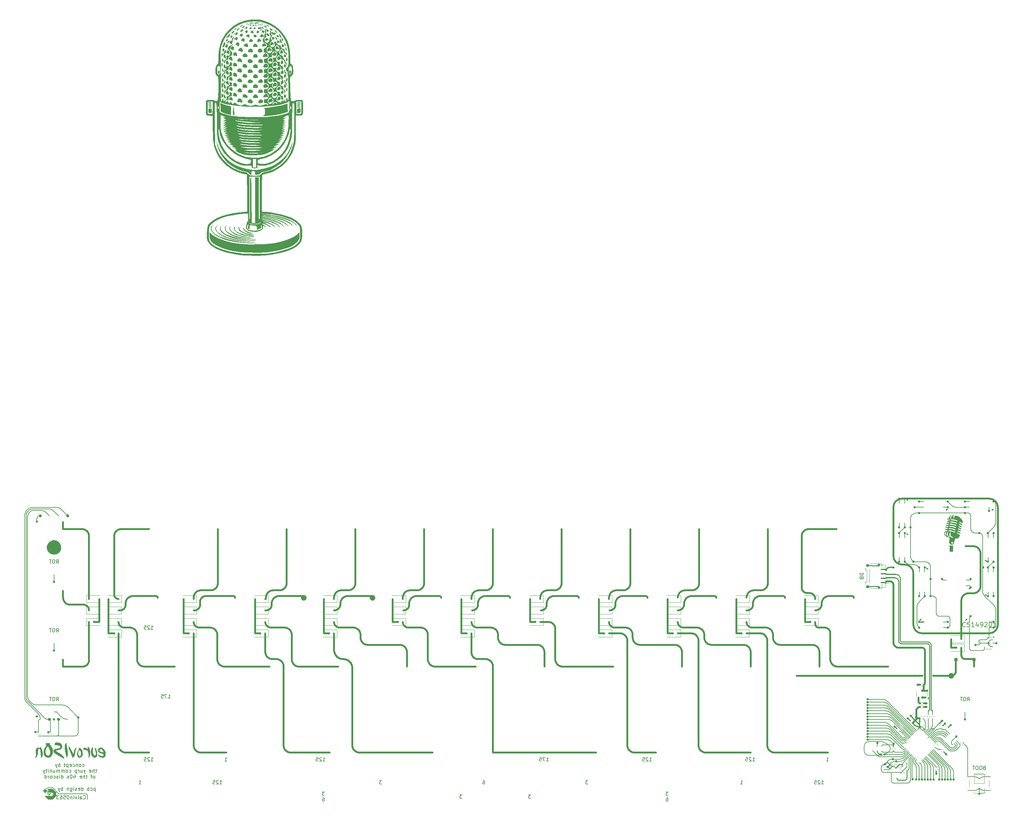
<source format=gbr>
%TF.GenerationSoftware,KiCad,Pcbnew,8.0.5*%
%TF.CreationDate,2024-09-30T13:41:41+02:00*%
%TF.ProjectId,eurovISOn,6575726f-7649-4534-9f6e-2e6b69636164,rev?*%
%TF.SameCoordinates,Original*%
%TF.FileFunction,Legend,Bot*%
%TF.FilePolarity,Positive*%
%FSLAX46Y46*%
G04 Gerber Fmt 4.6, Leading zero omitted, Abs format (unit mm)*
G04 Created by KiCad (PCBNEW 8.0.5) date 2024-09-30 13:41:41*
%MOMM*%
%LPD*%
G01*
G04 APERTURE LIST*
%ADD10C,0.500000*%
%ADD11C,0.200000*%
%ADD12C,0.000000*%
%ADD13C,0.349999*%
%ADD14C,0.250000*%
%ADD15C,0.150000*%
%ADD16C,0.120000*%
G04 APERTURE END LIST*
D10*
X72320762Y-45478707D02*
X72308307Y-45459000D01*
D11*
X269903015Y-50803890D02*
X269873265Y-50803153D01*
X253788211Y-78057574D02*
X253700998Y-78013724D01*
D10*
X138733381Y-44051909D02*
X138655746Y-44112391D01*
X176415729Y-44469586D02*
X176359309Y-44549863D01*
X215320491Y-48853169D02*
X215378092Y-48803277D01*
X273753034Y-62113526D02*
X273775098Y-62156608D01*
D11*
X252725102Y-75508406D02*
X252630933Y-75482273D01*
X279144306Y-27963796D02*
X279108941Y-27938646D01*
D10*
X105715858Y-41857125D02*
X105723182Y-41758626D01*
X120774049Y-43661812D02*
X120675545Y-43669141D01*
D11*
X251481821Y-93522813D02*
X251491875Y-93558218D01*
X276089859Y-22581545D02*
X276067463Y-22549682D01*
D12*
G36*
X266717746Y-94318950D02*
G01*
X266725365Y-94319529D01*
X266732872Y-94320483D01*
X266740260Y-94321802D01*
X266747517Y-94323477D01*
X266754636Y-94325499D01*
X266761605Y-94327857D01*
X266768417Y-94330543D01*
X266775062Y-94333547D01*
X266781529Y-94336860D01*
X266787810Y-94340472D01*
X266793896Y-94344374D01*
X266799777Y-94348556D01*
X266805443Y-94353009D01*
X266810885Y-94357724D01*
X266816094Y-94362691D01*
X266821060Y-94367900D01*
X266825774Y-94373343D01*
X266830226Y-94379010D01*
X266834408Y-94384891D01*
X266838309Y-94390977D01*
X266841920Y-94397258D01*
X266845232Y-94403726D01*
X266848235Y-94410370D01*
X266850920Y-94417182D01*
X266853278Y-94424152D01*
X266855299Y-94431270D01*
X266856973Y-94438527D01*
X266858292Y-94445913D01*
X266859246Y-94453420D01*
X266859825Y-94461038D01*
X266860020Y-94468756D01*
X266859825Y-94476475D01*
X266859246Y-94484092D01*
X266858292Y-94491599D01*
X266856973Y-94498986D01*
X266855299Y-94506243D01*
X266853278Y-94513361D01*
X266850920Y-94520330D01*
X266848235Y-94527142D01*
X266845232Y-94533787D01*
X266841920Y-94540254D01*
X266838309Y-94546536D01*
X266834408Y-94552622D01*
X266830226Y-94558503D01*
X266825774Y-94564170D01*
X266821060Y-94569612D01*
X266816094Y-94574822D01*
X266810885Y-94579789D01*
X266805443Y-94584504D01*
X266799777Y-94588957D01*
X266793896Y-94593139D01*
X266787810Y-94597041D01*
X266781529Y-94600653D01*
X266775062Y-94603965D01*
X266768417Y-94606969D01*
X266761605Y-94609655D01*
X266754636Y-94612014D01*
X266747517Y-94614035D01*
X266740260Y-94615710D01*
X266732872Y-94617029D01*
X266725365Y-94617983D01*
X266717746Y-94618563D01*
X266710026Y-94618758D01*
X266702306Y-94618563D01*
X266694687Y-94617983D01*
X266687180Y-94617029D01*
X266679793Y-94615710D01*
X266672535Y-94614035D01*
X266665417Y-94612014D01*
X266658447Y-94609655D01*
X266651635Y-94606969D01*
X266644991Y-94603965D01*
X266638523Y-94600653D01*
X266632242Y-94597041D01*
X266626156Y-94593139D01*
X266620276Y-94588957D01*
X266614609Y-94584504D01*
X266609167Y-94579789D01*
X266603958Y-94574822D01*
X266598992Y-94569612D01*
X266594278Y-94564170D01*
X266589826Y-94558503D01*
X266585645Y-94552622D01*
X266581744Y-94546536D01*
X266578132Y-94540254D01*
X266574821Y-94533787D01*
X266571817Y-94527142D01*
X266569132Y-94520330D01*
X266566774Y-94513361D01*
X266564753Y-94506243D01*
X266563079Y-94498986D01*
X266561760Y-94491599D01*
X266560806Y-94484092D01*
X266560227Y-94476475D01*
X266560032Y-94468756D01*
X266560227Y-94461038D01*
X266560806Y-94453420D01*
X266561760Y-94445913D01*
X266563079Y-94438527D01*
X266564753Y-94431270D01*
X266566774Y-94424152D01*
X266569132Y-94417182D01*
X266571817Y-94410370D01*
X266574821Y-94403726D01*
X266578132Y-94397258D01*
X266581744Y-94390977D01*
X266585645Y-94384891D01*
X266589826Y-94379010D01*
X266594278Y-94373343D01*
X266598992Y-94367900D01*
X266603958Y-94362691D01*
X266609167Y-94357724D01*
X266614609Y-94353009D01*
X266620276Y-94348556D01*
X266626156Y-94344374D01*
X266632242Y-94340472D01*
X266638523Y-94336860D01*
X266644991Y-94333547D01*
X266651635Y-94330543D01*
X266658447Y-94327857D01*
X266665417Y-94325499D01*
X266672535Y-94323477D01*
X266679793Y-94321802D01*
X266687180Y-94320483D01*
X266694687Y-94319529D01*
X266702306Y-94318950D01*
X266710026Y-94318755D01*
X266717746Y-94318950D01*
G37*
D11*
X269407824Y-82282792D02*
X269407519Y-82278887D01*
D10*
X31935728Y-52390654D02*
X31935728Y-62998152D01*
D11*
X247648228Y-81821951D02*
X252699925Y-81821951D01*
D10*
X181531147Y-87853170D02*
X181595616Y-87928004D01*
D11*
X267561436Y-83609854D02*
X267609532Y-83609854D01*
D10*
X277142436Y-64755346D02*
X277143565Y-64756951D01*
D11*
X17904303Y-83944236D02*
X17908946Y-83947501D01*
D10*
X62120201Y-53928152D02*
X62197001Y-53945881D01*
D11*
X266799317Y-84933536D02*
X266780370Y-84948306D01*
X260359928Y-90847853D02*
X260359928Y-91137953D01*
X257221726Y-89095312D02*
X257267956Y-89088622D01*
D10*
X219215571Y-43266997D02*
X219293206Y-43206515D01*
X83782838Y-45399099D02*
X83693636Y-45438624D01*
D11*
X260071920Y-35442166D02*
X260140309Y-35514027D01*
D10*
X145446190Y-57595220D02*
X145490040Y-57682435D01*
X198552874Y-45268769D02*
X198456208Y-45285636D01*
X100215717Y-44469582D02*
X100159295Y-44549860D01*
X50954600Y-45676087D02*
X50951712Y-45652832D01*
X24725655Y-26646906D02*
X24726371Y-26648722D01*
X105068049Y-43142050D02*
X105139912Y-43073660D01*
D11*
X282529423Y-19096953D02*
X282573216Y-19053153D01*
D10*
X196188637Y-53906779D02*
X196263969Y-53928172D01*
D11*
X276012061Y-40817807D02*
X276028140Y-40809723D01*
X258388523Y-85364050D02*
X257935826Y-84911353D01*
D10*
X30348229Y-47628253D02*
X26668328Y-47628253D01*
X236359930Y-54103039D02*
X236287844Y-54074612D01*
X61507183Y-53615607D02*
X61567149Y-53662735D01*
X138981472Y-43895072D02*
X138896408Y-43943182D01*
X45220108Y-55682865D02*
X45203240Y-55586189D01*
D11*
X283173222Y-19653153D02*
X283173222Y-24768553D01*
D10*
X142935289Y-63045341D02*
X142852530Y-62993041D01*
X100254716Y-61565828D02*
X100327189Y-61668936D01*
X50942569Y-45607078D02*
X50936348Y-45584656D01*
D11*
X260881125Y-91975955D02*
X260837311Y-91913615D01*
X266668687Y-83423847D02*
X266606274Y-83463291D01*
D10*
X101724057Y-43661911D02*
X101625556Y-43669240D01*
X200936961Y-42051470D02*
X200953824Y-41954803D01*
X219056902Y-55958148D02*
X218976624Y-55901726D01*
X205598870Y-45386481D02*
X205582332Y-45370712D01*
X179502894Y-45268873D02*
X179406234Y-45285740D01*
X277444139Y-31495970D02*
X277348640Y-31474437D01*
D11*
X252529397Y-74013725D02*
X252440199Y-73974202D01*
D13*
X252910159Y-37808655D02*
X252892511Y-37847684D01*
D10*
X176660887Y-53662768D02*
X176723126Y-53707029D01*
D11*
X253876010Y-82857577D02*
X253788797Y-82813727D01*
D10*
X182521950Y-55586252D02*
X182500417Y-55490753D01*
D11*
X260795674Y-91020116D02*
X260799018Y-91039251D01*
D10*
X86675633Y-41659453D02*
X86675724Y-41659453D01*
D11*
X259554432Y-34099753D02*
X259554432Y-23815653D01*
D14*
X251037592Y-89067650D02*
X251083447Y-89080376D01*
D11*
X254653789Y-91119178D02*
X254620043Y-91140507D01*
D10*
X137991853Y-52852354D02*
X138016193Y-52925916D01*
X138259302Y-44549863D02*
X138207006Y-44632617D01*
D11*
X257154927Y-90286955D02*
X257425831Y-90174750D01*
D10*
X232177391Y-44538389D02*
X232103347Y-44509194D01*
X148378335Y-45328412D02*
X148359019Y-45316025D01*
X215541573Y-43745902D02*
X215448898Y-43776566D01*
X41302629Y-48985809D02*
X41367033Y-48944519D01*
D11*
X254536085Y-92394080D02*
X254522614Y-92397818D01*
D10*
X86973662Y-88393893D02*
X87062862Y-88433415D01*
X118955006Y-58976265D02*
X118867792Y-58932415D01*
X139170409Y-62629627D02*
X139254635Y-62653549D01*
X262008174Y-74886611D02*
X262028170Y-74897916D01*
X40891928Y-26673153D02*
X40792754Y-26675611D01*
X224497461Y-45284504D02*
X224475841Y-45275976D01*
X123630319Y-43467777D02*
X123717536Y-43423924D01*
D11*
X268421401Y-82819641D02*
X268322901Y-82812311D01*
D10*
X181235078Y-54095368D02*
X181142401Y-54064705D01*
D11*
X267706123Y-84927652D02*
X267687723Y-84914724D01*
D10*
X104917015Y-86977657D02*
X104938548Y-87073155D01*
D11*
X268498291Y-83296312D02*
X268404124Y-83270178D01*
D10*
X274386932Y-44906126D02*
X274312101Y-44970591D01*
X31072056Y-64521350D02*
X31145500Y-64474933D01*
D11*
X252465789Y-74670031D02*
X252389672Y-74652868D01*
X258734581Y-36323934D02*
X258823780Y-36363451D01*
X254820062Y-88061051D02*
X254823205Y-88035718D01*
D14*
X248835695Y-36745470D02*
X248828440Y-36743797D01*
D11*
X281837652Y-57388524D02*
X281794158Y-57402914D01*
D10*
X50956929Y-45723155D02*
X50956344Y-45699540D01*
D11*
X268290890Y-40689284D02*
X268463220Y-40799770D01*
X21002229Y-79383105D02*
X20990146Y-79380997D01*
X278315898Y-98685790D02*
X278393533Y-98625310D01*
D12*
G36*
X282580936Y-35572149D02*
G01*
X282588554Y-35572728D01*
X282596062Y-35573682D01*
X282603449Y-35575001D01*
X282610707Y-35576676D01*
X282617825Y-35578697D01*
X282624795Y-35581055D01*
X282631607Y-35583741D01*
X282638251Y-35586745D01*
X282644719Y-35590058D01*
X282651000Y-35593669D01*
X282657086Y-35597571D01*
X282662966Y-35601753D01*
X282668632Y-35606206D01*
X282674075Y-35610921D01*
X282679283Y-35615887D01*
X282684250Y-35621097D01*
X282688964Y-35626540D01*
X282693416Y-35632206D01*
X282697597Y-35638087D01*
X282701498Y-35644173D01*
X282705109Y-35650455D01*
X282708421Y-35656922D01*
X282711425Y-35663567D01*
X282714110Y-35670378D01*
X282716468Y-35677348D01*
X282718488Y-35684466D01*
X282720163Y-35691723D01*
X282721482Y-35699110D01*
X282722435Y-35706617D01*
X282723015Y-35714234D01*
X282723210Y-35721953D01*
X282723015Y-35729672D01*
X282722435Y-35737289D01*
X282721482Y-35744796D01*
X282720163Y-35752183D01*
X282718488Y-35759440D01*
X282716468Y-35766558D01*
X282714110Y-35773528D01*
X282711425Y-35780339D01*
X282708421Y-35786984D01*
X282705109Y-35793451D01*
X282701498Y-35799733D01*
X282697597Y-35805819D01*
X282693416Y-35811700D01*
X282688964Y-35817366D01*
X282684250Y-35822809D01*
X282679283Y-35828019D01*
X282674075Y-35832985D01*
X282668632Y-35837700D01*
X282662966Y-35842153D01*
X282657086Y-35846335D01*
X282651000Y-35850237D01*
X282644719Y-35853848D01*
X282638251Y-35857161D01*
X282631607Y-35860165D01*
X282624795Y-35862851D01*
X282617825Y-35865209D01*
X282610707Y-35867230D01*
X282603449Y-35868905D01*
X282596062Y-35870224D01*
X282588554Y-35871178D01*
X282580936Y-35871757D01*
X282573216Y-35871953D01*
X282565496Y-35871757D01*
X282557877Y-35871178D01*
X282550370Y-35870224D01*
X282542982Y-35868905D01*
X282535725Y-35867230D01*
X282528606Y-35865209D01*
X282521636Y-35862851D01*
X282514825Y-35860165D01*
X282508180Y-35857161D01*
X282501713Y-35853848D01*
X282495431Y-35850237D01*
X282489346Y-35846335D01*
X282483465Y-35842153D01*
X282477799Y-35837700D01*
X282472357Y-35832985D01*
X282467148Y-35828019D01*
X282462182Y-35822809D01*
X282457468Y-35817366D01*
X282453016Y-35811700D01*
X282448834Y-35805819D01*
X282444933Y-35799733D01*
X282441322Y-35793451D01*
X282438010Y-35786984D01*
X282435007Y-35780339D01*
X282432322Y-35773528D01*
X282429964Y-35766558D01*
X282427943Y-35759440D01*
X282426269Y-35752183D01*
X282424950Y-35744796D01*
X282423996Y-35737289D01*
X282423417Y-35729672D01*
X282423222Y-35721953D01*
X282423417Y-35714234D01*
X282423996Y-35706617D01*
X282424950Y-35699110D01*
X282426269Y-35691723D01*
X282427943Y-35684466D01*
X282429964Y-35677348D01*
X282432322Y-35670378D01*
X282435007Y-35663567D01*
X282438010Y-35656922D01*
X282441322Y-35650455D01*
X282444933Y-35644173D01*
X282448834Y-35638087D01*
X282453016Y-35632206D01*
X282457468Y-35626540D01*
X282462182Y-35621097D01*
X282467148Y-35615887D01*
X282472357Y-35610921D01*
X282477799Y-35606206D01*
X282483465Y-35601753D01*
X282489346Y-35597571D01*
X282495431Y-35593669D01*
X282501713Y-35590058D01*
X282508180Y-35586745D01*
X282514825Y-35583741D01*
X282521636Y-35581055D01*
X282528606Y-35578697D01*
X282535725Y-35576676D01*
X282542982Y-35575001D01*
X282550370Y-35573682D01*
X282557877Y-35572728D01*
X282565496Y-35572149D01*
X282573216Y-35571953D01*
X282580936Y-35572149D01*
G37*
D11*
X254468071Y-96848687D02*
X254497258Y-96873970D01*
D10*
X105723182Y-41758626D02*
X105725636Y-41659453D01*
X157222824Y-59076675D02*
X157140070Y-59024374D01*
D11*
X256947100Y-94336017D02*
X256941812Y-94320386D01*
D10*
X200458362Y-43001862D02*
X200522831Y-42927025D01*
X179310739Y-45307274D02*
X179216572Y-45333407D01*
X205403750Y-45268390D02*
X205381151Y-45261969D01*
X82195371Y-43811696D02*
X82106174Y-43851218D01*
D11*
X263479435Y-37353154D02*
X263523228Y-37309453D01*
D10*
X204305250Y-58738195D02*
X204404423Y-58740653D01*
X195555580Y-59258049D02*
X195480746Y-59193580D01*
D12*
G36*
X266725464Y-94169144D02*
G01*
X266740698Y-94170302D01*
X266755712Y-94172210D01*
X266770484Y-94174848D01*
X266784998Y-94178198D01*
X266799234Y-94182241D01*
X266813172Y-94186957D01*
X266826795Y-94192329D01*
X266840084Y-94198337D01*
X266853019Y-94204962D01*
X266865581Y-94212186D01*
X266877753Y-94219989D01*
X266889514Y-94228353D01*
X266900847Y-94237259D01*
X266911732Y-94246688D01*
X266922150Y-94256622D01*
X266932083Y-94267041D01*
X266941512Y-94277926D01*
X266950417Y-94289259D01*
X266958781Y-94301022D01*
X266966584Y-94313194D01*
X266973807Y-94325757D01*
X266980432Y-94338692D01*
X266986440Y-94351981D01*
X266991811Y-94365605D01*
X266996527Y-94379544D01*
X267000570Y-94393781D01*
X267003919Y-94408295D01*
X267006557Y-94423069D01*
X267008465Y-94438083D01*
X267009624Y-94453318D01*
X267010014Y-94468756D01*
X267009624Y-94484194D01*
X267008465Y-94499430D01*
X267006557Y-94514444D01*
X267003919Y-94529217D01*
X267000570Y-94543732D01*
X266996527Y-94557968D01*
X266991811Y-94571908D01*
X266986440Y-94585531D01*
X266980432Y-94598820D01*
X266973807Y-94611756D01*
X266966584Y-94624319D01*
X266958781Y-94636491D01*
X266950417Y-94648253D01*
X266941512Y-94659586D01*
X266932083Y-94670472D01*
X266922150Y-94680891D01*
X266911732Y-94690824D01*
X266900847Y-94700253D01*
X266889514Y-94709159D01*
X266877753Y-94717524D01*
X266865581Y-94725327D01*
X266853019Y-94732551D01*
X266840084Y-94739176D01*
X266826795Y-94745184D01*
X266813172Y-94750555D01*
X266799234Y-94755272D01*
X266784998Y-94759314D01*
X266770484Y-94762664D01*
X266755712Y-94765303D01*
X266740698Y-94767210D01*
X266725464Y-94768369D01*
X266710026Y-94768759D01*
X266694589Y-94768369D01*
X266679354Y-94767210D01*
X266664341Y-94765303D01*
X266649568Y-94762664D01*
X266635054Y-94759314D01*
X266620818Y-94755272D01*
X266606880Y-94750555D01*
X266593257Y-94745184D01*
X266579968Y-94739176D01*
X266567034Y-94732551D01*
X266554471Y-94725327D01*
X266542300Y-94717524D01*
X266530538Y-94709159D01*
X266519205Y-94700253D01*
X266508321Y-94690824D01*
X266497902Y-94680891D01*
X266487969Y-94670472D01*
X266478541Y-94659586D01*
X266469635Y-94648253D01*
X266461271Y-94636491D01*
X266453468Y-94624319D01*
X266446245Y-94611756D01*
X266439620Y-94598820D01*
X266433613Y-94585531D01*
X266428241Y-94571908D01*
X266423525Y-94557968D01*
X266419483Y-94543732D01*
X266416133Y-94529217D01*
X266413495Y-94514444D01*
X266411587Y-94499430D01*
X266410429Y-94484194D01*
X266410038Y-94468756D01*
X266410429Y-94453318D01*
X266411587Y-94438083D01*
X266413495Y-94423069D01*
X266416133Y-94408295D01*
X266419483Y-94393781D01*
X266423525Y-94379544D01*
X266428241Y-94365605D01*
X266433613Y-94351981D01*
X266439620Y-94338692D01*
X266446245Y-94325757D01*
X266453468Y-94313194D01*
X266461271Y-94301022D01*
X266469635Y-94289259D01*
X266478541Y-94277926D01*
X266487969Y-94267041D01*
X266497902Y-94256622D01*
X266508321Y-94246688D01*
X266519205Y-94237259D01*
X266530538Y-94228353D01*
X266542300Y-94219989D01*
X266554471Y-94212186D01*
X266567034Y-94204962D01*
X266579968Y-94198337D01*
X266593257Y-94192329D01*
X266606880Y-94186957D01*
X266620818Y-94182241D01*
X266635054Y-94178198D01*
X266649568Y-94174848D01*
X266664341Y-94172210D01*
X266679354Y-94170302D01*
X266694589Y-94169144D01*
X266710026Y-94168753D01*
X266725464Y-94169144D01*
G37*
D11*
X276224959Y-26531331D02*
X276230060Y-26598416D01*
X278955722Y-27855471D02*
X278914760Y-27839317D01*
D10*
X180221060Y-43637535D02*
X180317721Y-43620669D01*
D11*
X270832507Y-87257669D02*
X270895696Y-87275200D01*
D14*
X250591738Y-36862107D02*
X250608463Y-36854697D01*
D11*
X252895676Y-74848095D02*
X252827873Y-74809750D01*
D10*
X120377082Y-48515790D02*
X120418375Y-48451384D01*
X120931912Y-46220059D02*
X120883804Y-46305130D01*
X167409003Y-45316021D02*
X167389065Y-45304555D01*
D11*
X260553822Y-91606154D02*
X260687123Y-91739356D01*
D10*
X222780083Y-58623539D02*
X222872759Y-58654203D01*
X148112034Y-45246955D02*
X141698231Y-45246955D01*
X176452477Y-49197360D02*
X176530649Y-49183400D01*
D12*
G36*
X252412447Y-91707843D02*
G01*
X252420064Y-91708422D01*
X252427571Y-91709376D01*
X252434957Y-91710696D01*
X252442214Y-91712371D01*
X252449332Y-91714392D01*
X252456301Y-91716750D01*
X252463113Y-91719436D01*
X252469757Y-91722440D01*
X252476225Y-91725753D01*
X252482506Y-91729365D01*
X252488592Y-91733267D01*
X252494472Y-91737449D01*
X252500139Y-91741902D01*
X252505581Y-91746617D01*
X252510790Y-91751584D01*
X252515757Y-91756793D01*
X252520471Y-91762236D01*
X252524924Y-91767903D01*
X252529106Y-91773784D01*
X252533007Y-91779870D01*
X252536619Y-91786151D01*
X252539931Y-91792619D01*
X252542935Y-91799264D01*
X252545621Y-91806075D01*
X252547979Y-91813045D01*
X252550000Y-91820163D01*
X252551675Y-91827420D01*
X252552994Y-91834806D01*
X252553948Y-91842313D01*
X252554527Y-91849931D01*
X252554722Y-91857649D01*
X252554527Y-91865368D01*
X252553948Y-91872986D01*
X252552994Y-91880492D01*
X252551675Y-91887879D01*
X252550000Y-91895136D01*
X252547979Y-91902254D01*
X252545621Y-91909224D01*
X252542935Y-91916035D01*
X252539931Y-91922680D01*
X252536619Y-91929147D01*
X252533007Y-91935429D01*
X252529106Y-91941515D01*
X252524924Y-91947396D01*
X252520471Y-91953063D01*
X252515757Y-91958506D01*
X252510790Y-91963715D01*
X252505581Y-91968682D01*
X252500139Y-91973397D01*
X252494472Y-91977850D01*
X252488592Y-91982032D01*
X252482506Y-91985934D01*
X252476225Y-91989546D01*
X252469757Y-91992859D01*
X252463113Y-91995863D01*
X252456301Y-91998548D01*
X252449332Y-92000907D01*
X252442214Y-92002928D01*
X252434957Y-92004603D01*
X252427571Y-92005922D01*
X252420064Y-92006876D01*
X252412447Y-92007456D01*
X252404728Y-92007651D01*
X252397010Y-92007456D01*
X252389392Y-92006876D01*
X252381886Y-92005922D01*
X252374499Y-92004603D01*
X252367242Y-92002928D01*
X252360124Y-92000907D01*
X252353155Y-91998548D01*
X252346344Y-91995863D01*
X252339699Y-91992859D01*
X252333232Y-91989546D01*
X252326951Y-91985934D01*
X252320865Y-91982032D01*
X252314984Y-91977850D01*
X252309318Y-91973397D01*
X252303875Y-91968682D01*
X252298666Y-91963715D01*
X252293700Y-91958506D01*
X252288985Y-91953063D01*
X252284533Y-91947396D01*
X252280351Y-91941515D01*
X252276449Y-91935429D01*
X252272838Y-91929147D01*
X252269525Y-91922680D01*
X252266522Y-91916035D01*
X252263836Y-91909224D01*
X252261478Y-91902254D01*
X252259457Y-91895136D01*
X252257782Y-91887879D01*
X252256463Y-91880492D01*
X252255509Y-91872986D01*
X252254930Y-91865368D01*
X252254734Y-91857649D01*
X252254930Y-91849931D01*
X252255509Y-91842313D01*
X252256463Y-91834806D01*
X252257782Y-91827420D01*
X252259457Y-91820163D01*
X252261478Y-91813045D01*
X252263836Y-91806075D01*
X252266522Y-91799264D01*
X252269525Y-91792619D01*
X252272838Y-91786151D01*
X252276449Y-91779870D01*
X252280351Y-91773784D01*
X252284533Y-91767903D01*
X252288985Y-91762236D01*
X252293700Y-91756793D01*
X252298666Y-91751584D01*
X252303875Y-91746617D01*
X252309318Y-91741902D01*
X252314984Y-91737449D01*
X252320865Y-91733267D01*
X252326951Y-91729365D01*
X252333232Y-91725753D01*
X252339699Y-91722440D01*
X252346344Y-91719436D01*
X252353155Y-91716750D01*
X252360124Y-91714392D01*
X252367242Y-91712371D01*
X252374499Y-91710696D01*
X252381886Y-91709376D01*
X252389392Y-91708422D01*
X252397010Y-91707843D01*
X252404728Y-91707648D01*
X252412447Y-91707843D01*
G37*
D11*
X281327881Y-56143404D02*
X281329533Y-56078055D01*
D10*
X218976624Y-55901726D02*
X218893869Y-55849428D01*
D12*
G36*
X270674747Y-80815845D02*
G01*
X270682365Y-80816424D01*
X270689873Y-80817378D01*
X270697260Y-80818697D01*
X270704518Y-80820372D01*
X270711636Y-80822394D01*
X270718606Y-80824752D01*
X270725418Y-80827438D01*
X270732062Y-80830442D01*
X270738530Y-80833755D01*
X270744811Y-80837367D01*
X270750897Y-80841268D01*
X270756777Y-80845451D01*
X270762443Y-80849904D01*
X270767886Y-80854619D01*
X270773094Y-80859585D01*
X270778061Y-80864795D01*
X270782775Y-80870238D01*
X270787227Y-80875904D01*
X270791408Y-80881785D01*
X270795309Y-80887871D01*
X270798920Y-80894153D01*
X270802232Y-80900621D01*
X270805236Y-80907265D01*
X270807921Y-80914077D01*
X270810279Y-80921047D01*
X270812300Y-80928165D01*
X270813974Y-80935422D01*
X270815293Y-80942808D01*
X270816246Y-80950315D01*
X270816826Y-80957932D01*
X270817021Y-80965651D01*
X270816826Y-80973370D01*
X270816246Y-80980987D01*
X270815293Y-80988494D01*
X270813974Y-80995881D01*
X270812300Y-81003138D01*
X270810279Y-81010256D01*
X270807921Y-81017225D01*
X270805236Y-81024037D01*
X270802232Y-81030681D01*
X270798920Y-81037149D01*
X270795309Y-81043431D01*
X270791408Y-81049517D01*
X270787227Y-81055398D01*
X270782775Y-81061065D01*
X270778061Y-81066507D01*
X270773094Y-81071717D01*
X270767886Y-81076684D01*
X270762443Y-81081398D01*
X270756777Y-81085852D01*
X270750897Y-81090034D01*
X270744811Y-81093936D01*
X270738530Y-81097548D01*
X270732062Y-81100860D01*
X270725418Y-81103864D01*
X270718606Y-81106550D01*
X270711636Y-81108909D01*
X270704518Y-81110930D01*
X270697260Y-81112605D01*
X270689873Y-81113924D01*
X270682365Y-81114878D01*
X270674747Y-81115457D01*
X270667027Y-81115653D01*
X270659307Y-81115457D01*
X270651688Y-81114878D01*
X270644181Y-81113924D01*
X270636793Y-81112605D01*
X270629536Y-81110930D01*
X270622417Y-81108909D01*
X270615448Y-81106550D01*
X270608636Y-81103864D01*
X270601991Y-81100860D01*
X270595524Y-81097548D01*
X270589242Y-81093936D01*
X270583157Y-81090034D01*
X270577276Y-81085852D01*
X270571610Y-81081398D01*
X270566168Y-81076684D01*
X270560959Y-81071717D01*
X270555993Y-81066507D01*
X270551279Y-81061065D01*
X270546827Y-81055398D01*
X270542645Y-81049517D01*
X270538744Y-81043431D01*
X270535133Y-81037149D01*
X270531821Y-81030681D01*
X270528818Y-81024037D01*
X270526133Y-81017225D01*
X270523775Y-81010256D01*
X270521754Y-81003138D01*
X270520080Y-80995881D01*
X270518761Y-80988494D01*
X270517807Y-80980987D01*
X270517228Y-80973370D01*
X270517033Y-80965651D01*
X270517228Y-80957932D01*
X270517807Y-80950315D01*
X270518761Y-80942808D01*
X270520080Y-80935422D01*
X270521754Y-80928165D01*
X270523775Y-80921047D01*
X270526133Y-80914077D01*
X270528818Y-80907265D01*
X270531821Y-80900621D01*
X270535133Y-80894153D01*
X270538744Y-80887871D01*
X270542645Y-80881785D01*
X270546827Y-80875904D01*
X270551279Y-80870238D01*
X270555993Y-80864795D01*
X270560959Y-80859585D01*
X270566168Y-80854619D01*
X270571610Y-80849904D01*
X270577276Y-80845451D01*
X270583157Y-80841268D01*
X270589242Y-80837367D01*
X270595524Y-80833755D01*
X270601991Y-80830442D01*
X270608636Y-80827438D01*
X270615448Y-80824752D01*
X270622417Y-80822394D01*
X270629536Y-80820372D01*
X270636793Y-80818697D01*
X270644181Y-80817378D01*
X270651688Y-80816424D01*
X270659307Y-80815845D01*
X270667027Y-80815650D01*
X270674747Y-80815845D01*
G37*
D10*
X41074031Y-53853368D02*
X41146118Y-53881795D01*
X101013986Y-53928172D02*
X101090790Y-53945898D01*
X100053058Y-53213825D02*
X100094350Y-53278235D01*
D11*
X254899040Y-88249810D02*
X254912553Y-88271188D01*
D14*
X250948143Y-89035614D02*
X250992464Y-89052719D01*
D12*
G36*
X261943453Y-95897144D02*
G01*
X261951070Y-95897723D01*
X261958577Y-95898677D01*
X261965963Y-95899996D01*
X261973220Y-95901671D01*
X261980338Y-95903693D01*
X261987307Y-95906051D01*
X261994119Y-95908737D01*
X262000763Y-95911741D01*
X262007230Y-95915054D01*
X262013512Y-95918665D01*
X262019597Y-95922567D01*
X262025478Y-95926749D01*
X262031144Y-95931203D01*
X262036587Y-95935917D01*
X262041796Y-95940884D01*
X262046763Y-95946094D01*
X262051477Y-95951537D01*
X262055930Y-95957203D01*
X262060112Y-95963084D01*
X262064013Y-95969170D01*
X262067625Y-95975452D01*
X262070937Y-95981920D01*
X262073941Y-95988564D01*
X262076626Y-95995376D01*
X262078985Y-96002345D01*
X262081006Y-96009463D01*
X262082681Y-96016720D01*
X262084000Y-96024107D01*
X262084954Y-96031614D01*
X262085533Y-96039231D01*
X262085728Y-96046950D01*
X262085533Y-96054669D01*
X262084954Y-96062286D01*
X262084000Y-96069793D01*
X262082681Y-96077179D01*
X262081006Y-96084436D01*
X262078985Y-96091554D01*
X262076626Y-96098524D01*
X262073941Y-96105336D01*
X262070937Y-96111980D01*
X262067625Y-96118448D01*
X262064013Y-96124730D01*
X262060112Y-96130816D01*
X262055930Y-96136697D01*
X262051477Y-96142363D01*
X262046763Y-96147806D01*
X262041796Y-96153016D01*
X262036587Y-96157983D01*
X262031144Y-96162697D01*
X262025478Y-96167150D01*
X262019597Y-96171333D01*
X262013512Y-96175234D01*
X262007230Y-96178846D01*
X262000763Y-96182159D01*
X261994119Y-96185163D01*
X261987307Y-96187849D01*
X261980338Y-96190207D01*
X261973220Y-96192229D01*
X261965963Y-96193904D01*
X261958577Y-96195223D01*
X261951070Y-96196177D01*
X261943453Y-96196756D01*
X261935734Y-96196951D01*
X261928015Y-96196756D01*
X261920398Y-96196177D01*
X261912891Y-96195223D01*
X261905505Y-96193904D01*
X261898248Y-96192229D01*
X261891130Y-96190207D01*
X261884161Y-96187849D01*
X261877349Y-96185163D01*
X261870705Y-96182159D01*
X261864238Y-96178846D01*
X261857957Y-96175234D01*
X261851871Y-96171333D01*
X261845990Y-96167150D01*
X261840324Y-96162697D01*
X261834881Y-96157983D01*
X261829672Y-96153016D01*
X261824706Y-96147806D01*
X261819991Y-96142363D01*
X261815538Y-96136697D01*
X261811357Y-96130816D01*
X261807455Y-96124730D01*
X261803844Y-96118448D01*
X261800531Y-96111980D01*
X261797527Y-96105336D01*
X261794842Y-96098524D01*
X261792484Y-96091554D01*
X261790462Y-96084436D01*
X261788788Y-96077179D01*
X261787468Y-96069793D01*
X261786515Y-96062286D01*
X261785935Y-96054669D01*
X261785740Y-96046950D01*
X261785935Y-96039231D01*
X261786515Y-96031614D01*
X261787468Y-96024107D01*
X261788788Y-96016720D01*
X261790462Y-96009463D01*
X261792484Y-96002345D01*
X261794842Y-95995376D01*
X261797527Y-95988564D01*
X261800531Y-95981920D01*
X261803844Y-95975452D01*
X261807455Y-95969170D01*
X261811357Y-95963084D01*
X261815538Y-95957203D01*
X261819991Y-95951537D01*
X261824706Y-95946094D01*
X261829672Y-95940884D01*
X261834881Y-95935917D01*
X261840324Y-95931203D01*
X261845990Y-95926749D01*
X261851871Y-95922567D01*
X261857957Y-95918665D01*
X261864238Y-95915054D01*
X261870705Y-95911741D01*
X261877349Y-95908737D01*
X261884161Y-95906051D01*
X261891130Y-95903693D01*
X261898248Y-95901671D01*
X261905505Y-95899996D01*
X261912891Y-95898677D01*
X261920398Y-95897723D01*
X261928015Y-95897144D01*
X261935734Y-95896948D01*
X261943453Y-95897144D01*
G37*
D10*
X100018665Y-61123693D02*
X100069428Y-61238261D01*
D11*
X268654393Y-40853154D02*
X268654423Y-40853154D01*
D10*
X178530746Y-45699892D02*
X178455915Y-45764361D01*
X254792027Y-58036051D02*
X254793976Y-58113148D01*
D11*
X253930027Y-92942755D02*
X254249424Y-92623351D01*
D10*
X177064872Y-53881821D02*
X177138634Y-53906779D01*
D12*
G36*
X259643768Y-78100738D02*
G01*
X259659003Y-78101897D01*
X259674016Y-78103805D01*
X259688790Y-78106443D01*
X259703304Y-78109793D01*
X259717540Y-78113836D01*
X259731479Y-78118552D01*
X259745102Y-78123924D01*
X259758391Y-78129932D01*
X259771327Y-78136557D01*
X259783890Y-78143780D01*
X259796062Y-78151584D01*
X259807824Y-78159948D01*
X259819157Y-78168854D01*
X259830043Y-78178283D01*
X259840462Y-78188217D01*
X259850396Y-78198636D01*
X259859825Y-78209521D01*
X259868731Y-78220854D01*
X259877096Y-78232616D01*
X259884899Y-78244788D01*
X259892123Y-78257352D01*
X259898749Y-78270287D01*
X259904757Y-78283576D01*
X259910129Y-78297200D01*
X259914845Y-78311139D01*
X259918888Y-78325376D01*
X259922238Y-78339890D01*
X259924877Y-78354664D01*
X259926785Y-78369677D01*
X259927943Y-78384913D01*
X259928334Y-78400351D01*
X259927943Y-78415789D01*
X259926785Y-78431025D01*
X259924877Y-78446039D01*
X259922238Y-78460812D01*
X259918888Y-78475327D01*
X259914845Y-78489563D01*
X259910129Y-78503502D01*
X259904757Y-78517126D01*
X259898749Y-78530415D01*
X259892123Y-78543351D01*
X259884899Y-78555914D01*
X259877096Y-78568086D01*
X259868731Y-78579848D01*
X259859825Y-78591181D01*
X259850396Y-78602067D01*
X259840462Y-78612485D01*
X259830043Y-78622419D01*
X259819157Y-78631848D01*
X259807824Y-78640754D01*
X259796062Y-78649118D01*
X259783890Y-78656922D01*
X259771327Y-78664146D01*
X259758391Y-78670771D01*
X259745102Y-78676779D01*
X259731479Y-78682150D01*
X259717540Y-78686867D01*
X259703304Y-78690909D01*
X259688790Y-78694259D01*
X259674016Y-78696897D01*
X259659003Y-78698805D01*
X259643768Y-78699964D01*
X259628331Y-78700354D01*
X259612893Y-78699964D01*
X259597658Y-78698805D01*
X259582645Y-78696897D01*
X259567872Y-78694259D01*
X259553357Y-78690909D01*
X259539121Y-78686867D01*
X259525182Y-78682150D01*
X259511559Y-78676779D01*
X259498270Y-78670771D01*
X259485334Y-78664146D01*
X259472771Y-78656922D01*
X259460599Y-78649118D01*
X259448837Y-78640754D01*
X259437504Y-78631848D01*
X259426618Y-78622419D01*
X259416199Y-78612485D01*
X259406265Y-78602067D01*
X259396836Y-78591181D01*
X259387930Y-78579848D01*
X259379565Y-78568086D01*
X259371762Y-78555914D01*
X259364538Y-78543351D01*
X259357912Y-78530415D01*
X259351904Y-78517126D01*
X259346532Y-78503502D01*
X259341816Y-78489563D01*
X259337773Y-78475327D01*
X259334423Y-78460812D01*
X259331784Y-78446039D01*
X259329876Y-78431025D01*
X259328718Y-78415789D01*
X259328327Y-78400351D01*
X259328718Y-78384913D01*
X259329876Y-78369677D01*
X259331784Y-78354664D01*
X259334423Y-78339890D01*
X259337773Y-78325376D01*
X259341816Y-78311139D01*
X259346532Y-78297200D01*
X259351904Y-78283576D01*
X259357912Y-78270287D01*
X259364538Y-78257352D01*
X259371762Y-78244788D01*
X259379565Y-78232616D01*
X259387930Y-78220854D01*
X259396836Y-78209521D01*
X259406265Y-78198636D01*
X259416199Y-78188217D01*
X259426618Y-78178283D01*
X259437504Y-78168854D01*
X259448837Y-78159948D01*
X259460599Y-78151584D01*
X259472771Y-78143780D01*
X259485334Y-78136557D01*
X259498270Y-78129932D01*
X259511559Y-78123924D01*
X259525182Y-78118552D01*
X259539121Y-78113836D01*
X259553357Y-78109793D01*
X259567872Y-78106443D01*
X259582645Y-78103805D01*
X259597658Y-78101897D01*
X259612893Y-78100738D01*
X259628331Y-78100348D01*
X259643768Y-78100738D01*
G37*
D10*
X39378969Y-45799770D02*
X39426507Y-45833575D01*
X31652006Y-27646306D02*
X31599704Y-27563552D01*
D11*
X270129625Y-53920725D02*
X270155790Y-53907570D01*
X276223240Y-23021953D02*
X276222264Y-22982590D01*
D10*
X121101117Y-45979377D02*
X121040636Y-46057019D01*
D11*
X252718732Y-80282277D02*
X252623235Y-80260742D01*
D10*
X40467007Y-53400414D02*
X40516899Y-53458015D01*
X217799058Y-45249413D02*
X217700560Y-45256741D01*
X254792027Y-58036051D02*
X254791935Y-58036051D01*
X201627051Y-88193208D02*
X201707329Y-88249633D01*
X214315047Y-44804892D02*
X214275528Y-44894091D01*
X105686869Y-42051450D02*
X105703731Y-41954788D01*
X219846455Y-54017003D02*
X219749788Y-54000145D01*
X273656882Y-46353981D02*
X273654423Y-46453154D01*
D12*
G36*
X247655947Y-84072147D02*
G01*
X247663564Y-84072726D01*
X247671071Y-84073680D01*
X247678457Y-84074999D01*
X247685714Y-84076674D01*
X247692832Y-84078696D01*
X247699801Y-84081054D01*
X247706613Y-84083740D01*
X247713257Y-84086744D01*
X247719724Y-84090057D01*
X247726006Y-84093669D01*
X247732091Y-84097570D01*
X247737972Y-84101753D01*
X247743638Y-84106206D01*
X247749081Y-84110920D01*
X247754290Y-84115887D01*
X247759256Y-84121097D01*
X247763971Y-84126540D01*
X247768424Y-84132206D01*
X247772605Y-84138087D01*
X247776507Y-84144173D01*
X247780119Y-84150455D01*
X247783431Y-84156923D01*
X247786435Y-84163567D01*
X247789120Y-84170379D01*
X247791479Y-84177348D01*
X247793500Y-84184466D01*
X247795175Y-84191723D01*
X247796494Y-84199110D01*
X247797448Y-84206617D01*
X247798027Y-84214234D01*
X247798222Y-84221953D01*
X247798027Y-84229672D01*
X247797448Y-84237289D01*
X247796494Y-84244796D01*
X247795175Y-84252183D01*
X247793500Y-84259440D01*
X247791479Y-84266558D01*
X247789120Y-84273527D01*
X247786435Y-84280339D01*
X247783431Y-84286983D01*
X247780119Y-84293451D01*
X247776507Y-84299733D01*
X247772605Y-84305819D01*
X247768424Y-84311700D01*
X247763971Y-84317366D01*
X247759256Y-84322809D01*
X247754290Y-84328019D01*
X247749081Y-84332986D01*
X247743638Y-84337700D01*
X247737972Y-84342153D01*
X247732091Y-84346336D01*
X247726006Y-84350237D01*
X247719724Y-84353849D01*
X247713257Y-84357162D01*
X247706613Y-84360166D01*
X247699801Y-84362852D01*
X247692832Y-84365210D01*
X247685714Y-84367232D01*
X247678457Y-84368907D01*
X247671071Y-84370226D01*
X247663564Y-84371180D01*
X247655947Y-84371759D01*
X247648228Y-84371955D01*
X247640509Y-84371759D01*
X247632892Y-84371180D01*
X247625385Y-84370226D01*
X247617999Y-84368907D01*
X247610742Y-84367232D01*
X247603624Y-84365210D01*
X247596655Y-84362852D01*
X247589843Y-84360166D01*
X247583199Y-84357162D01*
X247576732Y-84353849D01*
X247570450Y-84350237D01*
X247564365Y-84346336D01*
X247558484Y-84342153D01*
X247552818Y-84337700D01*
X247547375Y-84332986D01*
X247542166Y-84328019D01*
X247537200Y-84322809D01*
X247532485Y-84317366D01*
X247528032Y-84311700D01*
X247523851Y-84305819D01*
X247519949Y-84299733D01*
X247516337Y-84293451D01*
X247513025Y-84286983D01*
X247510021Y-84280339D01*
X247507336Y-84273527D01*
X247504977Y-84266558D01*
X247502956Y-84259440D01*
X247501281Y-84252183D01*
X247499962Y-84244796D01*
X247499008Y-84237289D01*
X247498429Y-84229672D01*
X247498234Y-84221953D01*
X247498429Y-84214234D01*
X247499008Y-84206617D01*
X247499962Y-84199110D01*
X247501281Y-84191723D01*
X247502956Y-84184466D01*
X247504977Y-84177348D01*
X247507336Y-84170379D01*
X247510021Y-84163567D01*
X247513025Y-84156923D01*
X247516337Y-84150455D01*
X247519949Y-84144173D01*
X247523851Y-84138087D01*
X247528032Y-84132206D01*
X247532485Y-84126540D01*
X247537200Y-84121097D01*
X247542166Y-84115887D01*
X247547375Y-84110920D01*
X247552818Y-84106206D01*
X247558484Y-84101753D01*
X247564365Y-84097570D01*
X247570450Y-84093669D01*
X247576732Y-84090057D01*
X247583199Y-84086744D01*
X247589843Y-84083740D01*
X247596655Y-84081054D01*
X247603624Y-84078696D01*
X247610742Y-84076674D01*
X247617999Y-84074999D01*
X247625385Y-84073680D01*
X247632892Y-84072726D01*
X247640509Y-84072147D01*
X247648228Y-84071951D01*
X247655947Y-84072147D01*
G37*
D13*
X252793965Y-40261429D02*
X252797384Y-40257832D01*
D11*
X252995261Y-81843873D02*
X252897598Y-81831741D01*
X23016928Y-83966956D02*
X27953228Y-83966956D01*
X275660290Y-22262459D02*
X275622914Y-22252088D01*
D10*
X253910725Y-41190653D02*
X252823231Y-41190653D01*
X216050545Y-46481598D02*
X216015424Y-46572617D01*
D11*
X261700124Y-92156706D02*
X261652014Y-92071641D01*
D10*
X195764138Y-49076163D02*
X195842764Y-49040617D01*
X195659046Y-44245242D02*
X195590660Y-44317107D01*
X162065630Y-43267080D02*
X162143268Y-43206596D01*
X103246944Y-62860367D02*
X103131428Y-62821273D01*
X145062748Y-55123589D02*
X145018896Y-55036372D01*
X124322834Y-42927025D02*
X124383314Y-42849384D01*
D11*
X279368619Y-95395270D02*
X279277600Y-95430398D01*
X281589891Y-57505649D02*
X281552216Y-57532129D01*
X260729435Y-20596953D02*
X263179432Y-20596953D01*
X279509084Y-43887138D02*
X279516412Y-43985649D01*
D10*
X50889378Y-45478660D02*
X50876925Y-45458956D01*
D11*
X22984002Y-20704412D02*
X22884828Y-20701953D01*
D10*
X140090716Y-46057080D02*
X140034294Y-46137358D01*
D11*
X256960487Y-94401660D02*
X256958347Y-94384824D01*
X257902821Y-89862654D02*
X259237034Y-88528349D01*
D10*
X229488361Y-43368489D02*
X229516785Y-43440580D01*
X179032881Y-45399199D02*
X178943684Y-45438722D01*
D11*
X264473109Y-36037419D02*
X264410873Y-35993157D01*
D10*
X31587432Y-64054170D02*
X31637509Y-63982924D01*
X31917438Y-48973926D02*
X31903479Y-48895761D01*
D11*
X273192913Y-86838442D02*
X273208755Y-86818114D01*
D10*
X99919560Y-52936486D02*
X99947984Y-53008576D01*
D11*
X21081584Y-79413725D02*
X21070951Y-79407711D01*
D10*
X160071299Y-52626266D02*
X159984084Y-52582417D01*
D11*
X279506626Y-38103154D02*
X279506626Y-37309453D01*
X258930331Y-93393959D02*
X258951897Y-93373400D01*
D10*
X104518316Y-63906544D02*
X104453651Y-63805674D01*
X104752558Y-43375727D02*
X104835309Y-43323426D01*
X86591931Y-54038550D02*
X86496434Y-54017021D01*
D11*
X272404358Y-86889141D02*
X272405898Y-86876747D01*
D10*
X237846822Y-64115504D02*
X237915211Y-64187369D01*
D11*
X260893837Y-91227394D02*
X260907383Y-91241622D01*
D10*
X214709050Y-44245242D02*
X214640663Y-44317107D01*
X86886448Y-88350043D02*
X86973662Y-88393893D01*
D11*
X254846815Y-97041312D02*
X254886428Y-97048386D01*
D10*
X39011494Y-45353820D02*
X39038270Y-45406101D01*
X243410817Y-45249424D02*
X243386632Y-45247580D01*
D14*
X264411127Y-57951708D02*
X264364339Y-57948150D01*
D10*
X41146118Y-53881795D02*
X41219876Y-53906756D01*
D11*
X266441583Y-87190728D02*
X266525371Y-87262917D01*
D10*
X127335730Y-64712836D02*
X127431228Y-64734370D01*
D11*
X258544774Y-93554443D02*
X258576307Y-93552045D01*
X279277600Y-95430398D02*
X279188401Y-95469921D01*
X278578556Y-57520087D02*
X278564344Y-57538332D01*
X268205574Y-92685901D02*
X268174910Y-92593227D01*
D10*
X216871414Y-45530683D02*
X216788663Y-45582985D01*
D12*
G36*
X274651153Y-79078644D02*
G01*
X274666388Y-79079802D01*
X274681401Y-79081710D01*
X274696174Y-79084348D01*
X274710688Y-79087698D01*
X274724923Y-79091741D01*
X274738862Y-79096457D01*
X274752485Y-79101829D01*
X274765773Y-79107837D01*
X274778708Y-79114462D01*
X274791271Y-79121686D01*
X274803442Y-79129489D01*
X274815204Y-79137853D01*
X274826536Y-79146759D01*
X274837421Y-79156189D01*
X274847840Y-79166122D01*
X274857773Y-79176541D01*
X274867201Y-79187426D01*
X274876107Y-79198760D01*
X274884471Y-79210522D01*
X274892274Y-79222694D01*
X274899497Y-79235257D01*
X274906122Y-79248192D01*
X274912129Y-79261481D01*
X274917501Y-79275105D01*
X274922217Y-79289045D01*
X274926259Y-79303281D01*
X274929609Y-79317795D01*
X274932247Y-79332569D01*
X274934155Y-79347583D01*
X274935313Y-79362818D01*
X274935704Y-79378256D01*
X274935313Y-79393695D01*
X274934155Y-79408930D01*
X274932247Y-79423944D01*
X274929609Y-79438718D01*
X274926259Y-79453232D01*
X274922217Y-79467468D01*
X274917501Y-79481408D01*
X274912129Y-79495031D01*
X274906122Y-79508320D01*
X274899497Y-79521256D01*
X274892274Y-79533819D01*
X274884471Y-79545991D01*
X274876107Y-79557753D01*
X274867201Y-79569086D01*
X274857773Y-79579972D01*
X274847840Y-79590391D01*
X274837421Y-79600324D01*
X274826536Y-79609753D01*
X274815204Y-79618660D01*
X274803442Y-79627024D01*
X274791271Y-79634827D01*
X274778708Y-79642051D01*
X274765773Y-79648676D01*
X274752485Y-79654684D01*
X274738862Y-79660055D01*
X274724923Y-79664772D01*
X274710688Y-79668815D01*
X274696174Y-79672164D01*
X274681401Y-79674803D01*
X274666388Y-79676711D01*
X274651153Y-79677869D01*
X274635716Y-79678259D01*
X274620278Y-79677869D01*
X274605044Y-79676711D01*
X274590030Y-79674803D01*
X274575257Y-79672164D01*
X274560744Y-79668815D01*
X274546508Y-79664772D01*
X274532569Y-79660055D01*
X274518946Y-79654684D01*
X274505658Y-79648676D01*
X274492723Y-79642051D01*
X274480161Y-79634827D01*
X274467989Y-79627024D01*
X274456228Y-79618660D01*
X274444895Y-79609753D01*
X274434010Y-79600324D01*
X274423592Y-79590391D01*
X274413659Y-79579972D01*
X274404230Y-79569086D01*
X274395325Y-79557753D01*
X274386961Y-79545991D01*
X274379158Y-79533819D01*
X274371935Y-79521256D01*
X274365310Y-79508320D01*
X274359302Y-79495031D01*
X274353931Y-79481408D01*
X274349215Y-79467468D01*
X274345172Y-79453232D01*
X274341823Y-79438718D01*
X274339185Y-79423944D01*
X274337277Y-79408930D01*
X274336118Y-79393695D01*
X274335728Y-79378256D01*
X274336118Y-79362818D01*
X274337277Y-79347583D01*
X274339185Y-79332569D01*
X274341823Y-79317795D01*
X274345172Y-79303281D01*
X274349215Y-79289045D01*
X274353931Y-79275105D01*
X274359302Y-79261481D01*
X274365310Y-79248192D01*
X274371935Y-79235257D01*
X274379158Y-79222694D01*
X274386961Y-79210522D01*
X274395325Y-79198760D01*
X274404230Y-79187426D01*
X274413659Y-79176541D01*
X274423592Y-79166122D01*
X274434010Y-79156189D01*
X274444895Y-79146759D01*
X274456228Y-79137853D01*
X274467989Y-79129489D01*
X274480161Y-79121686D01*
X274492723Y-79114462D01*
X274505658Y-79107837D01*
X274518946Y-79101829D01*
X274532569Y-79096457D01*
X274546508Y-79091741D01*
X274560744Y-79087698D01*
X274575257Y-79084348D01*
X274590030Y-79081710D01*
X274605044Y-79079802D01*
X274620278Y-79078644D01*
X274635716Y-79078253D01*
X274651153Y-79078644D01*
G37*
D11*
X275736142Y-42353783D02*
X275710728Y-42353154D01*
D10*
X215879921Y-47870001D02*
X215890021Y-47790557D01*
X234948231Y-47246951D02*
X234948231Y-47246955D01*
X178082006Y-46220119D02*
X178033901Y-46305185D01*
D13*
X253024491Y-37630187D02*
X252998330Y-37663472D01*
D10*
X214219560Y-52936486D02*
X214247984Y-53008576D01*
X43967755Y-45249412D02*
X43869253Y-45256741D01*
D14*
X248939451Y-42541230D02*
X248941750Y-42534279D01*
D11*
X281026899Y-35692914D02*
X281027565Y-35690885D01*
X256423222Y-27828153D02*
X256379429Y-27784453D01*
X275872808Y-40852701D02*
X275890966Y-40851351D01*
D10*
X124765012Y-54213867D02*
X124677797Y-54170017D01*
X233727436Y-59326438D02*
X233655571Y-59258049D01*
X261504783Y-76234659D02*
X261466320Y-76271329D01*
X181808553Y-42333794D02*
X181839213Y-42241118D01*
D11*
X260509838Y-91557471D02*
X260531173Y-91582243D01*
D10*
X219293206Y-43206515D02*
X219368037Y-43142046D01*
X219828240Y-57173657D02*
X219806707Y-57078161D01*
D14*
X256602290Y-58289586D02*
X256633346Y-58307443D01*
D10*
X86483909Y-42514011D02*
X86523427Y-42424812D01*
X25389680Y-47135467D02*
X25460963Y-47196873D01*
X199271078Y-43637633D02*
X199367745Y-43620765D01*
D11*
X23385387Y-83792455D02*
X23399787Y-83773970D01*
X259495387Y-96388263D02*
X259510871Y-96341466D01*
D10*
X31743965Y-27818587D02*
X31700115Y-27731372D01*
X101881909Y-46220059D02*
X101833801Y-46305130D01*
X45578055Y-63882827D02*
X45634480Y-63963103D01*
D11*
X251854461Y-91973143D02*
X251820776Y-91994432D01*
X268711222Y-82870177D02*
X268615725Y-82848642D01*
D14*
X257976426Y-96193270D02*
X258006329Y-96189470D01*
D11*
X251566345Y-93723227D02*
X251585751Y-93753498D01*
D10*
X85741678Y-64127718D02*
X85711014Y-64035037D01*
X91263881Y-45354818D02*
X91245391Y-45340414D01*
D11*
X23133103Y-83952495D02*
X23155525Y-83946273D01*
D14*
X250815960Y-36589153D02*
X250819122Y-36571029D01*
D11*
X266677972Y-83925564D02*
X266625811Y-83970498D01*
D10*
X110483111Y-45652865D02*
X110479094Y-45629856D01*
X220259400Y-87775637D02*
X220319884Y-87853274D01*
D11*
X266076198Y-82140069D02*
X266085116Y-82107914D01*
D13*
X252797384Y-40257832D02*
X252800608Y-40254086D01*
D11*
X254995653Y-88367541D02*
X255014988Y-88384193D01*
D10*
X233192253Y-53189340D02*
X233202819Y-53236204D01*
D11*
X267156009Y-83670123D02*
X267091414Y-83691497D01*
D10*
X263181432Y-71122522D02*
X263188788Y-71100276D01*
D11*
X253340823Y-80557988D02*
X253258071Y-80505686D01*
D10*
X118013226Y-58740653D02*
X109154431Y-58740653D01*
D11*
X15145051Y-73925535D02*
X15193162Y-74010600D01*
X259984055Y-95728592D02*
X259994526Y-95760246D01*
D10*
X67702551Y-63714962D02*
X67750664Y-63800030D01*
X72280466Y-45421394D02*
X72265112Y-45403573D01*
X62516926Y-53978255D02*
X62516922Y-53978152D01*
X232976430Y-45263564D02*
X232937170Y-45195283D01*
D11*
X278275626Y-95614185D02*
X278192872Y-95561883D01*
X254691432Y-86616252D02*
X254673695Y-86597617D01*
X254991918Y-91007451D02*
X254952091Y-91012401D01*
D13*
X252805692Y-41291833D02*
X252810289Y-41277927D01*
D11*
X270319465Y-87532735D02*
X270345938Y-87555533D01*
X254433476Y-88487605D02*
X254457901Y-88480826D01*
D10*
X40112724Y-52552959D02*
X40122819Y-52632403D01*
X261223873Y-78852738D02*
X261237251Y-78871554D01*
D11*
X265049294Y-92358103D02*
X265018631Y-92265428D01*
X264410873Y-35993157D02*
X264346468Y-35951861D01*
D10*
X277037335Y-62696590D02*
X277029642Y-62693111D01*
D11*
X272387825Y-86948795D02*
X272392282Y-86937243D01*
D10*
X214576197Y-44391941D02*
X214515719Y-44469578D01*
D11*
X14598202Y-22487911D02*
X14571623Y-22581511D01*
D10*
X85530278Y-43467688D02*
X85617491Y-43423837D01*
X281387500Y-18256250D02*
G75*
G02*
X283768750Y-20637500I0J-2381250D01*
G01*
X80795242Y-61004833D02*
X80812108Y-61101506D01*
X274653630Y-62679453D02*
X276962040Y-62679453D01*
D11*
X269774916Y-93061842D02*
X269739788Y-92970825D01*
D10*
X196418949Y-53959859D02*
X196498397Y-53969955D01*
D11*
X267374922Y-92358946D02*
X267339794Y-92267929D01*
D10*
X88690213Y-64187369D02*
X88762078Y-64255758D01*
D14*
X255825987Y-95901002D02*
X255839415Y-95924744D01*
D11*
X282889516Y-25795390D02*
X282937628Y-25710325D01*
X266487174Y-83551459D02*
X266430733Y-83600079D01*
X253187422Y-81882275D02*
X253091924Y-81860741D01*
X253782479Y-90496962D02*
X253767042Y-90510256D01*
X20540454Y-79368467D02*
X20638954Y-79375797D01*
D10*
X180507386Y-43573003D02*
X180600060Y-43542339D01*
D11*
X281182317Y-58147952D02*
X281176624Y-58193786D01*
X253052118Y-76339066D02*
X252959436Y-76308401D01*
X255266147Y-88495504D02*
X255291377Y-88498633D01*
X251702764Y-93888622D02*
X251729835Y-93912072D01*
X271672415Y-88111913D02*
X271710645Y-88107162D01*
D14*
X264781837Y-76767096D02*
X264784597Y-76751643D01*
D11*
X254738609Y-88272274D02*
X254752173Y-88250807D01*
D10*
X41942156Y-48246123D02*
X41970580Y-48174039D01*
D11*
X270470334Y-53437552D02*
X270472533Y-53408001D01*
D10*
X157480642Y-49183403D02*
X157557442Y-49165678D01*
X67505712Y-63165168D02*
X67527246Y-63260669D01*
X254705041Y-41689898D02*
X254685581Y-41651900D01*
D13*
X261204766Y-81295702D02*
X261295785Y-81330829D01*
D10*
X48575730Y-88585654D02*
X42104428Y-88585654D01*
D11*
X263082814Y-91203572D02*
X263018345Y-91128740D01*
X279417679Y-28295544D02*
X279397760Y-28256654D01*
D10*
X177033870Y-48985839D02*
X177098277Y-48944550D01*
D11*
X268322078Y-40644296D02*
X268330219Y-40660193D01*
X23017028Y-83966857D02*
X23493228Y-83955040D01*
D14*
X256192075Y-40908824D02*
X256173043Y-40859506D01*
D11*
X256756770Y-94126082D02*
X256741494Y-94120059D01*
D10*
X261209145Y-76673654D02*
X261191733Y-76725113D01*
X233795826Y-59398302D02*
X233727436Y-59326438D01*
X99823231Y-49215651D02*
X99914572Y-49213342D01*
X254764193Y-41851718D02*
X254752319Y-41809900D01*
D14*
X256588911Y-39969791D02*
X256562771Y-39915148D01*
D11*
X24074696Y-21094413D02*
X23994419Y-21037988D01*
X253045826Y-93350554D02*
X253102853Y-93349145D01*
X270181311Y-50888266D02*
X270155792Y-50873834D01*
D10*
X83280676Y-45699805D02*
X83205842Y-45764278D01*
D11*
X279994616Y-59955097D02*
X280007809Y-59925923D01*
X275919935Y-50985058D02*
X275912396Y-51000050D01*
D10*
X216015424Y-46572617D02*
X215984765Y-46665293D01*
D11*
X257147224Y-89760942D02*
X257197985Y-89752086D01*
X256614750Y-82698832D02*
X256565949Y-82690319D01*
D10*
X81888647Y-53906781D02*
X81963980Y-53928173D01*
X161550090Y-43542431D02*
X161641112Y-43507302D01*
D11*
X254081994Y-85414416D02*
X254001718Y-85357991D01*
D12*
G36*
X277524661Y-58627647D02*
G01*
X277532280Y-58628226D01*
X277539788Y-58629180D01*
X277547175Y-58630499D01*
X277554432Y-58632174D01*
X277561551Y-58634195D01*
X277568521Y-58636554D01*
X277575332Y-58639239D01*
X277581977Y-58642243D01*
X277588444Y-58645556D01*
X277594726Y-58649168D01*
X277600811Y-58653069D01*
X277606692Y-58657251D01*
X277612358Y-58661704D01*
X277617800Y-58666419D01*
X277623009Y-58671386D01*
X277627975Y-58676595D01*
X277632689Y-58682038D01*
X277637141Y-58687705D01*
X277641323Y-58693586D01*
X277645224Y-58699672D01*
X277648835Y-58705953D01*
X277652147Y-58712421D01*
X277655150Y-58719066D01*
X277657835Y-58725877D01*
X277660193Y-58732847D01*
X277662214Y-58739965D01*
X277663889Y-58747222D01*
X277665207Y-58754609D01*
X277666161Y-58762116D01*
X277666740Y-58769734D01*
X277666935Y-58777453D01*
X277666740Y-58785172D01*
X277666161Y-58792790D01*
X277665207Y-58800297D01*
X277663889Y-58807684D01*
X277662214Y-58814941D01*
X277660193Y-58822059D01*
X277657835Y-58829029D01*
X277655150Y-58835840D01*
X277652147Y-58842485D01*
X277648835Y-58848953D01*
X277645224Y-58855234D01*
X277641323Y-58861320D01*
X277637141Y-58867201D01*
X277632689Y-58872868D01*
X277627975Y-58878311D01*
X277623009Y-58883520D01*
X277617800Y-58888487D01*
X277612358Y-58893202D01*
X277606692Y-58897655D01*
X277600811Y-58901837D01*
X277594726Y-58905738D01*
X277588444Y-58909350D01*
X277581977Y-58912663D01*
X277575332Y-58915667D01*
X277568521Y-58918353D01*
X277561551Y-58920711D01*
X277554432Y-58922732D01*
X277547175Y-58924407D01*
X277539788Y-58925726D01*
X277532280Y-58926680D01*
X277524661Y-58927259D01*
X277516941Y-58927455D01*
X277509221Y-58927259D01*
X277501603Y-58926680D01*
X277494095Y-58925726D01*
X277486708Y-58924407D01*
X277479450Y-58922732D01*
X277472332Y-58920711D01*
X277465362Y-58918353D01*
X277458550Y-58915667D01*
X277451906Y-58912663D01*
X277445438Y-58909350D01*
X277439157Y-58905738D01*
X277433071Y-58901837D01*
X277427191Y-58897655D01*
X277421525Y-58893202D01*
X277416083Y-58888487D01*
X277410874Y-58883520D01*
X277405908Y-58878311D01*
X277401194Y-58872868D01*
X277396741Y-58867201D01*
X277392560Y-58861320D01*
X277388659Y-58855234D01*
X277385048Y-58848953D01*
X277381736Y-58842485D01*
X277378733Y-58835840D01*
X277376047Y-58829029D01*
X277373690Y-58822059D01*
X277371669Y-58814941D01*
X277369994Y-58807684D01*
X277368675Y-58800297D01*
X277367722Y-58792790D01*
X277367143Y-58785172D01*
X277366947Y-58777453D01*
X277367143Y-58769734D01*
X277367722Y-58762116D01*
X277368675Y-58754609D01*
X277369994Y-58747222D01*
X277371669Y-58739965D01*
X277373690Y-58732847D01*
X277376047Y-58725877D01*
X277378733Y-58719066D01*
X277381736Y-58712421D01*
X277385048Y-58705953D01*
X277388659Y-58699672D01*
X277392560Y-58693586D01*
X277396741Y-58687705D01*
X277401194Y-58682038D01*
X277405908Y-58676595D01*
X277410874Y-58671386D01*
X277416083Y-58666419D01*
X277421525Y-58661704D01*
X277427191Y-58657251D01*
X277433071Y-58653069D01*
X277439157Y-58649168D01*
X277445438Y-58645556D01*
X277451906Y-58642243D01*
X277458550Y-58639239D01*
X277465362Y-58636554D01*
X277472332Y-58634195D01*
X277479450Y-58632174D01*
X277486708Y-58630499D01*
X277494095Y-58629180D01*
X277501603Y-58628226D01*
X277509221Y-58627647D01*
X277516941Y-58627452D01*
X277524661Y-58627647D01*
G37*
D14*
X256698172Y-58338672D02*
X256731849Y-58351950D01*
D10*
X125823231Y-62773154D02*
X125825689Y-62872328D01*
D11*
X266994052Y-84847148D02*
X266970743Y-84852411D01*
D10*
X233521127Y-49181234D02*
X233605882Y-49162124D01*
D14*
X256245228Y-57655352D02*
X256246194Y-57693515D01*
D10*
X82546159Y-47709941D02*
X82548230Y-47628253D01*
D11*
X14148217Y-73707221D02*
X14169753Y-73802732D01*
D10*
X200877246Y-87073155D02*
X200903378Y-87167324D01*
X199367745Y-43620765D02*
X199463245Y-43599230D01*
D14*
X248904257Y-36784647D02*
X248899048Y-36779684D01*
X258295405Y-96059911D02*
X258317085Y-96041131D01*
D12*
G36*
X256387148Y-26047149D02*
G01*
X256394765Y-26047728D01*
X256402272Y-26048682D01*
X256409658Y-26050001D01*
X256416915Y-26051676D01*
X256424033Y-26053697D01*
X256431002Y-26056056D01*
X256437814Y-26058741D01*
X256444458Y-26061745D01*
X256450925Y-26065058D01*
X256457207Y-26068670D01*
X256463292Y-26072571D01*
X256469173Y-26076753D01*
X256474839Y-26081206D01*
X256480282Y-26085921D01*
X256485491Y-26090888D01*
X256490458Y-26096097D01*
X256495172Y-26101540D01*
X256499625Y-26107206D01*
X256503807Y-26113087D01*
X256507708Y-26119173D01*
X256511320Y-26125455D01*
X256514632Y-26131922D01*
X256517636Y-26138567D01*
X256520322Y-26145378D01*
X256522680Y-26152348D01*
X256524701Y-26159466D01*
X256526376Y-26166723D01*
X256527695Y-26174110D01*
X256528649Y-26181617D01*
X256529228Y-26189234D01*
X256529423Y-26196953D01*
X256529228Y-26204672D01*
X256528649Y-26212290D01*
X256527695Y-26219797D01*
X256526376Y-26227184D01*
X256524701Y-26234441D01*
X256522680Y-26241559D01*
X256520322Y-26248528D01*
X256517636Y-26255340D01*
X256514632Y-26261985D01*
X256511320Y-26268452D01*
X256507708Y-26274734D01*
X256503807Y-26280820D01*
X256499625Y-26286701D01*
X256495172Y-26292367D01*
X256490458Y-26297810D01*
X256485491Y-26303019D01*
X256480282Y-26307986D01*
X256474839Y-26312700D01*
X256469173Y-26317153D01*
X256463292Y-26321336D01*
X256457207Y-26325237D01*
X256450925Y-26328849D01*
X256444458Y-26332161D01*
X256437814Y-26335165D01*
X256431002Y-26337851D01*
X256424033Y-26340209D01*
X256416915Y-26342231D01*
X256409658Y-26343906D01*
X256402272Y-26345225D01*
X256394765Y-26346179D01*
X256387148Y-26346758D01*
X256379429Y-26346953D01*
X256371710Y-26346758D01*
X256364093Y-26346179D01*
X256356586Y-26345225D01*
X256349200Y-26343906D01*
X256341943Y-26342231D01*
X256334825Y-26340209D01*
X256327856Y-26337851D01*
X256321045Y-26335165D01*
X256314400Y-26332161D01*
X256307933Y-26328849D01*
X256301652Y-26325237D01*
X256295566Y-26321336D01*
X256289685Y-26317153D01*
X256284019Y-26312700D01*
X256278576Y-26307986D01*
X256273367Y-26303019D01*
X256268401Y-26297810D01*
X256263686Y-26292367D01*
X256259234Y-26286701D01*
X256255052Y-26280820D01*
X256251150Y-26274734D01*
X256247539Y-26268452D01*
X256244226Y-26261985D01*
X256241222Y-26255340D01*
X256238537Y-26248528D01*
X256236179Y-26241559D01*
X256234157Y-26234441D01*
X256232483Y-26227184D01*
X256231164Y-26219797D01*
X256230210Y-26212290D01*
X256229630Y-26204672D01*
X256229435Y-26196953D01*
X256229630Y-26189234D01*
X256230210Y-26181617D01*
X256231164Y-26174110D01*
X256232483Y-26166723D01*
X256234157Y-26159466D01*
X256236179Y-26152348D01*
X256238537Y-26145378D01*
X256241222Y-26138567D01*
X256244226Y-26131922D01*
X256247539Y-26125455D01*
X256251150Y-26119173D01*
X256255052Y-26113087D01*
X256259234Y-26107206D01*
X256263686Y-26101540D01*
X256268401Y-26096097D01*
X256273367Y-26090888D01*
X256278576Y-26085921D01*
X256284019Y-26081206D01*
X256289685Y-26076753D01*
X256295566Y-26072571D01*
X256301652Y-26068670D01*
X256307933Y-26065058D01*
X256314400Y-26061745D01*
X256321045Y-26058741D01*
X256327856Y-26056056D01*
X256334825Y-26053697D01*
X256341943Y-26051676D01*
X256349200Y-26050001D01*
X256356586Y-26048682D01*
X256364093Y-26047728D01*
X256371710Y-26047149D01*
X256379429Y-26046954D01*
X256387148Y-26047149D01*
G37*
D10*
X81913227Y-64773154D02*
X69467026Y-64773154D01*
D11*
X251684206Y-86619384D02*
X251673964Y-86635353D01*
D10*
X221368078Y-55396502D02*
X221337413Y-55303819D01*
D11*
X279535011Y-37212140D02*
X279540242Y-37220416D01*
X260088545Y-95936293D02*
X260109196Y-95962800D01*
X21203228Y-79628256D02*
X21202921Y-79615859D01*
X259971693Y-90627312D02*
X259968771Y-90632466D01*
D10*
X277155183Y-64767482D02*
X277156885Y-64768444D01*
D11*
X252996596Y-80374202D02*
X252905577Y-80339075D01*
X253954457Y-77539374D02*
X253879621Y-77474912D01*
D10*
X85492102Y-63599779D02*
X85435677Y-63519503D01*
X277631012Y-44336132D02*
X277722035Y-44301003D01*
D11*
X259135384Y-90429233D02*
X259134216Y-90444939D01*
D10*
X148573243Y-45604201D02*
X148566828Y-45581613D01*
X143372837Y-42927025D02*
X143433318Y-42849384D01*
X167632744Y-45650669D02*
X167628557Y-45627229D01*
D11*
X256839809Y-94176465D02*
X256827101Y-94166478D01*
X261727726Y-37101452D02*
X261655866Y-37033063D01*
D10*
X88017982Y-55396520D02*
X87987319Y-55303839D01*
D11*
X268358962Y-40705047D02*
X268369906Y-40718975D01*
D10*
X105608553Y-42333793D02*
X105639212Y-42241117D01*
D11*
X254873729Y-91028065D02*
X254835328Y-91038723D01*
X23559170Y-20819075D02*
X23466494Y-20788410D01*
D10*
X180659907Y-53980713D02*
X180560734Y-53978255D01*
X229548576Y-43510900D02*
X229583634Y-43579350D01*
D12*
G36*
X265143450Y-95897144D02*
G01*
X265151067Y-95897723D01*
X265158574Y-95898677D01*
X265165960Y-95899996D01*
X265173217Y-95901671D01*
X265180335Y-95903693D01*
X265187304Y-95906051D01*
X265194116Y-95908737D01*
X265200760Y-95911741D01*
X265207227Y-95915054D01*
X265213509Y-95918665D01*
X265219594Y-95922567D01*
X265225475Y-95926749D01*
X265231141Y-95931203D01*
X265236584Y-95935917D01*
X265241793Y-95940884D01*
X265246759Y-95946094D01*
X265251474Y-95951537D01*
X265255927Y-95957203D01*
X265260109Y-95963084D01*
X265264010Y-95969170D01*
X265267622Y-95975452D01*
X265270934Y-95981920D01*
X265273938Y-95988564D01*
X265276623Y-95995376D01*
X265278982Y-96002345D01*
X265281003Y-96009463D01*
X265282678Y-96016720D01*
X265283997Y-96024107D01*
X265284951Y-96031614D01*
X265285530Y-96039231D01*
X265285725Y-96046950D01*
X265285530Y-96054669D01*
X265284951Y-96062286D01*
X265283997Y-96069793D01*
X265282678Y-96077179D01*
X265281003Y-96084436D01*
X265278982Y-96091554D01*
X265276623Y-96098524D01*
X265273938Y-96105336D01*
X265270934Y-96111980D01*
X265267622Y-96118448D01*
X265264010Y-96124730D01*
X265260109Y-96130816D01*
X265255927Y-96136697D01*
X265251474Y-96142363D01*
X265246759Y-96147806D01*
X265241793Y-96153016D01*
X265236584Y-96157983D01*
X265231141Y-96162697D01*
X265225475Y-96167150D01*
X265219594Y-96171333D01*
X265213509Y-96175234D01*
X265207227Y-96178846D01*
X265200760Y-96182159D01*
X265194116Y-96185163D01*
X265187304Y-96187849D01*
X265180335Y-96190207D01*
X265173217Y-96192229D01*
X265165960Y-96193904D01*
X265158574Y-96195223D01*
X265151067Y-96196177D01*
X265143450Y-96196756D01*
X265135731Y-96196951D01*
X265128012Y-96196756D01*
X265120395Y-96196177D01*
X265112888Y-96195223D01*
X265105502Y-96193904D01*
X265098245Y-96192229D01*
X265091127Y-96190207D01*
X265084158Y-96187849D01*
X265077346Y-96185163D01*
X265070702Y-96182159D01*
X265064235Y-96178846D01*
X265057953Y-96175234D01*
X265051868Y-96171333D01*
X265045987Y-96167150D01*
X265040321Y-96162697D01*
X265034878Y-96157983D01*
X265029669Y-96153016D01*
X265024703Y-96147806D01*
X265019988Y-96142363D01*
X265015535Y-96136697D01*
X265011354Y-96130816D01*
X265007452Y-96124730D01*
X265003840Y-96118448D01*
X265000528Y-96111980D01*
X264997524Y-96105336D01*
X264994839Y-96098524D01*
X264992481Y-96091554D01*
X264990459Y-96084436D01*
X264988784Y-96077179D01*
X264987465Y-96069793D01*
X264986512Y-96062286D01*
X264985932Y-96054669D01*
X264985737Y-96046950D01*
X264985932Y-96039231D01*
X264986512Y-96031614D01*
X264987465Y-96024107D01*
X264988784Y-96016720D01*
X264990459Y-96009463D01*
X264992481Y-96002345D01*
X264994839Y-95995376D01*
X264997524Y-95988564D01*
X265000528Y-95981920D01*
X265003840Y-95975452D01*
X265007452Y-95969170D01*
X265011354Y-95963084D01*
X265015535Y-95957203D01*
X265019988Y-95951537D01*
X265024703Y-95946094D01*
X265029669Y-95940884D01*
X265034878Y-95935917D01*
X265040321Y-95931203D01*
X265045987Y-95926749D01*
X265051868Y-95922567D01*
X265057953Y-95918665D01*
X265064235Y-95915054D01*
X265070702Y-95911741D01*
X265077346Y-95908737D01*
X265084158Y-95906051D01*
X265091127Y-95903693D01*
X265098245Y-95901671D01*
X265105502Y-95899996D01*
X265112888Y-95898677D01*
X265120395Y-95897723D01*
X265128012Y-95897144D01*
X265135731Y-95896948D01*
X265143450Y-95897144D01*
G37*
D10*
X37304428Y-55565653D02*
X38891928Y-55565653D01*
D14*
X265256475Y-76697338D02*
X265262951Y-76716916D01*
D10*
X177673437Y-48246145D02*
X177701864Y-48174058D01*
X161171072Y-43637633D02*
X161267738Y-43620765D01*
D11*
X255485127Y-84344451D02*
X254348423Y-83207755D01*
D10*
X62731753Y-88575867D02*
X62830254Y-88583196D01*
X99979775Y-53078896D02*
X100014833Y-53147346D01*
D11*
X266705014Y-82936256D02*
X266630914Y-82969093D01*
D10*
X108299865Y-58548890D02*
X108389064Y-58588412D01*
X198360707Y-45307171D02*
X198266535Y-45333305D01*
D12*
G36*
X262823059Y-73017845D02*
G01*
X262838294Y-73019004D01*
X262853307Y-73020911D01*
X262868080Y-73023550D01*
X262882594Y-73026900D01*
X262896830Y-73030942D01*
X262910770Y-73035659D01*
X262924393Y-73041030D01*
X262937682Y-73047038D01*
X262950617Y-73053663D01*
X262963181Y-73060887D01*
X262975353Y-73068690D01*
X262987115Y-73077054D01*
X262998448Y-73085960D01*
X263009334Y-73095390D01*
X263019753Y-73105323D01*
X263029686Y-73115742D01*
X263039116Y-73126627D01*
X263048022Y-73137960D01*
X263056387Y-73149722D01*
X263064190Y-73161894D01*
X263071414Y-73174457D01*
X263078040Y-73187392D01*
X263084048Y-73200681D01*
X263089419Y-73214305D01*
X263094136Y-73228244D01*
X263098179Y-73242480D01*
X263101529Y-73256994D01*
X263104167Y-73271767D01*
X263106075Y-73286781D01*
X263107234Y-73302016D01*
X263107624Y-73317454D01*
X263107234Y-73332892D01*
X263106075Y-73348127D01*
X263104167Y-73363141D01*
X263101529Y-73377914D01*
X263098179Y-73392428D01*
X263094136Y-73406664D01*
X263089419Y-73420603D01*
X263084048Y-73434227D01*
X263078040Y-73447515D01*
X263071414Y-73460451D01*
X263064190Y-73473014D01*
X263056387Y-73485186D01*
X263048022Y-73496948D01*
X263039116Y-73508281D01*
X263029686Y-73519166D01*
X263019753Y-73529585D01*
X263009334Y-73539518D01*
X262998448Y-73548948D01*
X262987115Y-73557854D01*
X262975353Y-73566218D01*
X262963181Y-73574021D01*
X262950617Y-73581245D01*
X262937682Y-73587870D01*
X262924393Y-73593878D01*
X262910770Y-73599249D01*
X262896830Y-73603966D01*
X262882594Y-73608008D01*
X262868080Y-73611358D01*
X262853307Y-73613996D01*
X262838294Y-73615904D01*
X262823059Y-73617063D01*
X262807621Y-73617453D01*
X262792184Y-73617063D01*
X262776949Y-73615904D01*
X262761935Y-73613996D01*
X262747162Y-73611358D01*
X262732648Y-73608008D01*
X262718412Y-73603966D01*
X262704473Y-73599249D01*
X262690850Y-73593878D01*
X262677561Y-73587870D01*
X262664625Y-73581245D01*
X262652062Y-73574021D01*
X262639890Y-73566218D01*
X262628128Y-73557854D01*
X262616794Y-73548948D01*
X262605909Y-73539518D01*
X262595490Y-73529585D01*
X262585556Y-73519166D01*
X262576127Y-73508281D01*
X262567220Y-73496948D01*
X262558856Y-73485186D01*
X262551052Y-73473014D01*
X262543828Y-73460451D01*
X262537203Y-73447515D01*
X262531195Y-73434227D01*
X262525823Y-73420603D01*
X262521106Y-73406664D01*
X262517064Y-73392428D01*
X262513714Y-73377914D01*
X262511075Y-73363141D01*
X262509167Y-73348127D01*
X262508009Y-73332892D01*
X262507618Y-73317454D01*
X262508009Y-73302016D01*
X262509167Y-73286781D01*
X262511075Y-73271767D01*
X262513714Y-73256994D01*
X262517064Y-73242480D01*
X262521106Y-73228244D01*
X262525823Y-73214305D01*
X262531195Y-73200681D01*
X262537203Y-73187392D01*
X262543828Y-73174457D01*
X262551052Y-73161894D01*
X262558856Y-73149722D01*
X262567220Y-73137960D01*
X262576127Y-73126627D01*
X262585556Y-73115742D01*
X262595490Y-73105323D01*
X262605909Y-73095390D01*
X262616794Y-73085960D01*
X262628128Y-73077054D01*
X262639890Y-73068690D01*
X262652062Y-73060887D01*
X262664625Y-73053663D01*
X262677561Y-73047038D01*
X262690850Y-73041030D01*
X262704473Y-73035659D01*
X262718412Y-73030942D01*
X262732648Y-73026900D01*
X262747162Y-73023550D01*
X262761935Y-73020911D01*
X262776949Y-73019004D01*
X262792184Y-73017845D01*
X262807621Y-73017455D01*
X262823059Y-73017845D01*
G37*
D10*
X45394270Y-63538592D02*
X45433793Y-63627793D01*
X278956639Y-33435652D02*
X278954181Y-33336478D01*
D11*
X276448845Y-27201931D02*
X276485675Y-27253723D01*
D10*
X205381151Y-45261969D02*
X205358111Y-45256648D01*
X104849587Y-64817060D02*
X104827724Y-64694636D01*
X214473039Y-49207455D02*
X214552483Y-49197360D01*
D11*
X17827428Y-77861556D02*
X17827448Y-77861579D01*
D10*
X219572752Y-42926958D02*
X219633229Y-42849320D01*
D11*
X283155122Y-19506902D02*
X283147281Y-19478651D01*
X18177618Y-78334006D02*
X18129509Y-78248941D01*
X251664483Y-86651836D02*
X251655788Y-86668807D01*
X260372773Y-91267682D02*
X260379900Y-91299288D01*
D10*
X38893506Y-44890549D02*
X38898188Y-44952124D01*
X200816929Y-86585654D02*
X200819387Y-86684828D01*
X263195056Y-71077671D02*
X263200219Y-71054748D01*
D11*
X14111886Y-73414347D02*
X14119216Y-73512865D01*
D10*
X177990056Y-46392399D02*
X177950539Y-46481598D01*
X81742794Y-53853398D02*
X81814885Y-53881823D01*
X215827899Y-43681370D02*
X215731237Y-43698237D01*
X41546830Y-48803245D02*
X41601959Y-48750685D01*
D11*
X269407841Y-82458457D02*
X270363621Y-83414153D01*
X26226128Y-76169051D02*
X28948227Y-78891249D01*
D12*
G36*
X255161348Y-81241344D02*
G01*
X255168966Y-81241923D01*
X255176472Y-81242877D01*
X255183859Y-81244196D01*
X255191116Y-81245871D01*
X255198233Y-81247893D01*
X255205203Y-81250251D01*
X255212014Y-81252937D01*
X255218658Y-81255941D01*
X255225126Y-81259254D01*
X255231407Y-81262866D01*
X255237493Y-81266767D01*
X255243374Y-81270950D01*
X255249040Y-81275403D01*
X255254482Y-81280117D01*
X255259692Y-81285084D01*
X255264658Y-81290294D01*
X255269372Y-81295737D01*
X255273825Y-81301403D01*
X255278007Y-81307284D01*
X255281909Y-81313370D01*
X255285520Y-81319652D01*
X255288833Y-81326120D01*
X255291836Y-81332764D01*
X255294522Y-81339576D01*
X255296880Y-81346546D01*
X255298901Y-81353664D01*
X255300576Y-81360921D01*
X255301895Y-81368307D01*
X255302849Y-81375814D01*
X255303428Y-81383431D01*
X255303624Y-81391150D01*
X255303428Y-81398869D01*
X255302849Y-81406486D01*
X255301895Y-81413993D01*
X255300576Y-81421380D01*
X255298901Y-81428637D01*
X255296880Y-81435755D01*
X255294522Y-81442724D01*
X255291836Y-81449536D01*
X255288833Y-81456180D01*
X255285520Y-81462648D01*
X255281909Y-81468930D01*
X255278007Y-81475016D01*
X255273825Y-81480897D01*
X255269372Y-81486563D01*
X255264658Y-81492006D01*
X255259692Y-81497216D01*
X255254482Y-81502183D01*
X255249040Y-81506897D01*
X255243374Y-81511351D01*
X255237493Y-81515533D01*
X255231407Y-81519435D01*
X255225126Y-81523047D01*
X255218658Y-81526359D01*
X255212014Y-81529363D01*
X255205203Y-81532049D01*
X255198233Y-81534408D01*
X255191116Y-81536429D01*
X255183859Y-81538104D01*
X255176472Y-81539423D01*
X255168966Y-81540377D01*
X255161348Y-81540956D01*
X255153630Y-81541152D01*
X255145911Y-81540956D01*
X255138294Y-81540377D01*
X255130787Y-81539423D01*
X255123400Y-81538104D01*
X255116144Y-81536429D01*
X255109026Y-81534408D01*
X255102056Y-81532049D01*
X255095245Y-81529363D01*
X255088601Y-81526359D01*
X255082133Y-81523047D01*
X255075852Y-81519435D01*
X255069766Y-81515533D01*
X255063886Y-81511351D01*
X255058219Y-81506897D01*
X255052777Y-81502183D01*
X255047568Y-81497216D01*
X255042601Y-81492006D01*
X255037887Y-81486563D01*
X255033434Y-81480897D01*
X255029252Y-81475016D01*
X255025351Y-81468930D01*
X255021739Y-81462648D01*
X255018427Y-81456180D01*
X255015423Y-81449536D01*
X255012737Y-81442724D01*
X255010379Y-81435755D01*
X255008358Y-81428637D01*
X255006683Y-81421380D01*
X255005364Y-81413993D01*
X255004410Y-81406486D01*
X255003831Y-81398869D01*
X255003636Y-81391150D01*
X255003831Y-81383431D01*
X255004410Y-81375814D01*
X255005364Y-81368307D01*
X255006683Y-81360921D01*
X255008358Y-81353664D01*
X255010379Y-81346546D01*
X255012737Y-81339576D01*
X255015423Y-81332764D01*
X255018427Y-81326120D01*
X255021739Y-81319652D01*
X255025351Y-81313370D01*
X255029252Y-81307284D01*
X255033434Y-81301403D01*
X255037887Y-81295737D01*
X255042601Y-81290294D01*
X255047568Y-81285084D01*
X255052777Y-81280117D01*
X255058219Y-81275403D01*
X255063886Y-81270950D01*
X255069766Y-81266767D01*
X255075852Y-81262866D01*
X255082133Y-81259254D01*
X255088601Y-81255941D01*
X255095245Y-81252937D01*
X255102056Y-81250251D01*
X255109026Y-81247893D01*
X255116144Y-81245871D01*
X255123400Y-81244196D01*
X255130787Y-81242877D01*
X255138294Y-81241923D01*
X255145911Y-81241344D01*
X255153630Y-81241149D01*
X255161348Y-81241344D01*
G37*
D11*
X17465645Y-23877065D02*
X17461967Y-23925437D01*
D10*
X277106054Y-62756044D02*
X277101212Y-62749234D01*
D11*
X275768604Y-22304257D02*
X275733200Y-22288571D01*
D10*
X61515213Y-44245238D02*
X61446825Y-44317103D01*
D14*
X255760228Y-95638152D02*
X255760914Y-95665831D01*
D10*
X122775730Y-43659453D02*
X120873226Y-43659453D01*
D11*
X279595681Y-37343051D02*
X279587653Y-37348693D01*
X270455171Y-53524501D02*
X270461633Y-53495851D01*
D13*
X251423222Y-40290654D02*
X252723225Y-40290654D01*
D14*
X265618978Y-76994889D02*
X265639788Y-76996437D01*
D10*
X104384339Y-63708200D02*
X104310535Y-63614281D01*
D13*
X252638064Y-41467908D02*
X252651446Y-41461978D01*
D11*
X260687184Y-91739401D02*
X260687123Y-91739356D01*
D10*
X82550682Y-47147773D02*
X82548230Y-47246951D01*
D11*
X24648565Y-75422140D02*
X24520833Y-75412637D01*
X257531369Y-89623466D02*
X257574829Y-89596002D01*
X251621483Y-86779509D02*
X251618975Y-86799208D01*
X15880669Y-74779160D02*
X15971826Y-74857692D01*
D10*
X181195333Y-87260001D02*
X181230460Y-87351020D01*
D11*
X254803333Y-88135326D02*
X254810109Y-88110898D01*
D10*
X85828228Y-86585654D02*
X85828228Y-64709452D01*
D13*
X252819942Y-38146351D02*
X252817412Y-38131852D01*
D10*
X99841523Y-52632413D02*
X99855483Y-52710588D01*
X101542343Y-47884255D02*
X101562163Y-47798380D01*
D12*
G36*
X278619964Y-27484843D02*
G01*
X278635199Y-27486002D01*
X278650212Y-27487909D01*
X278664985Y-27490548D01*
X278679499Y-27493898D01*
X278693734Y-27497940D01*
X278707673Y-27502657D01*
X278721296Y-27508028D01*
X278734584Y-27514036D01*
X278747519Y-27520661D01*
X278760082Y-27527885D01*
X278772253Y-27535688D01*
X278784015Y-27544052D01*
X278795347Y-27552958D01*
X278806232Y-27562387D01*
X278816651Y-27572321D01*
X278826584Y-27582740D01*
X278836012Y-27593625D01*
X278844918Y-27604958D01*
X278853282Y-27616720D01*
X278861085Y-27628892D01*
X278868308Y-27641455D01*
X278874933Y-27654390D01*
X278880940Y-27667679D01*
X278886312Y-27681303D01*
X278891028Y-27695242D01*
X278895070Y-27709478D01*
X278898420Y-27723992D01*
X278901058Y-27738766D01*
X278902966Y-27753780D01*
X278904124Y-27769015D01*
X278904515Y-27784453D01*
X278904124Y-27799891D01*
X278902966Y-27815126D01*
X278901058Y-27830140D01*
X278898420Y-27844913D01*
X278895070Y-27859428D01*
X278891028Y-27873664D01*
X278886312Y-27887603D01*
X278880940Y-27901227D01*
X278874933Y-27914515D01*
X278868308Y-27927451D01*
X278861085Y-27940014D01*
X278853282Y-27952186D01*
X278844918Y-27963948D01*
X278836012Y-27975281D01*
X278826584Y-27986166D01*
X278816651Y-27996585D01*
X278806232Y-28006518D01*
X278795347Y-28015947D01*
X278784015Y-28024853D01*
X278772253Y-28033217D01*
X278760082Y-28041020D01*
X278747519Y-28048244D01*
X278734584Y-28054869D01*
X278721296Y-28060877D01*
X278707673Y-28066248D01*
X278693734Y-28070965D01*
X278679499Y-28075008D01*
X278664985Y-28078357D01*
X278650212Y-28080996D01*
X278635199Y-28082903D01*
X278619964Y-28084062D01*
X278604527Y-28084452D01*
X278589089Y-28084062D01*
X278573855Y-28082903D01*
X278558841Y-28080996D01*
X278544068Y-28078357D01*
X278529555Y-28075008D01*
X278515319Y-28070965D01*
X278501380Y-28066248D01*
X278487758Y-28060877D01*
X278474469Y-28054869D01*
X278461534Y-28048244D01*
X278448972Y-28041020D01*
X278436800Y-28033217D01*
X278425039Y-28024853D01*
X278413706Y-28015947D01*
X278402821Y-28006518D01*
X278392403Y-27996585D01*
X278382470Y-27986166D01*
X278373041Y-27975281D01*
X278364136Y-27963948D01*
X278355772Y-27952186D01*
X278347969Y-27940014D01*
X278340746Y-27927451D01*
X278334121Y-27914515D01*
X278328113Y-27901227D01*
X278322742Y-27887603D01*
X278318026Y-27873664D01*
X278313983Y-27859428D01*
X278310634Y-27844913D01*
X278307996Y-27830140D01*
X278306088Y-27815126D01*
X278304929Y-27799891D01*
X278304539Y-27784453D01*
X278304929Y-27769015D01*
X278306088Y-27753780D01*
X278307996Y-27738766D01*
X278310634Y-27723992D01*
X278313983Y-27709478D01*
X278318026Y-27695242D01*
X278322742Y-27681303D01*
X278328113Y-27667679D01*
X278334121Y-27654390D01*
X278340746Y-27641455D01*
X278347969Y-27628892D01*
X278355772Y-27616720D01*
X278364136Y-27604958D01*
X278373041Y-27593625D01*
X278382470Y-27582740D01*
X278392403Y-27572321D01*
X278402821Y-27562387D01*
X278413706Y-27552958D01*
X278425039Y-27544052D01*
X278436800Y-27535688D01*
X278448972Y-27527885D01*
X278461534Y-27520661D01*
X278474469Y-27514036D01*
X278487758Y-27508028D01*
X278501380Y-27502657D01*
X278515319Y-27497940D01*
X278529555Y-27493898D01*
X278544068Y-27490548D01*
X278558841Y-27487909D01*
X278573855Y-27486002D01*
X278589089Y-27484843D01*
X278604527Y-27484453D01*
X278619964Y-27484843D01*
G37*
D10*
X50800344Y-45370144D02*
X50782527Y-45354794D01*
X100266829Y-49159770D02*
X100351060Y-49135851D01*
X180742200Y-56456051D02*
X180685775Y-56375773D01*
X196848225Y-47246951D02*
X196848225Y-47246955D01*
X277251977Y-31457571D02*
X277154313Y-31445439D01*
X100409046Y-44245246D02*
X100340660Y-44317111D01*
X263068959Y-71300128D02*
X263085373Y-71282876D01*
D11*
X266335728Y-92179953D02*
X265904515Y-91748656D01*
D14*
X248933854Y-42554747D02*
X248936817Y-42548057D01*
D11*
X282930172Y-53860521D02*
X282953463Y-53842377D01*
X279141319Y-27962706D02*
X279106151Y-27937695D01*
X279521859Y-37432914D02*
X279518344Y-37442016D01*
D10*
X215896157Y-47709941D02*
X215898228Y-47628253D01*
X101600677Y-47147773D02*
X101598225Y-47246951D01*
D11*
X252991298Y-85024415D02*
X252892124Y-85021956D01*
X276206191Y-50803574D02*
X276189259Y-50804834D01*
X251642700Y-92155811D02*
X251618080Y-92187413D01*
D10*
X180842610Y-56623871D02*
X180794501Y-56538805D01*
X118883005Y-45461771D02*
X118875680Y-45560276D01*
D14*
X265461769Y-76947186D02*
X265480195Y-76956450D01*
D10*
X106181278Y-54261931D02*
X106096212Y-54213825D01*
D12*
G36*
X261943453Y-52240848D02*
G01*
X261951070Y-52241427D01*
X261958577Y-52242381D01*
X261965963Y-52243700D01*
X261973220Y-52245375D01*
X261980338Y-52247396D01*
X261987307Y-52249755D01*
X261994119Y-52252440D01*
X262000763Y-52255444D01*
X262007230Y-52258757D01*
X262013512Y-52262369D01*
X262019597Y-52266270D01*
X262025478Y-52270453D01*
X262031144Y-52274906D01*
X262036587Y-52279620D01*
X262041796Y-52284587D01*
X262046763Y-52289796D01*
X262051477Y-52295239D01*
X262055930Y-52300906D01*
X262060112Y-52306787D01*
X262064013Y-52312873D01*
X262067625Y-52319154D01*
X262070937Y-52325622D01*
X262073941Y-52332267D01*
X262076626Y-52339079D01*
X262078985Y-52346048D01*
X262081006Y-52353166D01*
X262082681Y-52360424D01*
X262084000Y-52367810D01*
X262084954Y-52375317D01*
X262085533Y-52382935D01*
X262085728Y-52390654D01*
X262085533Y-52398373D01*
X262084954Y-52405991D01*
X262084000Y-52413498D01*
X262082681Y-52420885D01*
X262081006Y-52428142D01*
X262078985Y-52435260D01*
X262076626Y-52442230D01*
X262073941Y-52449042D01*
X262070937Y-52455686D01*
X262067625Y-52462154D01*
X262064013Y-52468436D01*
X262060112Y-52474522D01*
X262055930Y-52480403D01*
X262051477Y-52486069D01*
X262046763Y-52491512D01*
X262041796Y-52496721D01*
X262036587Y-52501688D01*
X262031144Y-52506403D01*
X262025478Y-52510856D01*
X262019597Y-52515038D01*
X262013512Y-52518940D01*
X262007230Y-52522551D01*
X262000763Y-52525864D01*
X261994119Y-52528868D01*
X261987307Y-52531554D01*
X261980338Y-52533912D01*
X261973220Y-52535933D01*
X261965963Y-52537608D01*
X261958577Y-52538927D01*
X261951070Y-52539881D01*
X261943453Y-52540461D01*
X261935734Y-52540656D01*
X261928015Y-52540461D01*
X261920398Y-52539881D01*
X261912891Y-52538927D01*
X261905505Y-52537608D01*
X261898248Y-52535933D01*
X261891130Y-52533912D01*
X261884161Y-52531554D01*
X261877349Y-52528868D01*
X261870705Y-52525864D01*
X261864238Y-52522551D01*
X261857957Y-52518940D01*
X261851871Y-52515038D01*
X261845990Y-52510856D01*
X261840324Y-52506403D01*
X261834881Y-52501688D01*
X261829672Y-52496721D01*
X261824706Y-52491512D01*
X261819991Y-52486069D01*
X261815538Y-52480403D01*
X261811357Y-52474522D01*
X261807455Y-52468436D01*
X261803844Y-52462154D01*
X261800531Y-52455686D01*
X261797527Y-52449042D01*
X261794842Y-52442230D01*
X261792484Y-52435260D01*
X261790462Y-52428142D01*
X261788788Y-52420885D01*
X261787468Y-52413498D01*
X261786515Y-52405991D01*
X261785935Y-52398373D01*
X261785740Y-52390654D01*
X261785935Y-52382935D01*
X261786515Y-52375317D01*
X261787468Y-52367810D01*
X261788788Y-52360424D01*
X261790462Y-52353166D01*
X261792484Y-52346048D01*
X261794842Y-52339079D01*
X261797527Y-52332267D01*
X261800531Y-52325622D01*
X261803844Y-52319154D01*
X261807455Y-52312873D01*
X261811357Y-52306787D01*
X261815538Y-52300906D01*
X261819991Y-52295239D01*
X261824706Y-52289796D01*
X261829672Y-52284587D01*
X261834881Y-52279620D01*
X261840324Y-52274906D01*
X261845990Y-52270453D01*
X261851871Y-52266270D01*
X261857957Y-52262369D01*
X261864238Y-52258757D01*
X261870705Y-52255444D01*
X261877349Y-52252440D01*
X261884161Y-52249755D01*
X261891130Y-52247396D01*
X261898248Y-52245375D01*
X261905505Y-52243700D01*
X261912891Y-52242381D01*
X261920398Y-52241427D01*
X261928015Y-52240848D01*
X261935734Y-52240653D01*
X261943453Y-52240848D01*
G37*
D11*
X266575718Y-84018157D02*
X266575718Y-84018164D01*
D10*
X120491661Y-48316463D02*
X120523454Y-48246147D01*
X181888343Y-88193208D02*
X181968621Y-88249633D01*
X139049030Y-53909533D02*
X139123776Y-53930275D01*
D11*
X254912673Y-91019281D02*
X254873729Y-91028065D01*
X273158116Y-86876853D02*
X273176028Y-86858036D01*
D10*
X162539731Y-42769102D02*
X162592031Y-42686344D01*
X145168066Y-55396502D02*
X145137401Y-55303819D01*
D11*
X264452796Y-82102428D02*
X264458973Y-82080155D01*
D10*
X126159252Y-63882756D02*
X126215677Y-63963034D01*
X261211392Y-78833266D02*
X261223873Y-78852738D01*
D11*
X266845722Y-83807627D02*
X266788041Y-83844081D01*
D10*
X263225079Y-69802767D02*
X263240530Y-69801618D01*
D11*
X21419170Y-21219075D02*
X21326494Y-21188410D01*
X253587365Y-93215104D02*
X253636280Y-93187442D01*
D10*
X142313152Y-62769650D02*
X142217649Y-62748120D01*
D11*
X279506626Y-38103154D02*
X279506626Y-37509453D01*
X18000280Y-23115880D02*
X17959210Y-23136915D01*
D10*
X219349628Y-56223338D02*
X219281239Y-56151476D01*
X234105871Y-53977054D02*
X234154530Y-53978255D01*
D11*
X275733200Y-22288571D02*
X275697074Y-22274629D01*
D10*
X200639737Y-42769102D02*
X200692037Y-42686344D01*
D14*
X257946081Y-96195578D02*
X257976426Y-96193270D01*
D10*
X41522757Y-88499205D02*
X41616926Y-88525337D01*
X39132809Y-45553609D02*
X39168804Y-45599413D01*
D11*
X254605824Y-92385451D02*
X254591636Y-92385803D01*
D10*
X101458737Y-48131564D02*
X101490519Y-48050959D01*
D11*
X283134466Y-25160552D02*
X283151333Y-25063890D01*
D10*
X72265112Y-45403573D02*
X72248825Y-45386458D01*
D11*
X254020329Y-92852454D02*
X254563574Y-92388586D01*
X278192872Y-95561883D02*
X278107805Y-95513772D01*
D10*
X139627894Y-43681372D02*
X139531234Y-43698239D01*
D11*
X268974895Y-92827584D02*
X268939766Y-92736569D01*
D14*
X257008870Y-57917945D02*
X257031080Y-57925460D01*
D11*
X255144720Y-88461856D02*
X255168235Y-88470928D01*
X278700801Y-57414628D02*
X278681355Y-57426919D01*
D10*
X243832836Y-45650656D02*
X243828648Y-45627212D01*
D11*
X28947004Y-83021293D02*
X28948227Y-82971953D01*
X17649956Y-23404557D02*
X17623400Y-23441901D01*
X252997995Y-75613721D02*
X252908797Y-75574198D01*
D12*
G36*
X261951172Y-95747337D02*
G01*
X261966406Y-95748496D01*
X261981420Y-95750404D01*
X261996193Y-95753042D01*
X262010707Y-95756392D01*
X262024943Y-95760434D01*
X262038882Y-95765151D01*
X262052506Y-95770523D01*
X262065795Y-95776530D01*
X262078730Y-95783156D01*
X262091293Y-95790379D01*
X262103466Y-95798183D01*
X262115228Y-95806547D01*
X262126561Y-95815453D01*
X262137447Y-95824882D01*
X262147866Y-95834816D01*
X262157799Y-95845234D01*
X262167229Y-95856120D01*
X262176135Y-95867453D01*
X262184499Y-95879215D01*
X262192303Y-95891387D01*
X262199527Y-95903950D01*
X262206152Y-95916886D01*
X262212160Y-95930175D01*
X262217532Y-95943799D01*
X262222249Y-95957738D01*
X262226292Y-95971974D01*
X262229642Y-95986489D01*
X262232280Y-96001262D01*
X262234188Y-96016276D01*
X262235347Y-96031512D01*
X262235737Y-96046950D01*
X262235347Y-96062388D01*
X262234188Y-96077624D01*
X262232280Y-96092638D01*
X262229642Y-96107411D01*
X262226292Y-96121926D01*
X262222249Y-96136162D01*
X262217532Y-96150101D01*
X262212160Y-96163725D01*
X262206152Y-96177014D01*
X262199527Y-96189949D01*
X262192303Y-96202513D01*
X262184499Y-96214685D01*
X262176135Y-96226447D01*
X262167229Y-96237780D01*
X262157799Y-96248665D01*
X262147866Y-96259084D01*
X262137447Y-96269018D01*
X262126561Y-96278447D01*
X262115228Y-96287353D01*
X262103466Y-96295717D01*
X262091293Y-96303521D01*
X262078730Y-96310744D01*
X262065795Y-96317370D01*
X262052506Y-96323377D01*
X262038882Y-96328749D01*
X262024943Y-96333465D01*
X262010707Y-96337508D01*
X261996193Y-96340858D01*
X261981420Y-96343496D01*
X261966406Y-96345404D01*
X261951172Y-96346563D01*
X261935734Y-96346953D01*
X261920297Y-96346563D01*
X261905062Y-96345404D01*
X261890048Y-96343496D01*
X261875275Y-96340858D01*
X261860761Y-96337508D01*
X261846525Y-96333465D01*
X261832586Y-96328749D01*
X261818962Y-96323377D01*
X261805674Y-96317370D01*
X261792738Y-96310744D01*
X261780175Y-96303521D01*
X261768003Y-96295717D01*
X261756241Y-96287353D01*
X261744907Y-96278447D01*
X261734022Y-96269018D01*
X261723603Y-96259084D01*
X261713669Y-96248665D01*
X261704239Y-96237780D01*
X261695333Y-96226447D01*
X261686969Y-96214685D01*
X261679165Y-96202513D01*
X261671941Y-96189949D01*
X261665316Y-96177014D01*
X261659308Y-96163725D01*
X261653936Y-96150101D01*
X261649219Y-96136162D01*
X261645176Y-96121926D01*
X261641826Y-96107411D01*
X261639188Y-96092638D01*
X261637280Y-96077624D01*
X261636121Y-96062388D01*
X261635731Y-96046950D01*
X261636121Y-96031512D01*
X261637280Y-96016276D01*
X261639188Y-96001262D01*
X261641826Y-95986489D01*
X261645176Y-95971974D01*
X261649219Y-95957738D01*
X261653936Y-95943799D01*
X261659308Y-95930175D01*
X261665316Y-95916886D01*
X261671941Y-95903950D01*
X261679165Y-95891387D01*
X261686969Y-95879215D01*
X261695333Y-95867453D01*
X261704239Y-95856120D01*
X261713669Y-95845234D01*
X261723603Y-95834816D01*
X261734022Y-95824882D01*
X261744907Y-95815453D01*
X261756241Y-95806547D01*
X261768003Y-95798183D01*
X261780175Y-95790379D01*
X261792738Y-95783156D01*
X261805674Y-95776530D01*
X261818962Y-95770523D01*
X261832586Y-95765151D01*
X261846525Y-95760434D01*
X261860761Y-95756392D01*
X261875275Y-95753042D01*
X261890048Y-95750404D01*
X261905062Y-95748496D01*
X261920297Y-95747337D01*
X261935734Y-95746947D01*
X261951172Y-95747337D01*
G37*
D14*
X248820372Y-42639010D02*
X248827622Y-42637745D01*
D11*
X279496991Y-28589754D02*
X279491287Y-28544870D01*
D10*
X199843866Y-55849375D02*
X199758799Y-55801266D01*
D11*
X279141156Y-98842625D02*
X279228369Y-98886475D01*
D12*
G36*
X20643447Y-82797145D02*
G01*
X20651065Y-82797724D01*
X20658572Y-82798678D01*
X20665958Y-82799998D01*
X20673216Y-82801673D01*
X20680334Y-82803694D01*
X20687303Y-82806052D01*
X20694115Y-82808738D01*
X20700759Y-82811742D01*
X20707227Y-82815055D01*
X20713509Y-82818667D01*
X20719595Y-82822569D01*
X20725475Y-82826751D01*
X20731142Y-82831204D01*
X20736585Y-82835919D01*
X20741794Y-82840886D01*
X20746761Y-82846095D01*
X20751475Y-82851538D01*
X20755928Y-82857205D01*
X20760110Y-82863086D01*
X20764012Y-82869172D01*
X20767624Y-82875453D01*
X20770936Y-82881921D01*
X20773940Y-82888566D01*
X20776626Y-82895377D01*
X20778984Y-82902347D01*
X20781005Y-82909465D01*
X20782680Y-82916722D01*
X20783999Y-82924109D01*
X20784953Y-82931615D01*
X20785533Y-82939233D01*
X20785728Y-82946951D01*
X20785533Y-82954670D01*
X20784953Y-82962288D01*
X20783999Y-82969794D01*
X20782680Y-82977181D01*
X20781005Y-82984438D01*
X20778984Y-82991556D01*
X20776626Y-82998526D01*
X20773940Y-83005337D01*
X20770936Y-83011982D01*
X20767624Y-83018450D01*
X20764012Y-83024731D01*
X20760110Y-83030817D01*
X20755928Y-83036698D01*
X20751475Y-83042365D01*
X20746761Y-83047808D01*
X20741794Y-83053017D01*
X20736585Y-83057984D01*
X20731142Y-83062699D01*
X20725475Y-83067152D01*
X20719595Y-83071334D01*
X20713509Y-83075236D01*
X20707227Y-83078848D01*
X20700759Y-83082161D01*
X20694115Y-83085165D01*
X20687303Y-83087851D01*
X20680334Y-83090209D01*
X20673216Y-83092230D01*
X20665958Y-83093905D01*
X20658572Y-83095225D01*
X20651065Y-83096179D01*
X20643447Y-83096758D01*
X20635728Y-83096953D01*
X20628009Y-83096758D01*
X20620392Y-83096179D01*
X20612885Y-83095225D01*
X20605498Y-83093905D01*
X20598241Y-83092230D01*
X20591123Y-83090209D01*
X20584153Y-83087851D01*
X20577341Y-83085165D01*
X20570697Y-83082161D01*
X20564229Y-83078848D01*
X20557948Y-83075236D01*
X20551862Y-83071334D01*
X20545981Y-83067152D01*
X20540314Y-83062699D01*
X20534872Y-83057984D01*
X20529662Y-83053017D01*
X20524696Y-83047808D01*
X20519981Y-83042365D01*
X20515528Y-83036698D01*
X20511346Y-83030817D01*
X20507444Y-83024731D01*
X20503833Y-83018450D01*
X20500520Y-83011982D01*
X20497516Y-83005337D01*
X20494830Y-82998526D01*
X20492472Y-82991556D01*
X20490451Y-82984438D01*
X20488776Y-82977181D01*
X20487457Y-82969794D01*
X20486503Y-82962288D01*
X20485924Y-82954670D01*
X20485729Y-82946951D01*
X20485924Y-82939233D01*
X20486503Y-82931615D01*
X20487457Y-82924109D01*
X20488776Y-82916722D01*
X20490451Y-82909465D01*
X20492472Y-82902347D01*
X20494830Y-82895377D01*
X20497516Y-82888566D01*
X20500520Y-82881921D01*
X20503833Y-82875453D01*
X20507444Y-82869172D01*
X20511346Y-82863086D01*
X20515528Y-82857205D01*
X20519981Y-82851538D01*
X20524696Y-82846095D01*
X20529662Y-82840886D01*
X20534872Y-82835919D01*
X20540314Y-82831204D01*
X20545981Y-82826751D01*
X20551862Y-82822569D01*
X20557948Y-82818667D01*
X20564229Y-82815055D01*
X20570697Y-82811742D01*
X20577341Y-82808738D01*
X20584153Y-82806052D01*
X20591123Y-82803694D01*
X20598241Y-82801673D01*
X20605498Y-82799998D01*
X20612885Y-82798678D01*
X20620392Y-82797724D01*
X20628009Y-82797145D01*
X20635728Y-82796950D01*
X20643447Y-82797145D01*
G37*
D14*
X258500698Y-95719269D02*
X258505952Y-95689845D01*
D10*
X278839547Y-43127526D02*
X278870209Y-43034845D01*
X122973412Y-43649765D02*
X123071079Y-43637633D01*
D11*
X258991977Y-93329309D02*
X259010413Y-93305853D01*
X251032807Y-89746448D02*
X251097665Y-89757762D01*
X253512710Y-79431739D02*
X253414210Y-79424409D01*
X257903721Y-90427451D02*
X259519825Y-88811255D01*
D10*
X86653728Y-41954788D02*
X86665855Y-41857125D01*
D11*
X253232348Y-76413717D02*
X253143143Y-76374194D01*
D10*
X81042417Y-49213586D02*
X81123034Y-49207456D01*
X167635773Y-45674490D02*
X167632744Y-45650669D01*
X118969555Y-52936488D02*
X118997980Y-53008578D01*
D11*
X252945613Y-77824411D02*
X252846440Y-77821951D01*
D10*
X106203885Y-88468542D02*
X106296561Y-88499205D01*
X214782786Y-49144285D02*
X214856545Y-49119328D01*
X103400543Y-45256638D02*
X103302876Y-45268769D01*
X183146519Y-58154868D02*
X183218385Y-58223256D01*
D11*
X256423222Y-35678153D02*
X256379429Y-35721953D01*
D10*
X236366541Y-45333305D02*
X236273862Y-45363970D01*
D11*
X252535436Y-75460739D02*
X252438773Y-75443872D01*
D10*
X61693791Y-53748289D02*
X61760267Y-53786516D01*
D11*
X16420058Y-21522499D02*
X16332308Y-21538174D01*
X258693751Y-97046586D02*
X258742561Y-97038069D01*
X252010624Y-86445754D02*
X252010624Y-86445853D01*
D10*
X124623515Y-42424851D02*
X124658640Y-42333827D01*
D14*
X248805938Y-36740948D02*
X248798222Y-36740754D01*
D11*
X254594693Y-86532854D02*
X254573230Y-86519293D01*
X253879826Y-81607756D02*
X253807960Y-81539374D01*
D10*
X42652714Y-45832739D02*
X42584325Y-45904604D01*
X181915857Y-41857126D02*
X181923180Y-41758626D01*
X277348658Y-44414466D02*
X277444160Y-44392932D01*
X61819826Y-88249633D02*
X61902580Y-88301934D01*
X103824902Y-43656995D02*
X103923402Y-43649666D01*
D13*
X252950840Y-37733766D02*
X252929621Y-37770663D01*
D10*
X229754537Y-43832451D02*
X229804433Y-43890052D01*
D11*
X267696687Y-85477382D02*
X267682701Y-85465340D01*
D10*
X263141110Y-59649405D02*
X263107873Y-59630291D01*
D12*
G36*
X251328554Y-88959949D02*
G01*
X251336172Y-88960528D01*
X251343678Y-88961482D01*
X251351065Y-88962801D01*
X251358321Y-88964476D01*
X251365439Y-88966498D01*
X251372409Y-88968856D01*
X251379220Y-88971542D01*
X251385864Y-88974546D01*
X251392332Y-88977859D01*
X251398613Y-88981471D01*
X251404699Y-88985372D01*
X251410579Y-88989555D01*
X251416246Y-88994008D01*
X251421688Y-88998723D01*
X251426897Y-89003689D01*
X251431864Y-89008899D01*
X251436578Y-89014342D01*
X251441031Y-89020008D01*
X251445213Y-89025889D01*
X251449114Y-89031975D01*
X251452726Y-89038257D01*
X251456038Y-89044725D01*
X251459042Y-89051369D01*
X251461728Y-89058181D01*
X251464086Y-89065151D01*
X251466107Y-89072269D01*
X251467782Y-89079526D01*
X251469101Y-89086912D01*
X251470055Y-89094419D01*
X251470634Y-89102036D01*
X251470829Y-89109755D01*
X251470634Y-89117474D01*
X251470055Y-89125091D01*
X251469101Y-89132598D01*
X251467782Y-89139985D01*
X251466107Y-89147242D01*
X251464086Y-89154360D01*
X251461728Y-89161329D01*
X251459042Y-89168141D01*
X251456038Y-89174785D01*
X251452726Y-89181253D01*
X251449114Y-89187535D01*
X251445213Y-89193621D01*
X251441031Y-89199502D01*
X251436578Y-89205169D01*
X251431864Y-89210611D01*
X251426897Y-89215821D01*
X251421688Y-89220788D01*
X251416246Y-89225502D01*
X251410579Y-89229956D01*
X251404699Y-89234138D01*
X251398613Y-89238040D01*
X251392332Y-89241652D01*
X251385864Y-89244964D01*
X251379220Y-89247968D01*
X251372409Y-89250654D01*
X251365439Y-89253013D01*
X251358321Y-89255034D01*
X251351065Y-89256709D01*
X251343678Y-89258028D01*
X251336172Y-89258982D01*
X251328554Y-89259561D01*
X251320835Y-89259757D01*
X251313117Y-89259561D01*
X251305499Y-89258982D01*
X251297993Y-89258028D01*
X251290606Y-89256709D01*
X251283349Y-89255034D01*
X251276232Y-89253013D01*
X251269262Y-89250654D01*
X251262451Y-89247968D01*
X251255807Y-89244964D01*
X251249339Y-89241652D01*
X251243058Y-89238040D01*
X251236972Y-89234138D01*
X251231091Y-89229956D01*
X251225425Y-89225502D01*
X251219983Y-89220788D01*
X251214773Y-89215821D01*
X251209807Y-89210611D01*
X251205093Y-89205169D01*
X251200640Y-89199502D01*
X251196458Y-89193621D01*
X251192557Y-89187535D01*
X251188945Y-89181253D01*
X251185632Y-89174785D01*
X251182629Y-89168141D01*
X251179943Y-89161329D01*
X251177585Y-89154360D01*
X251175564Y-89147242D01*
X251173889Y-89139985D01*
X251172570Y-89132598D01*
X251171616Y-89125091D01*
X251171037Y-89117474D01*
X251170842Y-89109755D01*
X251171037Y-89102036D01*
X251171616Y-89094419D01*
X251172570Y-89086912D01*
X251173889Y-89079526D01*
X251175564Y-89072269D01*
X251177585Y-89065151D01*
X251179943Y-89058181D01*
X251182629Y-89051369D01*
X251185632Y-89044725D01*
X251188945Y-89038257D01*
X251192557Y-89031975D01*
X251196458Y-89025889D01*
X251200640Y-89020008D01*
X251205093Y-89014342D01*
X251209807Y-89008899D01*
X251214773Y-89003689D01*
X251219983Y-88998723D01*
X251225425Y-88994008D01*
X251231091Y-88989555D01*
X251236972Y-88985372D01*
X251243058Y-88981471D01*
X251249339Y-88977859D01*
X251255807Y-88974546D01*
X251262451Y-88971542D01*
X251269262Y-88968856D01*
X251276232Y-88966498D01*
X251283349Y-88964476D01*
X251290606Y-88962801D01*
X251297993Y-88961482D01*
X251305499Y-88960528D01*
X251313117Y-88959949D01*
X251320835Y-88959754D01*
X251328554Y-88959949D01*
G37*
D13*
X252596350Y-37899699D02*
X252582026Y-37896469D01*
D11*
X280998445Y-45245060D02*
X281000473Y-45244387D01*
D10*
X261779423Y-74483153D02*
X261780001Y-74506479D01*
X82391655Y-48316463D02*
X82423448Y-48246147D01*
D13*
X252782718Y-39110274D02*
X252778704Y-39107453D01*
D11*
X28656800Y-83675521D02*
X28690823Y-83639768D01*
D10*
X198173856Y-45363970D02*
X198082835Y-45399099D01*
D11*
X276176751Y-22754300D02*
X276162808Y-22718173D01*
X258174931Y-35929953D02*
X258246796Y-35998336D01*
D10*
X215260522Y-48900293D02*
X215320491Y-48853169D01*
X100763931Y-62127714D02*
X100863648Y-62205395D01*
D11*
X17908946Y-83947501D02*
X17913733Y-83950528D01*
D10*
X88557354Y-64040671D02*
X88621823Y-64115504D01*
D11*
X261849285Y-92516809D02*
X261818622Y-92424135D01*
D10*
X110150550Y-45267542D02*
X110128124Y-45261319D01*
D11*
X276150885Y-40703813D02*
X276161288Y-40689013D01*
X264069146Y-35818342D02*
X263995388Y-35793377D01*
D10*
X182136442Y-88350043D02*
X182223657Y-88393893D01*
X129306571Y-45314521D02*
X129286313Y-45303064D01*
D11*
X253333298Y-75814409D02*
X253253024Y-75757983D01*
D10*
X261769290Y-76056163D02*
X261721538Y-76080620D01*
D11*
X277016941Y-60328154D02*
X276673222Y-60328154D01*
X267561662Y-84436001D02*
X267526970Y-84433420D01*
D12*
G36*
X261126861Y-95723038D02*
G01*
X261142096Y-95724196D01*
X261157110Y-95726104D01*
X261171883Y-95728742D01*
X261186397Y-95732092D01*
X261200633Y-95736135D01*
X261214572Y-95740851D01*
X261228195Y-95746223D01*
X261241484Y-95752231D01*
X261254420Y-95758856D01*
X261266983Y-95766080D01*
X261279155Y-95773883D01*
X261290917Y-95782247D01*
X261302251Y-95791153D01*
X261313136Y-95800582D01*
X261323555Y-95810516D01*
X261333489Y-95820935D01*
X261342918Y-95831820D01*
X261351825Y-95843154D01*
X261360189Y-95854916D01*
X261367993Y-95867088D01*
X261375217Y-95879651D01*
X261381842Y-95892586D01*
X261387850Y-95905875D01*
X261393222Y-95919499D01*
X261397939Y-95933438D01*
X261401982Y-95947675D01*
X261405332Y-95962189D01*
X261407970Y-95976963D01*
X261409878Y-95991977D01*
X261411036Y-96007212D01*
X261411427Y-96022650D01*
X261411036Y-96038088D01*
X261409878Y-96053324D01*
X261407970Y-96068338D01*
X261405332Y-96083112D01*
X261401982Y-96097626D01*
X261397939Y-96111862D01*
X261393222Y-96125802D01*
X261387850Y-96139425D01*
X261381842Y-96152714D01*
X261375217Y-96165650D01*
X261367993Y-96178213D01*
X261360189Y-96190385D01*
X261351825Y-96202147D01*
X261342918Y-96213480D01*
X261333489Y-96224366D01*
X261323555Y-96234785D01*
X261313136Y-96244718D01*
X261302251Y-96254147D01*
X261290917Y-96263054D01*
X261279155Y-96271418D01*
X261266983Y-96279221D01*
X261254420Y-96286445D01*
X261241484Y-96293070D01*
X261228195Y-96299078D01*
X261214572Y-96304449D01*
X261200633Y-96309166D01*
X261186397Y-96313209D01*
X261171883Y-96316558D01*
X261157110Y-96319197D01*
X261142096Y-96321105D01*
X261126861Y-96322263D01*
X261111424Y-96322653D01*
X261095986Y-96322263D01*
X261080751Y-96321105D01*
X261065738Y-96319197D01*
X261050965Y-96316558D01*
X261036451Y-96313209D01*
X261022215Y-96309166D01*
X261008276Y-96304449D01*
X260994652Y-96299078D01*
X260981363Y-96293070D01*
X260968428Y-96286445D01*
X260955864Y-96279221D01*
X260943692Y-96271418D01*
X260931930Y-96263054D01*
X260920597Y-96254147D01*
X260909711Y-96244718D01*
X260899292Y-96234785D01*
X260889359Y-96224366D01*
X260879929Y-96213480D01*
X260871023Y-96202147D01*
X260862658Y-96190385D01*
X260854855Y-96178213D01*
X260847631Y-96165650D01*
X260841006Y-96152714D01*
X260834997Y-96139425D01*
X260829626Y-96125802D01*
X260824909Y-96111862D01*
X260820866Y-96097626D01*
X260817516Y-96083112D01*
X260814878Y-96068338D01*
X260812970Y-96053324D01*
X260811811Y-96038088D01*
X260811421Y-96022650D01*
X260811811Y-96007212D01*
X260812970Y-95991977D01*
X260814878Y-95976963D01*
X260817516Y-95962189D01*
X260820866Y-95947675D01*
X260824909Y-95933438D01*
X260829626Y-95919499D01*
X260834997Y-95905875D01*
X260841006Y-95892586D01*
X260847631Y-95879651D01*
X260854855Y-95867088D01*
X260862658Y-95854916D01*
X260871023Y-95843154D01*
X260879929Y-95831820D01*
X260889359Y-95820935D01*
X260899292Y-95810516D01*
X260909711Y-95800582D01*
X260920597Y-95791153D01*
X260931930Y-95782247D01*
X260943692Y-95773883D01*
X260955864Y-95766080D01*
X260968428Y-95758856D01*
X260981363Y-95752231D01*
X260994652Y-95746223D01*
X261008276Y-95740851D01*
X261022215Y-95736135D01*
X261036451Y-95732092D01*
X261050965Y-95728742D01*
X261065738Y-95726104D01*
X261080751Y-95724196D01*
X261095986Y-95723038D01*
X261111424Y-95722647D01*
X261126861Y-95723038D01*
G37*
D10*
X178455915Y-45764361D02*
X178384053Y-45832751D01*
X81113025Y-44894093D02*
X81077902Y-44985113D01*
D13*
X252752307Y-39094974D02*
X252747599Y-39093668D01*
D11*
X251664435Y-88297013D02*
X251673912Y-88313493D01*
D10*
X254172776Y-41230298D02*
X254130958Y-41218420D01*
X162758634Y-42333827D02*
X162789295Y-42241146D01*
D11*
X254026326Y-77607756D02*
X253954457Y-77539374D01*
X280023994Y-45130348D02*
X280092381Y-45202212D01*
X256757296Y-82738369D02*
X256710507Y-82722891D01*
X266718235Y-85572753D02*
X266361119Y-85929755D01*
D10*
X177160516Y-48900293D02*
X177220485Y-48853169D01*
D11*
X271156012Y-93095094D02*
X271099588Y-93014816D01*
D10*
X186211933Y-45246955D02*
X186212132Y-45247054D01*
X46052157Y-64380759D02*
X46132435Y-64437180D01*
D14*
X258174380Y-96137432D02*
X258200143Y-96124236D01*
D11*
X273308994Y-86558313D02*
X273310914Y-86532521D01*
D10*
X45203240Y-55586189D02*
X45181705Y-55490681D01*
X25033491Y-46701352D02*
X25083311Y-46780178D01*
D11*
X267964804Y-84614768D02*
X267938447Y-84592063D01*
X259137319Y-90413660D02*
X259135384Y-90429233D01*
X269831713Y-93248681D02*
X269805580Y-93154516D01*
D14*
X250770035Y-36708187D02*
X250779056Y-36692237D01*
D11*
X251629349Y-86741083D02*
X251624950Y-86760126D01*
D10*
X167569301Y-45476326D02*
X167556917Y-45457010D01*
D11*
X253405248Y-83460739D02*
X253308585Y-83443872D01*
X278538793Y-57576644D02*
X278527487Y-57596635D01*
D10*
X40256669Y-87351020D02*
X40296191Y-87440220D01*
X234946050Y-47528675D02*
X234948231Y-47440657D01*
D11*
X279512662Y-37158204D02*
X279515277Y-37167622D01*
D10*
X138636261Y-62356786D02*
X138705848Y-62406274D01*
D11*
X283172484Y-53408001D02*
X283173222Y-53378249D01*
D10*
X119326123Y-44391883D02*
X119265642Y-44469525D01*
D13*
X252787883Y-38049384D02*
X252780666Y-38036623D01*
D10*
X202011977Y-54788306D02*
X201951497Y-54710671D01*
X86523427Y-42424812D02*
X86558550Y-42333793D01*
D14*
X257333068Y-91880914D02*
X256478206Y-91901967D01*
D10*
X119223034Y-49207456D02*
X119302480Y-49197361D01*
D11*
X254332639Y-86446387D02*
X254306919Y-86445754D01*
D10*
X107812081Y-58223256D02*
X107886915Y-58287725D01*
X119144346Y-53278238D02*
X119188606Y-53340478D01*
D11*
X255342335Y-88501052D02*
X255342442Y-88501151D01*
X14548212Y-73541539D02*
X14569745Y-73637034D01*
D10*
X139626833Y-48100304D02*
X139648229Y-48024975D01*
D11*
X254577545Y-92386851D02*
X253816929Y-91921156D01*
X28051572Y-83962087D02*
X28100160Y-83956051D01*
X265143314Y-82052892D02*
X265207784Y-81978061D01*
D10*
X65466931Y-53978255D02*
X65466927Y-53978255D01*
D11*
X14509528Y-73149554D02*
X14509528Y-23074453D01*
X247648228Y-78621955D02*
X253080723Y-78621955D01*
D10*
X102330672Y-45699805D02*
X102255837Y-45764278D01*
X143827505Y-88588501D02*
X172402502Y-88588501D01*
X39801404Y-46002479D02*
X39860065Y-46016018D01*
X219876719Y-86783365D02*
X219888851Y-86881044D01*
X234057542Y-53973463D02*
X234105871Y-53977054D01*
D11*
X254457771Y-86468149D02*
X254433348Y-86461376D01*
D10*
X119606546Y-49119330D02*
X119678635Y-49090908D01*
X61165041Y-87527434D02*
X61213150Y-87612501D01*
X60929528Y-52390654D02*
X60931593Y-52472343D01*
D11*
X278668736Y-98492453D02*
X278604527Y-98428153D01*
D10*
X119530846Y-44176784D02*
X119458981Y-44245177D01*
D11*
X267369580Y-82095343D02*
X267421657Y-82069159D01*
D12*
G36*
X247655947Y-84872150D02*
G01*
X247663564Y-84872729D01*
X247671071Y-84873683D01*
X247678457Y-84875002D01*
X247685714Y-84876677D01*
X247692832Y-84878699D01*
X247699801Y-84881057D01*
X247706613Y-84883743D01*
X247713257Y-84886747D01*
X247719724Y-84890060D01*
X247726006Y-84893672D01*
X247732091Y-84897573D01*
X247737972Y-84901756D01*
X247743638Y-84906209D01*
X247749081Y-84910923D01*
X247754290Y-84915890D01*
X247759256Y-84921100D01*
X247763971Y-84926543D01*
X247768424Y-84932209D01*
X247772605Y-84938090D01*
X247776507Y-84944176D01*
X247780119Y-84950458D01*
X247783431Y-84956926D01*
X247786435Y-84963570D01*
X247789120Y-84970382D01*
X247791479Y-84977352D01*
X247793500Y-84984470D01*
X247795175Y-84991727D01*
X247796494Y-84999113D01*
X247797448Y-85006620D01*
X247798027Y-85014237D01*
X247798222Y-85021956D01*
X247798027Y-85029675D01*
X247797448Y-85037292D01*
X247796494Y-85044799D01*
X247795175Y-85052186D01*
X247793500Y-85059443D01*
X247791479Y-85066561D01*
X247789120Y-85073530D01*
X247786435Y-85080342D01*
X247783431Y-85086986D01*
X247780119Y-85093454D01*
X247776507Y-85099736D01*
X247772605Y-85105822D01*
X247768424Y-85111703D01*
X247763971Y-85117369D01*
X247759256Y-85122812D01*
X247754290Y-85128022D01*
X247749081Y-85132989D01*
X247743638Y-85137703D01*
X247737972Y-85142157D01*
X247732091Y-85146339D01*
X247726006Y-85150241D01*
X247719724Y-85153852D01*
X247713257Y-85157165D01*
X247706613Y-85160169D01*
X247699801Y-85162855D01*
X247692832Y-85165213D01*
X247685714Y-85167235D01*
X247678457Y-85168910D01*
X247671071Y-85170229D01*
X247663564Y-85171183D01*
X247655947Y-85171762D01*
X247648228Y-85171958D01*
X247640509Y-85171762D01*
X247632892Y-85171183D01*
X247625385Y-85170229D01*
X247617999Y-85168910D01*
X247610742Y-85167235D01*
X247603624Y-85165213D01*
X247596655Y-85162855D01*
X247589843Y-85160169D01*
X247583199Y-85157165D01*
X247576732Y-85153852D01*
X247570450Y-85150241D01*
X247564365Y-85146339D01*
X247558484Y-85142157D01*
X247552818Y-85137703D01*
X247547375Y-85132989D01*
X247542166Y-85128022D01*
X247537200Y-85122812D01*
X247532485Y-85117369D01*
X247528032Y-85111703D01*
X247523851Y-85105822D01*
X247519949Y-85099736D01*
X247516337Y-85093454D01*
X247513025Y-85086986D01*
X247510021Y-85080342D01*
X247507336Y-85073530D01*
X247504977Y-85066561D01*
X247502956Y-85059443D01*
X247501281Y-85052186D01*
X247499962Y-85044799D01*
X247499008Y-85037292D01*
X247498429Y-85029675D01*
X247498234Y-85021956D01*
X247498429Y-85014237D01*
X247499008Y-85006620D01*
X247499962Y-84999113D01*
X247501281Y-84991727D01*
X247502956Y-84984470D01*
X247504977Y-84977352D01*
X247507336Y-84970382D01*
X247510021Y-84963570D01*
X247513025Y-84956926D01*
X247516337Y-84950458D01*
X247519949Y-84944176D01*
X247523851Y-84938090D01*
X247528032Y-84932209D01*
X247532485Y-84926543D01*
X247537200Y-84921100D01*
X247542166Y-84915890D01*
X247547375Y-84910923D01*
X247552818Y-84906209D01*
X247558484Y-84901756D01*
X247564365Y-84897573D01*
X247570450Y-84893672D01*
X247576732Y-84890060D01*
X247583199Y-84886747D01*
X247589843Y-84883743D01*
X247596655Y-84881057D01*
X247603624Y-84878699D01*
X247610742Y-84876677D01*
X247617999Y-84875002D01*
X247625385Y-84873683D01*
X247632892Y-84872729D01*
X247640509Y-84872150D01*
X247648228Y-84871955D01*
X247655947Y-84872150D01*
G37*
D11*
X281282598Y-57844576D02*
X281262020Y-57885506D01*
X269382641Y-82229828D02*
X269379848Y-82227411D01*
D10*
X236556214Y-45285636D02*
X236460713Y-45307171D01*
D11*
X257255981Y-92178936D02*
X257236876Y-92288401D01*
X256827101Y-94166478D02*
X256813912Y-94157099D01*
X15042250Y-21153781D02*
X14952854Y-21223419D01*
X259954426Y-90689543D02*
X259954426Y-90689551D01*
D10*
X230507452Y-44338783D02*
X230582785Y-44360175D01*
D11*
X279515277Y-37451284D02*
X279512662Y-37460701D01*
D10*
X181078221Y-57565653D02*
X181075763Y-57466479D01*
D12*
G36*
X261297032Y-78638556D02*
G01*
X261319935Y-78690352D01*
X261317021Y-78712752D01*
X261284825Y-78823554D01*
X261283329Y-78843253D01*
X261257527Y-78893752D01*
X261203724Y-78911254D01*
X261173832Y-78902251D01*
X261110524Y-78867453D01*
X260953923Y-78827254D01*
X260818821Y-78827254D01*
X260766529Y-78805655D01*
X260744831Y-78753256D01*
X260761723Y-78706252D01*
X260804524Y-78654250D01*
X260854527Y-78627654D01*
X260859928Y-78627356D01*
X261244221Y-78618155D01*
X261297032Y-78638556D01*
G37*
D10*
X197301121Y-45979377D02*
X197240640Y-46057019D01*
D11*
X270318036Y-51000444D02*
X270297520Y-50978884D01*
X253573560Y-80739364D02*
X253498731Y-80674894D01*
D10*
X137923344Y-45659453D02*
X137923222Y-45659453D01*
D11*
X254107564Y-78905687D02*
X254022498Y-78857577D01*
X254043934Y-90403555D02*
X254023476Y-90404064D01*
D13*
X262091923Y-79064452D02*
X262054226Y-81447951D01*
D11*
X254848070Y-88134789D02*
X254855993Y-88158737D01*
D13*
X252742835Y-40288812D02*
X252747613Y-40287734D01*
D10*
X107214748Y-57228154D02*
X107240880Y-57322324D01*
D11*
X270206137Y-53877448D02*
X270230220Y-53860521D01*
D10*
X197000437Y-46481553D02*
X196965312Y-46572577D01*
X126014992Y-63627721D02*
X126058842Y-63714936D01*
D11*
X259869844Y-22865854D02*
X259825585Y-22928093D01*
D10*
X223159089Y-58718735D02*
X223256753Y-58730866D01*
X181193215Y-43206521D02*
X181268046Y-43142052D01*
D11*
X282587437Y-26182753D02*
X282655829Y-26110889D01*
D10*
X261413746Y-79017046D02*
X261435004Y-79026664D01*
D11*
X251673912Y-88313493D02*
X251684150Y-88329461D01*
X267150403Y-82173835D02*
X267206632Y-82158230D01*
X265660740Y-78074454D02*
X265660740Y-76996955D01*
D10*
X176385726Y-53400446D02*
X176435621Y-53458047D01*
X202287311Y-55303841D02*
X202252184Y-55212818D01*
D11*
X21758396Y-98335455D02*
G75*
G02*
X21974575Y-98425045I-96J-305845D01*
G01*
X19459391Y-21693718D02*
X19370193Y-21654195D01*
D10*
X82634653Y-46665258D02*
X82608524Y-46759432D01*
D14*
X248868861Y-42622985D02*
X248875242Y-42619377D01*
D11*
X14701189Y-74004091D02*
X14745039Y-74091305D01*
D10*
X180780276Y-43467689D02*
X180867489Y-43423839D01*
X99894602Y-52862724D02*
X99919560Y-52936486D01*
X223062427Y-58701868D02*
X223159089Y-58718735D01*
D14*
X256393376Y-91921037D02*
X256382017Y-91926070D01*
D11*
X254424624Y-79757985D02*
X254341873Y-79705683D01*
D10*
X139087939Y-62601718D02*
X139170409Y-62629627D01*
X101608001Y-47049269D02*
X101600677Y-47147773D01*
X224336639Y-45247678D02*
X224312138Y-45247054D01*
X39067466Y-45456876D02*
X39099004Y-45506071D01*
D11*
X276107166Y-42540850D02*
X276090647Y-42521674D01*
D10*
X219474578Y-56375803D02*
X219414097Y-56298169D01*
D11*
X272396172Y-86925480D02*
X272399487Y-86913529D01*
D10*
X181313831Y-87527434D02*
X181361940Y-87612501D01*
D11*
X256863697Y-94198177D02*
X256852015Y-94187038D01*
D14*
X248882061Y-36766346D02*
X248875976Y-36762447D01*
D10*
X139923222Y-43659453D02*
X139824052Y-43661911D01*
D11*
X271894619Y-88056141D02*
X271929531Y-88040670D01*
D10*
X84252881Y-45268769D02*
X84156214Y-45285636D01*
D11*
X269499582Y-92546318D02*
X269439102Y-92468681D01*
X270102864Y-53932582D02*
X270129625Y-53920725D01*
X270372449Y-51070269D02*
X270355521Y-51046185D01*
X278853089Y-95670611D02*
X278775453Y-95731092D01*
X260359928Y-91137953D02*
X260360745Y-91170772D01*
D10*
X101423191Y-48210190D02*
X101458737Y-48131564D01*
X278370854Y-32021439D02*
X278298991Y-31953050D01*
D11*
X268289981Y-40540601D02*
X268293221Y-40558757D01*
D10*
X145293213Y-57132656D02*
X145314746Y-57228154D01*
D11*
X278628727Y-95863951D02*
X278628758Y-95863951D01*
X281176624Y-58193786D02*
X281173185Y-58240012D01*
D10*
X255640745Y-59386629D02*
X255707115Y-59416641D01*
X103469968Y-62954682D02*
X103359842Y-62904889D01*
D13*
X252778732Y-40273933D02*
X252782747Y-40271108D01*
D11*
X261935734Y-93098456D02*
X261933276Y-92999287D01*
X268463220Y-40799770D02*
X268478659Y-40808648D01*
X251655743Y-88280044D02*
X251664435Y-88297013D01*
X21060049Y-79402230D02*
X21048899Y-79397289D01*
X262797555Y-81494205D02*
X262776041Y-81484671D01*
X254260624Y-78407752D02*
X254188764Y-78339362D01*
X261487986Y-53315226D02*
X261527512Y-53404432D01*
D10*
X176373033Y-49207455D02*
X176452477Y-49197360D01*
D12*
G36*
X282580936Y-52240848D02*
G01*
X282588554Y-52241427D01*
X282596062Y-52242381D01*
X282603449Y-52243700D01*
X282610707Y-52245375D01*
X282617825Y-52247396D01*
X282624795Y-52249755D01*
X282631607Y-52252440D01*
X282638251Y-52255444D01*
X282644719Y-52258757D01*
X282651000Y-52262369D01*
X282657086Y-52266270D01*
X282662966Y-52270453D01*
X282668632Y-52274906D01*
X282674075Y-52279620D01*
X282679283Y-52284587D01*
X282684250Y-52289796D01*
X282688964Y-52295239D01*
X282693416Y-52300906D01*
X282697597Y-52306787D01*
X282701498Y-52312873D01*
X282705109Y-52319154D01*
X282708421Y-52325622D01*
X282711425Y-52332267D01*
X282714110Y-52339079D01*
X282716468Y-52346048D01*
X282718488Y-52353166D01*
X282720163Y-52360424D01*
X282721482Y-52367810D01*
X282722435Y-52375317D01*
X282723015Y-52382935D01*
X282723210Y-52390654D01*
X282723015Y-52398373D01*
X282722435Y-52405991D01*
X282721482Y-52413498D01*
X282720163Y-52420885D01*
X282718488Y-52428142D01*
X282716468Y-52435260D01*
X282714110Y-52442230D01*
X282711425Y-52449042D01*
X282708421Y-52455686D01*
X282705109Y-52462154D01*
X282701498Y-52468436D01*
X282697597Y-52474522D01*
X282693416Y-52480403D01*
X282688964Y-52486069D01*
X282684250Y-52491512D01*
X282679283Y-52496721D01*
X282674075Y-52501688D01*
X282668632Y-52506403D01*
X282662966Y-52510856D01*
X282657086Y-52515038D01*
X282651000Y-52518940D01*
X282644719Y-52522551D01*
X282638251Y-52525864D01*
X282631607Y-52528868D01*
X282624795Y-52531554D01*
X282617825Y-52533912D01*
X282610707Y-52535933D01*
X282603449Y-52537608D01*
X282596062Y-52538927D01*
X282588554Y-52539881D01*
X282580936Y-52540461D01*
X282573216Y-52540656D01*
X282565496Y-52540461D01*
X282557877Y-52539881D01*
X282550370Y-52538927D01*
X282542982Y-52537608D01*
X282535725Y-52535933D01*
X282528606Y-52533912D01*
X282521636Y-52531554D01*
X282514825Y-52528868D01*
X282508180Y-52525864D01*
X282501713Y-52522551D01*
X282495431Y-52518940D01*
X282489346Y-52515038D01*
X282483465Y-52510856D01*
X282477799Y-52506403D01*
X282472357Y-52501688D01*
X282467148Y-52496721D01*
X282462182Y-52491512D01*
X282457468Y-52486069D01*
X282453016Y-52480403D01*
X282448834Y-52474522D01*
X282444933Y-52468436D01*
X282441322Y-52462154D01*
X282438010Y-52455686D01*
X282435007Y-52449042D01*
X282432322Y-52442230D01*
X282429964Y-52435260D01*
X282427943Y-52428142D01*
X282426269Y-52420885D01*
X282424950Y-52413498D01*
X282423996Y-52405991D01*
X282423417Y-52398373D01*
X282423222Y-52390654D01*
X282423417Y-52382935D01*
X282423996Y-52375317D01*
X282424950Y-52367810D01*
X282426269Y-52360424D01*
X282427943Y-52353166D01*
X282429964Y-52346048D01*
X282432322Y-52339079D01*
X282435007Y-52332267D01*
X282438010Y-52325622D01*
X282441322Y-52319154D01*
X282444933Y-52312873D01*
X282448834Y-52306787D01*
X282453016Y-52300906D01*
X282457468Y-52295239D01*
X282462182Y-52289796D01*
X282467148Y-52284587D01*
X282472357Y-52279620D01*
X282477799Y-52274906D01*
X282483465Y-52270453D01*
X282489346Y-52266270D01*
X282495431Y-52262369D01*
X282501713Y-52258757D01*
X282508180Y-52255444D01*
X282514825Y-52252440D01*
X282521636Y-52249755D01*
X282528606Y-52247396D01*
X282535725Y-52245375D01*
X282542982Y-52243700D01*
X282550370Y-52242381D01*
X282557877Y-52241427D01*
X282565496Y-52240848D01*
X282573216Y-52240653D01*
X282580936Y-52240848D01*
G37*
D10*
X119821465Y-59886085D02*
X119777615Y-59798870D01*
D11*
X276043458Y-22518868D02*
X276017870Y-22489167D01*
D10*
X161129521Y-54390654D02*
X161127063Y-54291480D01*
D11*
X251097665Y-89757762D02*
X251163194Y-89765899D01*
X269026211Y-83545891D02*
X268943459Y-83493589D01*
X254001718Y-85357991D02*
X253918965Y-85305689D01*
D10*
X186564548Y-45403088D02*
X186548785Y-45386553D01*
X261151674Y-78681149D02*
X261157032Y-78704363D01*
X221394212Y-55490681D02*
X221368078Y-55396502D01*
X203549860Y-58548890D02*
X203639059Y-58588412D01*
X215900802Y-47147782D02*
X215898350Y-47246955D01*
D11*
X17978977Y-79610550D02*
X17965330Y-79632150D01*
X282906089Y-53877448D02*
X282930172Y-53860521D01*
X262218326Y-91513139D02*
X262149937Y-91441275D01*
D10*
X195805740Y-44112383D02*
X195730909Y-44176852D01*
D11*
X277800378Y-98961129D02*
X277891396Y-98926001D01*
D10*
X181865341Y-42146949D02*
X181886869Y-42051452D01*
D14*
X248948231Y-36890652D02*
X248948030Y-36882936D01*
D10*
X220102557Y-87527537D02*
X220150669Y-87612605D01*
X161817529Y-43423924D02*
X161902596Y-43375812D01*
D11*
X269405473Y-82267530D02*
X269404430Y-82263881D01*
D12*
G36*
X117488663Y-52091045D02*
G01*
X117503899Y-52092204D01*
X117518913Y-52094112D01*
X117533686Y-52096750D01*
X117548201Y-52100100D01*
X117562437Y-52104142D01*
X117576376Y-52108859D01*
X117590000Y-52114231D01*
X117603289Y-52120238D01*
X117616224Y-52126863D01*
X117628788Y-52134087D01*
X117640960Y-52141890D01*
X117652722Y-52150255D01*
X117664055Y-52159161D01*
X117674940Y-52168590D01*
X117685359Y-52178523D01*
X117695293Y-52188942D01*
X117704722Y-52199827D01*
X117713628Y-52211160D01*
X117721992Y-52222922D01*
X117729796Y-52235094D01*
X117737019Y-52247657D01*
X117743645Y-52260593D01*
X117749652Y-52273881D01*
X117755024Y-52287505D01*
X117759740Y-52301444D01*
X117763783Y-52315680D01*
X117767133Y-52330194D01*
X117769771Y-52344968D01*
X117771679Y-52359981D01*
X117772838Y-52375216D01*
X117773228Y-52390654D01*
X117772838Y-52406092D01*
X117771679Y-52421327D01*
X117769771Y-52436341D01*
X117767133Y-52451114D01*
X117763783Y-52465628D01*
X117759740Y-52479864D01*
X117755024Y-52493803D01*
X117749652Y-52507427D01*
X117743645Y-52520716D01*
X117737019Y-52533651D01*
X117729796Y-52546214D01*
X117721992Y-52558386D01*
X117713628Y-52570148D01*
X117704722Y-52581481D01*
X117695293Y-52592366D01*
X117685359Y-52602785D01*
X117674940Y-52612719D01*
X117664055Y-52622148D01*
X117652722Y-52631054D01*
X117640960Y-52639418D01*
X117628788Y-52647221D01*
X117616224Y-52654445D01*
X117603289Y-52661070D01*
X117590000Y-52667078D01*
X117576376Y-52672449D01*
X117562437Y-52677166D01*
X117548201Y-52681209D01*
X117533686Y-52684558D01*
X117518913Y-52687197D01*
X117503899Y-52689105D01*
X117488663Y-52690263D01*
X117473225Y-52690653D01*
X117457787Y-52690263D01*
X117442551Y-52689105D01*
X117427537Y-52687197D01*
X117412764Y-52684558D01*
X117398249Y-52681209D01*
X117384013Y-52677166D01*
X117370074Y-52672449D01*
X117356450Y-52667078D01*
X117343161Y-52661070D01*
X117330225Y-52654445D01*
X117317662Y-52647221D01*
X117305490Y-52639418D01*
X117293728Y-52631054D01*
X117282395Y-52622148D01*
X117271509Y-52612719D01*
X117261091Y-52602785D01*
X117251157Y-52592366D01*
X117241728Y-52581481D01*
X117232822Y-52570148D01*
X117224458Y-52558386D01*
X117216654Y-52546214D01*
X117209431Y-52533651D01*
X117202805Y-52520716D01*
X117196798Y-52507427D01*
X117191426Y-52493803D01*
X117186709Y-52479864D01*
X117182667Y-52465628D01*
X117179317Y-52451114D01*
X117176679Y-52436341D01*
X117174771Y-52421327D01*
X117173612Y-52406092D01*
X117173222Y-52390654D01*
X117173612Y-52375216D01*
X117174771Y-52359981D01*
X117176679Y-52344968D01*
X117179317Y-52330194D01*
X117182667Y-52315680D01*
X117186709Y-52301444D01*
X117191426Y-52287505D01*
X117196798Y-52273881D01*
X117202805Y-52260593D01*
X117209431Y-52247657D01*
X117216654Y-52235094D01*
X117224458Y-52222922D01*
X117232822Y-52211160D01*
X117241728Y-52199827D01*
X117251157Y-52188942D01*
X117261091Y-52178523D01*
X117271509Y-52168590D01*
X117282395Y-52159161D01*
X117293728Y-52150255D01*
X117305490Y-52141890D01*
X117317662Y-52134087D01*
X117330225Y-52126863D01*
X117343161Y-52120238D01*
X117356450Y-52114231D01*
X117370074Y-52108859D01*
X117384013Y-52104142D01*
X117398249Y-52100100D01*
X117412764Y-52096750D01*
X117427537Y-52094112D01*
X117442551Y-52092204D01*
X117457787Y-52091045D01*
X117473225Y-52090655D01*
X117488663Y-52091045D01*
G37*
D11*
X253896702Y-79508407D02*
X253802534Y-79482274D01*
D10*
X182752495Y-57595220D02*
X182796345Y-57682435D01*
X221302285Y-55212793D02*
X221262760Y-55123589D01*
X45244486Y-62872344D02*
X45251814Y-62970859D01*
D11*
X16298135Y-20704778D02*
X16184718Y-20713211D01*
X271492039Y-96046950D02*
X271492039Y-94204650D01*
D10*
X263315294Y-69784783D02*
X263329569Y-69779274D01*
X202596184Y-57595220D02*
X202640034Y-57682435D01*
X195081427Y-52552965D02*
X195091522Y-52632413D01*
X218808802Y-55801323D02*
X218721587Y-55757477D01*
X202212662Y-55123617D02*
X202168813Y-55036401D01*
D12*
G36*
X38907366Y-55266045D02*
G01*
X38922601Y-55267203D01*
X38937615Y-55269111D01*
X38952389Y-55271749D01*
X38966903Y-55275099D01*
X38981139Y-55279142D01*
X38995078Y-55283858D01*
X39008702Y-55289230D01*
X39021990Y-55295238D01*
X39034926Y-55301863D01*
X39047489Y-55309086D01*
X39059661Y-55316890D01*
X39071423Y-55325254D01*
X39082756Y-55334160D01*
X39093641Y-55343589D01*
X39104060Y-55353522D01*
X39113993Y-55363941D01*
X39123422Y-55374827D01*
X39132328Y-55386160D01*
X39140692Y-55397922D01*
X39148496Y-55410093D01*
X39155719Y-55422657D01*
X39162344Y-55435592D01*
X39168352Y-55448881D01*
X39173723Y-55462504D01*
X39178440Y-55476443D01*
X39182483Y-55490679D01*
X39185832Y-55505193D01*
X39188471Y-55519967D01*
X39190378Y-55534980D01*
X39191537Y-55550216D01*
X39191927Y-55565653D01*
X39191537Y-55581091D01*
X39190378Y-55596326D01*
X39188471Y-55611340D01*
X39185832Y-55626113D01*
X39182483Y-55640627D01*
X39178440Y-55654864D01*
X39173723Y-55668803D01*
X39168352Y-55682426D01*
X39162344Y-55695715D01*
X39155719Y-55708650D01*
X39148496Y-55721213D01*
X39140692Y-55733385D01*
X39132328Y-55745147D01*
X39123422Y-55756480D01*
X39113993Y-55767366D01*
X39104060Y-55777784D01*
X39093641Y-55787718D01*
X39082756Y-55797147D01*
X39071423Y-55806053D01*
X39059661Y-55814417D01*
X39047489Y-55822220D01*
X39034926Y-55829444D01*
X39021990Y-55836069D01*
X39008702Y-55842077D01*
X38995078Y-55847449D01*
X38981139Y-55852165D01*
X38966903Y-55856208D01*
X38952389Y-55859558D01*
X38937615Y-55862196D01*
X38922601Y-55864104D01*
X38907366Y-55865262D01*
X38891928Y-55865653D01*
X38876490Y-55865262D01*
X38861255Y-55864104D01*
X38846241Y-55862196D01*
X38831468Y-55859558D01*
X38816953Y-55856208D01*
X38802717Y-55852165D01*
X38788778Y-55847449D01*
X38775155Y-55842077D01*
X38761866Y-55836069D01*
X38748930Y-55829444D01*
X38736367Y-55822220D01*
X38724195Y-55814417D01*
X38712433Y-55806053D01*
X38701100Y-55797147D01*
X38690215Y-55787718D01*
X38679796Y-55777784D01*
X38669863Y-55767366D01*
X38660434Y-55756480D01*
X38651528Y-55745147D01*
X38643164Y-55733385D01*
X38635361Y-55721213D01*
X38628137Y-55708650D01*
X38621512Y-55695715D01*
X38615504Y-55682426D01*
X38610133Y-55668803D01*
X38605416Y-55654864D01*
X38601374Y-55640627D01*
X38598024Y-55626113D01*
X38595385Y-55611340D01*
X38593478Y-55596326D01*
X38592319Y-55581091D01*
X38591929Y-55565653D01*
X38592319Y-55550216D01*
X38593478Y-55534980D01*
X38595385Y-55519967D01*
X38598024Y-55505193D01*
X38601374Y-55490679D01*
X38605416Y-55476443D01*
X38610133Y-55462504D01*
X38615504Y-55448881D01*
X38621512Y-55435592D01*
X38628137Y-55422657D01*
X38635361Y-55410093D01*
X38643164Y-55397922D01*
X38651528Y-55386160D01*
X38660434Y-55374827D01*
X38669863Y-55363941D01*
X38679796Y-55353522D01*
X38690215Y-55343589D01*
X38701100Y-55334160D01*
X38712433Y-55325254D01*
X38724195Y-55316890D01*
X38736367Y-55309086D01*
X38748930Y-55301863D01*
X38761866Y-55295238D01*
X38775155Y-55289230D01*
X38788778Y-55283858D01*
X38802717Y-55279142D01*
X38816953Y-55275099D01*
X38831468Y-55271749D01*
X38846241Y-55269111D01*
X38861255Y-55267203D01*
X38876490Y-55266045D01*
X38891928Y-55265654D01*
X38907366Y-55266045D01*
G37*
D10*
X41704412Y-48637959D02*
X41751537Y-48577994D01*
D11*
X254807898Y-97032330D02*
X254846815Y-97041312D01*
D10*
X261353487Y-78982391D02*
X261372957Y-78994879D01*
X41077581Y-88301934D02*
X41162647Y-88350043D01*
D13*
X253247525Y-37437111D02*
X253211774Y-37460029D01*
D10*
X263431340Y-69711272D02*
X263442068Y-69700000D01*
D11*
X14208972Y-22334999D02*
X14178882Y-22443428D01*
D10*
X200889302Y-42241146D02*
X200915431Y-42146973D01*
D13*
X252538103Y-37891021D02*
X252523228Y-37890652D01*
D11*
X256512822Y-91003455D02*
X256610354Y-91001039D01*
X269407841Y-82286749D02*
X269407933Y-82286749D01*
X274679417Y-20596953D02*
X274635716Y-20640653D01*
X253102853Y-93349145D02*
X253159493Y-93344935D01*
D10*
X261372957Y-78994879D02*
X261393054Y-79006441D01*
X87868819Y-55036400D02*
X87820709Y-54951334D01*
D11*
X14909428Y-23283953D02*
X14909428Y-72983855D01*
X15531054Y-20877213D02*
X15428345Y-20922717D01*
D10*
X39950147Y-26908767D02*
X39865081Y-26956876D01*
X104865396Y-64941475D02*
X104849587Y-64817060D01*
D11*
X256725864Y-94114770D02*
X256709900Y-94110237D01*
X24419556Y-78845969D02*
X24528424Y-78922495D01*
D10*
X237446538Y-63447502D02*
X237481665Y-63538522D01*
D11*
X270461172Y-87632375D02*
X270492024Y-87647878D01*
X279596766Y-60298551D02*
X279627368Y-60288198D01*
D10*
X271450136Y-67155146D02*
X271504995Y-67123603D01*
D11*
X256710507Y-82722891D02*
X256662964Y-82709701D01*
X277343053Y-27769130D02*
X277409162Y-27777531D01*
D10*
X277811236Y-44261478D02*
X277898453Y-44217625D01*
X277127908Y-62801504D02*
X277125177Y-62793434D01*
X221475010Y-88546906D02*
X221571677Y-88563764D01*
D11*
X268544759Y-40836574D02*
X268562255Y-40841543D01*
X267833568Y-87767313D02*
X267944615Y-87770064D01*
D10*
X195683533Y-49107945D02*
X195764138Y-49076163D01*
D14*
X264548978Y-58547138D02*
X264524132Y-58527613D01*
D11*
X259671642Y-34774169D02*
X259706768Y-34865191D01*
X257859928Y-89889853D02*
X257897435Y-89864852D01*
X14496346Y-21727126D02*
X14436123Y-21822411D01*
D14*
X265238224Y-58868254D02*
X265238224Y-76574454D01*
D10*
X118308565Y-58762571D02*
X118210901Y-58750439D01*
D11*
X270380996Y-88081224D02*
X270408269Y-88090242D01*
X259179062Y-90297018D02*
X259171392Y-90310582D01*
D13*
X260173024Y-78945052D02*
X259628331Y-78400351D01*
D11*
X260007451Y-35367336D02*
X260071920Y-35442166D01*
X253956027Y-78157986D02*
X253873275Y-78105684D01*
D10*
X159803864Y-52507768D02*
X159711188Y-52477104D01*
D11*
X266901695Y-50544507D02*
X266928593Y-50572772D01*
D10*
X107144646Y-55780550D02*
X107132516Y-55682874D01*
D14*
X264936388Y-58186289D02*
X264902959Y-58157332D01*
D11*
X279501970Y-28594343D02*
X279496233Y-28549207D01*
D10*
X177726825Y-48100301D02*
X177748221Y-48024972D01*
D11*
X281029375Y-45205325D02*
X281029423Y-45203154D01*
X275995072Y-42439256D02*
X275973867Y-42425854D01*
D10*
X40499925Y-26711938D02*
X40404427Y-26733471D01*
X72028125Y-45261319D02*
X72005382Y-45256191D01*
X202717756Y-88583196D02*
X202816929Y-88585654D01*
D11*
X275906861Y-42392162D02*
X275883536Y-42383161D01*
D10*
X182880547Y-88575867D02*
X182979048Y-88583196D01*
X60931886Y-45560279D02*
X60929428Y-45659453D01*
D11*
X252908797Y-75574198D02*
X252817778Y-75539070D01*
D10*
X278439271Y-43795561D02*
X278503738Y-43720724D01*
X125813445Y-55780579D02*
X125801313Y-55682915D01*
D11*
X251573823Y-92253775D02*
X251554239Y-92288401D01*
D10*
X231950215Y-44461588D02*
X231871330Y-44443381D01*
D14*
X250671335Y-36817068D02*
X250685892Y-36805728D01*
D11*
X265624729Y-82140753D02*
X265161427Y-82603957D01*
X276673161Y-60328154D02*
X276673222Y-60328154D01*
X273176028Y-86858036D02*
X273192913Y-86838442D01*
X262583483Y-92090113D02*
X262543961Y-92000916D01*
X281002465Y-35718617D02*
X281004417Y-35717751D01*
D10*
X101383993Y-48286724D02*
X101423191Y-48210190D01*
X274220462Y-62580996D02*
X274264719Y-62601007D01*
D11*
X261349934Y-91684256D02*
X261349949Y-91684279D01*
X260596109Y-22324508D02*
X260524021Y-22352935D01*
X253230976Y-81174261D02*
X253139957Y-81139139D01*
D10*
X236864498Y-54443250D02*
X236809370Y-54390688D01*
X233915342Y-53948683D02*
X233962197Y-53959244D01*
X50574068Y-45256185D02*
X50551053Y-45252169D01*
X65566103Y-53980708D02*
X65466931Y-53978255D01*
D11*
X261338186Y-48163681D02*
X261335728Y-48262854D01*
X254977085Y-88349875D02*
X254995653Y-88367541D01*
X279959528Y-45055516D02*
X280023994Y-45130348D01*
D10*
X158729912Y-47870003D02*
X158740012Y-47790558D01*
X62863070Y-46144922D02*
X62831323Y-46215139D01*
X124118571Y-54000173D02*
X124020907Y-53988041D01*
X176023228Y-52390654D02*
X176025294Y-52472346D01*
D11*
X251506004Y-92397260D02*
X251493522Y-92434983D01*
X18261423Y-79400712D02*
X18237236Y-79408715D01*
D10*
X61119229Y-49215754D02*
X61200921Y-49213688D01*
X255775156Y-59443476D02*
X255844774Y-59467040D01*
X39782327Y-27009177D02*
X39702050Y-27065602D01*
D14*
X250598888Y-88789505D02*
X250632191Y-88824500D01*
D10*
X86958994Y-54169979D02*
X86869795Y-54130460D01*
X261157032Y-78704363D02*
X261163498Y-78727133D01*
D11*
X268492039Y-82209853D02*
X267762913Y-81800955D01*
D10*
X82191655Y-62623031D02*
X82285824Y-62649158D01*
D14*
X256945379Y-57889257D02*
X256965990Y-57899813D01*
D11*
X261141926Y-92837554D02*
X261141926Y-95992156D01*
X265701026Y-82074989D02*
X265674622Y-82095564D01*
D10*
X159480743Y-45699885D02*
X159405912Y-45764354D01*
D11*
X263617536Y-80307913D02*
X263605404Y-80210223D01*
D12*
G36*
X193688659Y-55266045D02*
G01*
X193703894Y-55267203D01*
X193718908Y-55269111D01*
X193733681Y-55271749D01*
X193748195Y-55275099D01*
X193762431Y-55279142D01*
X193776370Y-55283858D01*
X193789994Y-55289230D01*
X193803282Y-55295238D01*
X193816218Y-55301863D01*
X193828781Y-55309086D01*
X193840953Y-55316890D01*
X193852715Y-55325254D01*
X193864049Y-55334160D01*
X193874934Y-55343589D01*
X193885353Y-55353522D01*
X193895287Y-55363941D01*
X193904717Y-55374827D01*
X193913623Y-55386160D01*
X193921987Y-55397922D01*
X193929791Y-55410093D01*
X193937015Y-55422657D01*
X193943640Y-55435592D01*
X193949648Y-55448881D01*
X193955020Y-55462504D01*
X193959737Y-55476443D01*
X193963780Y-55490679D01*
X193967130Y-55505193D01*
X193969768Y-55519967D01*
X193971676Y-55534980D01*
X193972835Y-55550216D01*
X193973225Y-55565653D01*
X193972835Y-55581091D01*
X193971676Y-55596326D01*
X193969768Y-55611340D01*
X193967130Y-55626113D01*
X193963780Y-55640627D01*
X193959737Y-55654864D01*
X193955020Y-55668803D01*
X193949648Y-55682426D01*
X193943640Y-55695715D01*
X193937015Y-55708650D01*
X193929791Y-55721213D01*
X193921987Y-55733385D01*
X193913623Y-55745147D01*
X193904717Y-55756480D01*
X193895287Y-55767366D01*
X193885353Y-55777784D01*
X193874934Y-55787718D01*
X193864049Y-55797147D01*
X193852715Y-55806053D01*
X193840953Y-55814417D01*
X193828781Y-55822220D01*
X193816218Y-55829444D01*
X193803282Y-55836069D01*
X193789994Y-55842077D01*
X193776370Y-55847449D01*
X193762431Y-55852165D01*
X193748195Y-55856208D01*
X193733681Y-55859558D01*
X193718908Y-55862196D01*
X193703894Y-55864104D01*
X193688659Y-55865262D01*
X193673222Y-55865653D01*
X193657784Y-55865262D01*
X193642550Y-55864104D01*
X193627536Y-55862196D01*
X193612763Y-55859558D01*
X193598249Y-55856208D01*
X193584013Y-55852165D01*
X193570074Y-55847449D01*
X193556450Y-55842077D01*
X193543161Y-55836069D01*
X193530226Y-55829444D01*
X193517663Y-55822220D01*
X193505490Y-55814417D01*
X193493728Y-55806053D01*
X193482395Y-55797147D01*
X193471509Y-55787718D01*
X193461090Y-55777784D01*
X193451157Y-55767366D01*
X193441727Y-55756480D01*
X193432821Y-55745147D01*
X193424457Y-55733385D01*
X193416653Y-55721213D01*
X193409429Y-55708650D01*
X193402804Y-55695715D01*
X193396796Y-55682426D01*
X193391424Y-55668803D01*
X193386707Y-55654864D01*
X193382664Y-55640627D01*
X193379314Y-55626113D01*
X193376676Y-55611340D01*
X193374768Y-55596326D01*
X193373609Y-55581091D01*
X193373219Y-55565653D01*
X193373609Y-55550216D01*
X193374768Y-55534980D01*
X193376676Y-55519967D01*
X193379314Y-55505193D01*
X193382664Y-55490679D01*
X193386707Y-55476443D01*
X193391424Y-55462504D01*
X193396796Y-55448881D01*
X193402804Y-55435592D01*
X193409429Y-55422657D01*
X193416653Y-55410093D01*
X193424457Y-55397922D01*
X193432821Y-55386160D01*
X193441727Y-55374827D01*
X193451157Y-55363941D01*
X193461090Y-55353522D01*
X193471509Y-55343589D01*
X193482395Y-55334160D01*
X193493728Y-55325254D01*
X193505490Y-55316890D01*
X193517663Y-55309086D01*
X193530226Y-55301863D01*
X193543161Y-55295238D01*
X193556450Y-55289230D01*
X193570074Y-55283858D01*
X193584013Y-55279142D01*
X193598249Y-55275099D01*
X193612763Y-55271749D01*
X193627536Y-55269111D01*
X193642550Y-55267203D01*
X193657784Y-55266045D01*
X193673222Y-55265654D01*
X193688659Y-55266045D01*
G37*
D11*
X279501259Y-98991791D02*
X279595427Y-99017925D01*
D10*
X138115056Y-44804898D02*
X138075539Y-44894096D01*
X181589661Y-42769048D02*
X181641959Y-42686294D01*
D11*
X25632695Y-79348518D02*
X25765145Y-79364975D01*
D10*
X24733619Y-26660047D02*
X24734944Y-26661437D01*
D12*
G36*
X272262149Y-83990947D02*
G01*
X272269768Y-83991526D01*
X272277275Y-83992480D01*
X272284663Y-83993799D01*
X272291920Y-83995474D01*
X272299039Y-83997496D01*
X272306008Y-83999854D01*
X272312820Y-84002540D01*
X272319465Y-84005544D01*
X272325932Y-84008857D01*
X272332214Y-84012469D01*
X272338299Y-84016371D01*
X272344180Y-84020553D01*
X272349846Y-84025006D01*
X272355288Y-84029721D01*
X272360497Y-84034688D01*
X272365463Y-84039897D01*
X272370177Y-84045340D01*
X272374629Y-84051007D01*
X272378811Y-84056888D01*
X272382712Y-84062974D01*
X272386323Y-84069255D01*
X272389635Y-84075723D01*
X272392638Y-84082368D01*
X272395323Y-84089179D01*
X272397681Y-84096149D01*
X272399702Y-84103267D01*
X272401376Y-84110524D01*
X272402695Y-84117910D01*
X272403649Y-84125417D01*
X272404228Y-84133035D01*
X272404423Y-84140753D01*
X272404228Y-84148472D01*
X272403649Y-84156090D01*
X272402695Y-84163596D01*
X272401376Y-84170983D01*
X272399702Y-84178240D01*
X272397681Y-84185358D01*
X272395323Y-84192327D01*
X272392638Y-84199139D01*
X272389635Y-84205784D01*
X272386323Y-84212251D01*
X272382712Y-84218533D01*
X272378811Y-84224619D01*
X272374629Y-84230500D01*
X272370177Y-84236167D01*
X272365463Y-84241610D01*
X272360497Y-84246819D01*
X272355288Y-84251786D01*
X272349846Y-84256501D01*
X272344180Y-84260954D01*
X272338299Y-84265136D01*
X272332214Y-84269038D01*
X272325932Y-84272650D01*
X272319465Y-84275962D01*
X272312820Y-84278967D01*
X272306008Y-84281652D01*
X272299039Y-84284011D01*
X272291920Y-84286032D01*
X272284663Y-84287707D01*
X272277275Y-84289026D01*
X272269768Y-84289980D01*
X272262149Y-84290560D01*
X272254429Y-84290755D01*
X272246709Y-84290560D01*
X272239091Y-84289980D01*
X272231583Y-84289026D01*
X272224196Y-84287707D01*
X272216938Y-84286032D01*
X272209820Y-84284011D01*
X272202850Y-84281652D01*
X272196038Y-84278967D01*
X272189394Y-84275962D01*
X272182926Y-84272650D01*
X272176645Y-84269038D01*
X272170559Y-84265136D01*
X272164679Y-84260954D01*
X272159013Y-84256501D01*
X272153570Y-84251786D01*
X272148362Y-84246819D01*
X272143395Y-84241610D01*
X272138681Y-84236167D01*
X272134229Y-84230500D01*
X272130048Y-84224619D01*
X272126147Y-84218533D01*
X272122536Y-84212251D01*
X272119224Y-84205784D01*
X272116220Y-84199139D01*
X272113535Y-84192327D01*
X272111177Y-84185358D01*
X272109156Y-84178240D01*
X272107482Y-84170983D01*
X272106163Y-84163596D01*
X272105210Y-84156090D01*
X272104630Y-84148472D01*
X272104435Y-84140753D01*
X272104630Y-84133035D01*
X272105210Y-84125417D01*
X272106163Y-84117910D01*
X272107482Y-84110524D01*
X272109156Y-84103267D01*
X272111177Y-84096149D01*
X272113535Y-84089179D01*
X272116220Y-84082368D01*
X272119224Y-84075723D01*
X272122536Y-84069255D01*
X272126147Y-84062974D01*
X272130048Y-84056888D01*
X272134229Y-84051007D01*
X272138681Y-84045340D01*
X272143395Y-84039897D01*
X272148362Y-84034688D01*
X272153570Y-84029721D01*
X272159013Y-84025006D01*
X272164679Y-84020553D01*
X272170559Y-84016371D01*
X272176645Y-84012469D01*
X272182926Y-84008857D01*
X272189394Y-84005544D01*
X272196038Y-84002540D01*
X272202850Y-83999854D01*
X272209820Y-83997496D01*
X272216938Y-83995474D01*
X272224196Y-83993799D01*
X272231583Y-83992480D01*
X272239091Y-83991526D01*
X272246709Y-83990947D01*
X272254429Y-83990752D01*
X272262149Y-83990947D01*
G37*
D11*
X251640850Y-86704116D02*
X251634658Y-86722405D01*
D10*
X180345737Y-56018581D02*
X180268099Y-55958100D01*
D11*
X281311305Y-58785073D02*
X281336311Y-58824080D01*
D10*
X277898453Y-44217625D02*
X277983520Y-44169513D01*
D11*
X259411259Y-96566256D02*
X259435551Y-96523302D01*
D10*
X143542043Y-42686344D02*
X143590152Y-42601274D01*
D11*
X280019606Y-59896014D02*
X280029965Y-59865411D01*
X280059635Y-57347952D02*
X280124985Y-57346300D01*
D10*
X235742024Y-53978255D02*
X235742039Y-53978255D01*
X50725224Y-45314505D02*
X50704969Y-45303050D01*
X140843679Y-45438716D02*
X140756467Y-45482567D01*
D14*
X250811922Y-42774246D02*
X250807023Y-42756589D01*
D10*
X167543644Y-45438345D02*
X167529510Y-45420360D01*
X156995232Y-45364119D02*
X156983107Y-45461781D01*
X62635356Y-48100326D02*
X62656748Y-48024993D01*
D11*
X254954709Y-92447170D02*
X254936214Y-92436708D01*
X265074925Y-82124755D02*
X263815525Y-83384154D01*
X282587437Y-26182753D02*
X280985722Y-27784453D01*
X253421097Y-80614413D02*
X253340823Y-80557988D01*
D10*
X178023228Y-43659453D02*
X179925724Y-43659453D01*
X110479094Y-45629856D02*
X110473965Y-45607123D01*
X85828228Y-86585654D02*
X85830686Y-86684828D01*
X40742153Y-53662735D02*
X40804389Y-53706996D01*
D13*
X251423222Y-41490653D02*
X252523228Y-41490653D01*
D11*
X254731434Y-92385451D02*
X254731434Y-92385459D01*
D10*
X40217581Y-26790268D02*
X40126561Y-26825395D01*
X262729542Y-59534453D02*
X262729435Y-59534453D01*
D11*
X270345938Y-87555533D02*
X270373404Y-87576919D01*
D10*
X261779423Y-73315653D02*
X261779423Y-74483153D01*
D12*
G36*
X274643436Y-18903348D02*
G01*
X274651054Y-18903927D01*
X274658562Y-18904881D01*
X274665949Y-18906200D01*
X274673207Y-18907875D01*
X274680325Y-18909897D01*
X274687295Y-18912255D01*
X274694107Y-18914941D01*
X274700751Y-18917945D01*
X274707219Y-18921257D01*
X274713500Y-18924869D01*
X274719586Y-18928771D01*
X274725466Y-18932953D01*
X274731132Y-18937406D01*
X274736575Y-18942120D01*
X274741783Y-18947087D01*
X274746750Y-18952296D01*
X274751464Y-18957739D01*
X274755916Y-18963406D01*
X274760097Y-18969287D01*
X274763998Y-18975373D01*
X274767609Y-18981654D01*
X274770921Y-18988122D01*
X274773925Y-18994766D01*
X274776610Y-19001578D01*
X274778968Y-19008548D01*
X274780988Y-19015666D01*
X274782663Y-19022923D01*
X274783982Y-19030310D01*
X274784935Y-19037816D01*
X274785515Y-19045434D01*
X274785710Y-19053153D01*
X274785515Y-19060872D01*
X274784935Y-19068490D01*
X274783982Y-19075997D01*
X274782663Y-19083383D01*
X274780988Y-19090641D01*
X274778968Y-19097759D01*
X274776610Y-19104728D01*
X274773925Y-19111540D01*
X274770921Y-19118184D01*
X274767609Y-19124652D01*
X274763998Y-19130934D01*
X274760097Y-19137020D01*
X274755916Y-19142901D01*
X274751464Y-19148567D01*
X274746750Y-19154010D01*
X274741783Y-19159219D01*
X274736575Y-19164186D01*
X274731132Y-19168901D01*
X274725466Y-19173354D01*
X274719586Y-19177536D01*
X274713500Y-19181437D01*
X274707219Y-19185049D01*
X274700751Y-19188362D01*
X274694107Y-19191365D01*
X274687295Y-19194051D01*
X274680325Y-19196410D01*
X274673207Y-19198431D01*
X274665949Y-19200106D01*
X274658562Y-19201425D01*
X274651054Y-19202379D01*
X274643436Y-19202958D01*
X274635716Y-19203153D01*
X274627996Y-19202958D01*
X274620377Y-19202379D01*
X274612870Y-19201425D01*
X274605482Y-19200106D01*
X274598225Y-19198431D01*
X274591106Y-19196410D01*
X274584136Y-19194051D01*
X274577325Y-19191365D01*
X274570680Y-19188362D01*
X274564213Y-19185049D01*
X274557931Y-19181437D01*
X274551846Y-19177536D01*
X274545965Y-19173354D01*
X274540299Y-19168901D01*
X274534857Y-19164186D01*
X274529648Y-19159219D01*
X274524682Y-19154010D01*
X274519968Y-19148567D01*
X274515516Y-19142901D01*
X274511334Y-19137020D01*
X274507433Y-19130934D01*
X274503822Y-19124652D01*
X274500510Y-19118184D01*
X274497507Y-19111540D01*
X274494822Y-19104728D01*
X274492464Y-19097759D01*
X274490443Y-19090641D01*
X274488769Y-19083383D01*
X274487450Y-19075997D01*
X274486496Y-19068490D01*
X274485917Y-19060872D01*
X274485722Y-19053153D01*
X274485917Y-19045434D01*
X274486496Y-19037816D01*
X274487450Y-19030310D01*
X274488769Y-19022923D01*
X274490443Y-19015666D01*
X274492464Y-19008548D01*
X274494822Y-19001578D01*
X274497507Y-18994766D01*
X274500510Y-18988122D01*
X274503822Y-18981654D01*
X274507433Y-18975373D01*
X274511334Y-18969287D01*
X274515516Y-18963406D01*
X274519968Y-18957739D01*
X274524682Y-18952296D01*
X274529648Y-18947087D01*
X274534857Y-18942120D01*
X274540299Y-18937406D01*
X274545965Y-18932953D01*
X274551846Y-18928771D01*
X274557931Y-18924869D01*
X274564213Y-18921257D01*
X274570680Y-18917945D01*
X274577325Y-18914941D01*
X274584136Y-18912255D01*
X274591106Y-18909897D01*
X274598225Y-18907875D01*
X274605482Y-18906200D01*
X274612870Y-18904881D01*
X274620377Y-18903927D01*
X274627996Y-18903348D01*
X274635716Y-18903153D01*
X274643436Y-18903348D01*
G37*
D10*
X60968213Y-86977657D02*
X60989746Y-87073155D01*
X81238189Y-53513183D02*
X81293322Y-53565747D01*
X25256080Y-47001875D02*
X25321225Y-47070326D01*
X219905719Y-86977719D02*
X219927253Y-87073228D01*
D11*
X21232326Y-21162277D02*
X21136828Y-21140742D01*
X254826369Y-88010088D02*
X254828262Y-88035550D01*
D14*
X250819122Y-36571029D02*
X250821396Y-36552717D01*
D10*
X200858640Y-42333827D02*
X200889302Y-42241146D01*
D11*
X267176610Y-82817889D02*
X267095478Y-82827970D01*
X251893483Y-88485325D02*
X251912162Y-88490633D01*
D10*
X229509038Y-27998820D02*
X229478375Y-28091494D01*
D11*
X254594829Y-88416085D02*
X254615650Y-88401448D01*
D10*
X278299021Y-43935823D02*
X278370884Y-43867430D01*
X201402714Y-87999869D02*
X201474580Y-88068258D01*
X82423448Y-48246147D02*
X82451875Y-48174060D01*
D11*
X279650958Y-95316937D02*
X279555462Y-95338471D01*
D10*
X31839408Y-48669889D02*
X31810985Y-48597806D01*
X87436226Y-88546870D02*
X87532889Y-88563736D01*
X273654423Y-46453154D02*
X273654423Y-57153151D01*
D11*
X264380442Y-82246289D02*
X264393784Y-82227300D01*
X259916972Y-22805885D02*
X259869844Y-22865854D01*
D10*
X63469965Y-45476478D02*
X63405650Y-45517711D01*
D14*
X256681387Y-40261314D02*
X256668209Y-40200810D01*
D11*
X281025274Y-35696861D02*
X281026135Y-35694907D01*
D14*
X250685892Y-36805728D02*
X250699923Y-36793640D01*
D11*
X266902924Y-84874869D02*
X266881153Y-84884523D01*
D10*
X274171851Y-45110839D02*
X274107383Y-45185669D01*
D11*
X281329441Y-21641553D02*
X281323124Y-21647953D01*
X251459333Y-92631383D02*
X251458332Y-92671752D01*
D10*
X232749650Y-44944446D02*
X232695662Y-44887819D01*
D12*
G36*
X247663665Y-74322346D02*
G01*
X247678900Y-74323504D01*
X247693914Y-74325412D01*
X247708687Y-74328050D01*
X247723201Y-74331400D01*
X247737437Y-74335443D01*
X247751376Y-74340159D01*
X247765000Y-74345531D01*
X247778289Y-74351539D01*
X247791224Y-74358164D01*
X247803787Y-74365387D01*
X247815959Y-74373191D01*
X247827722Y-74381555D01*
X247839055Y-74390461D01*
X247849940Y-74399890D01*
X247860360Y-74409824D01*
X247870293Y-74420242D01*
X247879723Y-74431128D01*
X247888629Y-74442461D01*
X247896993Y-74454223D01*
X247904797Y-74466395D01*
X247912021Y-74478958D01*
X247918646Y-74491893D01*
X247924654Y-74505182D01*
X247930026Y-74518805D01*
X247934743Y-74532744D01*
X247938786Y-74546980D01*
X247942136Y-74561495D01*
X247944774Y-74576268D01*
X247946682Y-74591282D01*
X247947841Y-74606517D01*
X247948231Y-74621955D01*
X247947841Y-74637392D01*
X247946682Y-74652627D01*
X247944774Y-74667641D01*
X247942136Y-74682414D01*
X247938786Y-74696929D01*
X247934743Y-74711165D01*
X247930026Y-74725104D01*
X247924654Y-74738727D01*
X247918646Y-74752016D01*
X247912021Y-74764951D01*
X247904797Y-74777514D01*
X247896993Y-74789686D01*
X247888629Y-74801448D01*
X247879723Y-74812781D01*
X247870293Y-74823667D01*
X247860360Y-74834086D01*
X247849940Y-74844019D01*
X247839055Y-74853448D01*
X247827722Y-74862354D01*
X247815959Y-74870718D01*
X247803787Y-74878522D01*
X247791224Y-74885745D01*
X247778289Y-74892370D01*
X247765000Y-74898378D01*
X247751376Y-74903750D01*
X247737437Y-74908466D01*
X247723201Y-74912509D01*
X247708687Y-74915859D01*
X247693914Y-74918497D01*
X247678900Y-74920405D01*
X247663665Y-74921563D01*
X247648228Y-74921954D01*
X247632791Y-74921563D01*
X247617556Y-74920405D01*
X247602542Y-74918497D01*
X247587769Y-74915859D01*
X247573255Y-74912509D01*
X247559019Y-74908466D01*
X247545080Y-74903750D01*
X247531456Y-74898378D01*
X247518167Y-74892370D01*
X247505232Y-74885745D01*
X247492669Y-74878522D01*
X247480497Y-74870718D01*
X247468734Y-74862354D01*
X247457401Y-74853448D01*
X247446516Y-74844019D01*
X247436096Y-74834086D01*
X247426163Y-74823667D01*
X247416733Y-74812781D01*
X247407827Y-74801448D01*
X247399463Y-74789686D01*
X247391659Y-74777514D01*
X247384435Y-74764951D01*
X247377810Y-74752016D01*
X247371802Y-74738727D01*
X247366430Y-74725104D01*
X247361713Y-74711165D01*
X247357670Y-74696929D01*
X247354320Y-74682414D01*
X247351682Y-74667641D01*
X247349774Y-74652627D01*
X247348615Y-74637392D01*
X247348225Y-74621955D01*
X247348615Y-74606517D01*
X247349774Y-74591282D01*
X247351682Y-74576268D01*
X247354320Y-74561495D01*
X247357670Y-74546980D01*
X247361713Y-74532744D01*
X247366430Y-74518805D01*
X247371802Y-74505182D01*
X247377810Y-74491893D01*
X247384435Y-74478958D01*
X247391659Y-74466395D01*
X247399463Y-74454223D01*
X247407827Y-74442461D01*
X247416733Y-74431128D01*
X247426163Y-74420242D01*
X247436096Y-74409824D01*
X247446516Y-74399890D01*
X247457401Y-74390461D01*
X247468734Y-74381555D01*
X247480497Y-74373191D01*
X247492669Y-74365387D01*
X247505232Y-74358164D01*
X247518167Y-74351539D01*
X247531456Y-74345531D01*
X247545080Y-74340159D01*
X247559019Y-74335443D01*
X247573255Y-74331400D01*
X247587769Y-74328050D01*
X247602542Y-74325412D01*
X247617556Y-74323504D01*
X247632791Y-74322346D01*
X247648228Y-74321955D01*
X247663665Y-74322346D01*
G37*
D11*
X269829441Y-52434455D02*
X269873234Y-52390654D01*
D10*
X235983787Y-53996562D02*
X235904343Y-53986461D01*
D12*
G36*
X268327335Y-79615848D02*
G01*
X268334953Y-79616427D01*
X268342461Y-79617381D01*
X268349848Y-79618700D01*
X268357106Y-79620375D01*
X268364224Y-79622397D01*
X268371194Y-79624755D01*
X268378006Y-79627441D01*
X268384650Y-79630445D01*
X268391118Y-79633758D01*
X268397399Y-79637370D01*
X268403485Y-79641271D01*
X268409365Y-79645454D01*
X268415031Y-79649907D01*
X268420474Y-79654622D01*
X268425682Y-79659588D01*
X268430648Y-79664798D01*
X268435362Y-79670241D01*
X268439815Y-79675907D01*
X268443996Y-79681788D01*
X268447897Y-79687875D01*
X268451508Y-79694156D01*
X268454820Y-79700624D01*
X268457824Y-79707268D01*
X268460509Y-79714080D01*
X268462867Y-79721050D01*
X268464887Y-79728168D01*
X268466562Y-79735425D01*
X268467881Y-79742811D01*
X268468834Y-79750318D01*
X268469413Y-79757935D01*
X268469609Y-79765654D01*
X268469413Y-79773373D01*
X268468834Y-79780990D01*
X268467881Y-79788497D01*
X268466562Y-79795884D01*
X268464887Y-79803141D01*
X268462867Y-79810259D01*
X268460509Y-79817228D01*
X268457824Y-79824040D01*
X268454820Y-79830684D01*
X268451508Y-79837152D01*
X268447897Y-79843434D01*
X268443996Y-79849520D01*
X268439815Y-79855401D01*
X268435362Y-79861068D01*
X268430648Y-79866510D01*
X268425682Y-79871720D01*
X268420474Y-79876687D01*
X268415031Y-79881401D01*
X268409365Y-79885855D01*
X268403485Y-79890037D01*
X268397399Y-79893939D01*
X268391118Y-79897551D01*
X268384650Y-79900863D01*
X268378006Y-79903867D01*
X268371194Y-79906553D01*
X268364224Y-79908912D01*
X268357106Y-79910933D01*
X268349848Y-79912608D01*
X268342461Y-79913927D01*
X268334953Y-79914881D01*
X268327335Y-79915461D01*
X268319615Y-79915656D01*
X268311895Y-79915461D01*
X268304276Y-79914881D01*
X268296768Y-79913927D01*
X268289381Y-79912608D01*
X268282124Y-79910933D01*
X268275005Y-79908912D01*
X268268035Y-79906553D01*
X268261224Y-79903867D01*
X268254579Y-79900863D01*
X268248112Y-79897551D01*
X268241830Y-79893939D01*
X268235745Y-79890037D01*
X268229864Y-79885855D01*
X268224198Y-79881401D01*
X268218756Y-79876687D01*
X268213547Y-79871720D01*
X268208581Y-79866510D01*
X268203867Y-79861068D01*
X268199415Y-79855401D01*
X268195233Y-79849520D01*
X268191332Y-79843434D01*
X268187721Y-79837152D01*
X268184409Y-79830684D01*
X268181406Y-79824040D01*
X268178721Y-79817228D01*
X268176363Y-79810259D01*
X268174342Y-79803141D01*
X268172668Y-79795884D01*
X268171349Y-79788497D01*
X268170395Y-79780990D01*
X268169816Y-79773373D01*
X268169621Y-79765654D01*
X268169816Y-79757935D01*
X268170395Y-79750318D01*
X268171349Y-79742811D01*
X268172668Y-79735425D01*
X268174342Y-79728168D01*
X268176363Y-79721050D01*
X268178721Y-79714080D01*
X268181406Y-79707268D01*
X268184409Y-79700624D01*
X268187721Y-79694156D01*
X268191332Y-79687875D01*
X268195233Y-79681788D01*
X268199415Y-79675907D01*
X268203867Y-79670241D01*
X268208581Y-79664798D01*
X268213547Y-79659588D01*
X268218756Y-79654622D01*
X268224198Y-79649907D01*
X268229864Y-79645454D01*
X268235745Y-79641271D01*
X268241830Y-79637370D01*
X268248112Y-79633758D01*
X268254579Y-79630445D01*
X268261224Y-79627441D01*
X268268035Y-79624755D01*
X268275005Y-79622397D01*
X268282124Y-79620375D01*
X268289381Y-79618700D01*
X268296768Y-79617381D01*
X268304276Y-79616427D01*
X268311895Y-79615848D01*
X268319615Y-79615653D01*
X268327335Y-79615848D01*
G37*
D10*
X116073231Y-46040755D02*
X116073231Y-52390654D01*
D14*
X248869696Y-36758839D02*
X248863230Y-36755529D01*
D11*
X251719178Y-88374042D02*
X251732210Y-88387712D01*
X15167496Y-22359951D02*
X15124590Y-22434574D01*
D14*
X250815960Y-42792152D02*
X250811922Y-42774246D01*
D11*
X266870030Y-84434677D02*
X266847895Y-84437428D01*
D10*
X103577164Y-63009591D02*
X103469968Y-62954682D01*
D13*
X252677293Y-41448179D02*
X252689707Y-41440330D01*
D14*
X256515110Y-58227605D02*
X256543126Y-58249620D01*
D10*
X120765312Y-46572577D02*
X120734651Y-46665258D01*
X106112865Y-88433415D02*
X106203885Y-88468542D01*
D14*
X248948047Y-42498091D02*
X248948231Y-42490653D01*
D10*
X82515960Y-47948174D02*
X82529925Y-47870002D01*
X24723228Y-64773154D02*
X24763228Y-64773154D01*
X233174428Y-53045630D02*
X233178024Y-53093973D01*
D13*
X252761513Y-40283133D02*
X252765975Y-40281154D01*
D11*
X258816227Y-84094954D02*
X258859532Y-84138053D01*
D10*
X105449774Y-54000159D02*
X105352111Y-53988032D01*
X178943684Y-45438722D02*
X178856472Y-45482573D01*
D11*
X259133010Y-92966308D02*
X259133824Y-92934355D01*
X266225715Y-83239637D02*
X266166020Y-83296454D01*
D10*
X233365787Y-53580839D02*
X233395463Y-53618930D01*
X42058724Y-47790551D02*
X42064859Y-47709938D01*
D11*
X281011756Y-45238354D02*
X281013456Y-45237029D01*
X247648228Y-75421954D02*
X252143421Y-75421954D01*
D10*
X41372004Y-53945881D02*
X41450176Y-53959846D01*
D11*
X282529423Y-38553153D02*
X282529423Y-37353154D01*
X20638954Y-79375797D02*
X20738128Y-79378256D01*
D10*
X137945245Y-45364119D02*
X137933119Y-45461781D01*
D11*
X255038929Y-92512854D02*
X255023305Y-92497983D01*
D14*
X255436062Y-40223311D02*
X255384322Y-40211649D01*
D11*
X270355521Y-53735218D02*
X270372450Y-53711135D01*
D10*
X182224713Y-54868652D02*
X182168288Y-54788375D01*
D11*
X267206632Y-82158230D02*
X267261970Y-82139920D01*
D10*
X24724040Y-26641214D02*
X24724487Y-26643149D01*
X138655746Y-44112391D02*
X138580915Y-44176860D01*
X45827820Y-64187430D02*
X45899686Y-64255816D01*
X67802968Y-63882786D02*
X67859396Y-63963065D01*
D11*
X255241176Y-88491151D02*
X255266147Y-88495504D01*
D10*
X25321225Y-47070326D02*
X25389680Y-47135467D01*
X219806707Y-57078161D02*
X219780575Y-56983994D01*
D11*
X265700117Y-92232306D02*
X265652008Y-92147241D01*
D13*
X252817397Y-40224398D02*
X252818929Y-40219760D01*
D11*
X254220875Y-96415371D02*
X254229857Y-96454289D01*
D14*
X256869171Y-57837797D02*
X256887228Y-57851987D01*
D11*
X15026820Y-74491870D02*
X15095208Y-74563735D01*
X261487974Y-47497494D02*
X261452846Y-47588513D01*
D10*
X278839521Y-32761305D02*
X278804394Y-32670285D01*
D14*
X250671335Y-42564237D02*
X250656282Y-42553657D01*
D11*
X17088828Y-82913054D02*
X17077528Y-82901755D01*
X279507606Y-37489685D02*
X279506872Y-37499536D01*
D10*
X205691383Y-45516747D02*
X205680868Y-45496216D01*
D11*
X250606842Y-89582121D02*
X250663920Y-89614398D01*
X252769758Y-76260735D02*
X252673089Y-76243869D01*
D14*
X256260299Y-57804810D02*
X256268581Y-57840689D01*
D10*
X195837538Y-53748321D02*
X195904017Y-53786546D01*
D11*
X271785861Y-88092126D02*
X271822720Y-88081895D01*
D10*
X273654515Y-61680354D02*
X273655815Y-61731770D01*
X80960728Y-49215651D02*
X81042417Y-49213586D01*
D12*
G36*
X231788665Y-52091045D02*
G01*
X231803900Y-52092204D01*
X231818914Y-52094112D01*
X231833687Y-52096750D01*
X231848201Y-52100100D01*
X231862437Y-52104142D01*
X231876376Y-52108859D01*
X231890000Y-52114231D01*
X231903289Y-52120238D01*
X231916224Y-52126863D01*
X231928787Y-52134087D01*
X231940959Y-52141890D01*
X231952722Y-52150255D01*
X231964055Y-52159161D01*
X231974940Y-52168590D01*
X231985360Y-52178523D01*
X231995293Y-52188942D01*
X232004723Y-52199827D01*
X232013629Y-52211160D01*
X232021993Y-52222922D01*
X232029797Y-52235094D01*
X232037021Y-52247657D01*
X232043646Y-52260593D01*
X232049654Y-52273881D01*
X232055026Y-52287505D01*
X232059743Y-52301444D01*
X232063786Y-52315680D01*
X232067136Y-52330194D01*
X232069774Y-52344968D01*
X232071682Y-52359981D01*
X232072841Y-52375216D01*
X232073231Y-52390654D01*
X232072841Y-52406092D01*
X232071682Y-52421327D01*
X232069774Y-52436341D01*
X232067136Y-52451114D01*
X232063786Y-52465628D01*
X232059743Y-52479864D01*
X232055026Y-52493803D01*
X232049654Y-52507427D01*
X232043646Y-52520716D01*
X232037021Y-52533651D01*
X232029797Y-52546214D01*
X232021993Y-52558386D01*
X232013629Y-52570148D01*
X232004723Y-52581481D01*
X231995293Y-52592366D01*
X231985360Y-52602785D01*
X231974940Y-52612719D01*
X231964055Y-52622148D01*
X231952722Y-52631054D01*
X231940959Y-52639418D01*
X231928787Y-52647221D01*
X231916224Y-52654445D01*
X231903289Y-52661070D01*
X231890000Y-52667078D01*
X231876376Y-52672449D01*
X231862437Y-52677166D01*
X231848201Y-52681209D01*
X231833687Y-52684558D01*
X231818914Y-52687197D01*
X231803900Y-52689105D01*
X231788665Y-52690263D01*
X231773228Y-52690653D01*
X231757791Y-52690263D01*
X231742556Y-52689105D01*
X231727542Y-52687197D01*
X231712769Y-52684558D01*
X231698255Y-52681209D01*
X231684019Y-52677166D01*
X231670080Y-52672449D01*
X231656456Y-52667078D01*
X231643167Y-52661070D01*
X231630232Y-52654445D01*
X231617669Y-52647221D01*
X231605497Y-52639418D01*
X231593734Y-52631054D01*
X231582401Y-52622148D01*
X231571516Y-52612719D01*
X231561096Y-52602785D01*
X231551163Y-52592366D01*
X231541733Y-52581481D01*
X231532827Y-52570148D01*
X231524463Y-52558386D01*
X231516659Y-52546214D01*
X231509435Y-52533651D01*
X231502810Y-52520716D01*
X231496802Y-52507427D01*
X231491430Y-52493803D01*
X231486713Y-52479864D01*
X231482670Y-52465628D01*
X231479320Y-52451114D01*
X231476682Y-52436341D01*
X231474774Y-52421327D01*
X231473615Y-52406092D01*
X231473225Y-52390654D01*
X231473615Y-52375216D01*
X231474774Y-52359981D01*
X231476682Y-52344968D01*
X231479320Y-52330194D01*
X231482670Y-52315680D01*
X231486713Y-52301444D01*
X231491430Y-52287505D01*
X231496802Y-52273881D01*
X231502810Y-52260593D01*
X231509435Y-52247657D01*
X231516659Y-52235094D01*
X231524463Y-52222922D01*
X231532827Y-52211160D01*
X231541733Y-52199827D01*
X231551163Y-52188942D01*
X231561096Y-52178523D01*
X231571516Y-52168590D01*
X231582401Y-52159161D01*
X231593734Y-52150255D01*
X231605497Y-52141890D01*
X231617669Y-52134087D01*
X231630232Y-52126863D01*
X231643167Y-52120238D01*
X231656456Y-52114231D01*
X231670080Y-52108859D01*
X231684019Y-52104142D01*
X231698255Y-52100100D01*
X231712769Y-52096750D01*
X231727542Y-52094112D01*
X231742556Y-52092204D01*
X231757791Y-52091045D01*
X231773228Y-52090655D01*
X231788665Y-52091045D01*
G37*
D10*
X195164572Y-49213342D02*
X195254714Y-49206487D01*
D11*
X270372450Y-53711135D02*
X270388141Y-53686308D01*
X272332829Y-87031149D02*
X272332737Y-87031149D01*
D10*
X276997041Y-62682987D02*
X276988489Y-62681459D01*
X158113224Y-60740653D02*
X158110766Y-60641478D01*
X31620374Y-48265936D02*
X31573250Y-48205969D01*
D11*
X280994295Y-45246104D02*
X280996384Y-45245632D01*
D10*
X81578632Y-49090908D02*
X81648951Y-49059119D01*
X104915584Y-43267000D02*
X104993219Y-43206519D01*
D11*
X253333936Y-77882275D02*
X253238439Y-77860741D01*
D10*
X221907353Y-58008170D02*
X221971822Y-58083003D01*
X263208923Y-70984459D02*
X263209507Y-70960654D01*
D12*
G36*
X247940235Y-42304053D02*
G01*
X247996922Y-42341954D01*
X248034931Y-42398753D01*
X248048222Y-42465653D01*
X248048222Y-42815653D01*
X248034931Y-42882653D01*
X247996922Y-42939454D01*
X247940235Y-42977353D01*
X247873234Y-42990653D01*
X247423222Y-42990653D01*
X247356221Y-42977353D01*
X247299534Y-42939454D01*
X247261525Y-42882653D01*
X247248234Y-42815653D01*
X247248234Y-42465653D01*
X247261525Y-42398753D01*
X247299534Y-42341954D01*
X247356221Y-42304053D01*
X247423222Y-42290654D01*
X247873234Y-42290654D01*
X247940235Y-42304053D01*
G37*
D11*
X276217622Y-42789972D02*
X276213299Y-42765202D01*
X281288156Y-58744813D02*
X281311305Y-58785073D01*
X275854527Y-40853154D02*
X275872808Y-40852701D01*
D10*
X177213966Y-53928172D02*
X177290770Y-53945898D01*
X61987646Y-88350043D02*
X62074861Y-88393893D01*
D11*
X267687723Y-84914724D02*
X267668755Y-84902741D01*
X259556984Y-34198943D02*
X259564315Y-34297458D01*
D10*
X42584325Y-45904604D02*
X42519857Y-45979437D01*
X138998276Y-48944555D02*
X139060515Y-48900299D01*
X277135716Y-62853152D02*
X277135716Y-64733153D01*
D14*
X264197865Y-58400348D02*
X264164464Y-58397808D01*
X256710274Y-57588411D02*
X256716715Y-57611094D01*
D10*
X237099619Y-54742584D02*
X237058330Y-54678179D01*
X178134302Y-46137365D02*
X178082006Y-46220119D01*
D11*
X278913047Y-27838916D02*
X278871368Y-27824809D01*
D12*
G36*
X258786852Y-78948344D02*
G01*
X258794469Y-78948924D01*
X258801976Y-78949878D01*
X258809362Y-78951197D01*
X258816619Y-78952872D01*
X258823737Y-78954893D01*
X258830706Y-78957252D01*
X258837518Y-78959938D01*
X258844162Y-78962942D01*
X258850629Y-78966254D01*
X258856911Y-78969866D01*
X258862996Y-78973768D01*
X258868877Y-78977950D01*
X258874543Y-78982404D01*
X258879986Y-78987118D01*
X258885195Y-78992085D01*
X258890162Y-78997295D01*
X258894876Y-79002737D01*
X258899329Y-79008404D01*
X258903511Y-79014285D01*
X258907412Y-79020371D01*
X258911024Y-79026653D01*
X258914336Y-79033121D01*
X258917340Y-79039765D01*
X258920026Y-79046577D01*
X258922384Y-79053546D01*
X258924405Y-79060664D01*
X258926080Y-79067921D01*
X258927399Y-79075308D01*
X258928353Y-79082815D01*
X258928932Y-79090432D01*
X258929127Y-79098151D01*
X258928932Y-79105870D01*
X258928353Y-79113487D01*
X258927399Y-79120994D01*
X258926080Y-79128380D01*
X258924405Y-79135637D01*
X258922384Y-79142755D01*
X258920026Y-79149725D01*
X258917340Y-79156537D01*
X258914336Y-79163181D01*
X258911024Y-79169649D01*
X258907412Y-79175930D01*
X258903511Y-79182017D01*
X258899329Y-79187898D01*
X258894876Y-79193564D01*
X258890162Y-79199007D01*
X258885195Y-79204217D01*
X258879986Y-79209183D01*
X258874543Y-79213898D01*
X258868877Y-79218351D01*
X258862996Y-79222533D01*
X258856911Y-79226435D01*
X258850629Y-79230047D01*
X258844162Y-79233360D01*
X258837518Y-79236364D01*
X258830706Y-79239050D01*
X258823737Y-79241408D01*
X258816619Y-79243430D01*
X258809362Y-79245105D01*
X258801976Y-79246424D01*
X258794469Y-79247378D01*
X258786852Y-79247957D01*
X258779133Y-79248152D01*
X258771414Y-79247957D01*
X258763797Y-79247378D01*
X258756290Y-79246424D01*
X258748904Y-79245105D01*
X258741647Y-79243430D01*
X258734529Y-79241408D01*
X258727560Y-79239050D01*
X258720748Y-79236364D01*
X258714104Y-79233360D01*
X258707637Y-79230047D01*
X258701356Y-79226435D01*
X258695270Y-79222533D01*
X258689389Y-79218351D01*
X258683723Y-79213898D01*
X258678280Y-79209183D01*
X258673071Y-79204217D01*
X258668105Y-79199007D01*
X258663390Y-79193564D01*
X258658938Y-79187898D01*
X258654756Y-79182017D01*
X258650854Y-79175930D01*
X258647243Y-79169649D01*
X258643930Y-79163181D01*
X258640926Y-79156537D01*
X258638241Y-79149725D01*
X258635883Y-79142755D01*
X258633861Y-79135637D01*
X258632187Y-79128380D01*
X258630868Y-79120994D01*
X258629914Y-79113487D01*
X258629334Y-79105870D01*
X258629139Y-79098151D01*
X258629334Y-79090432D01*
X258629914Y-79082815D01*
X258630868Y-79075308D01*
X258632187Y-79067921D01*
X258633861Y-79060664D01*
X258635883Y-79053546D01*
X258638241Y-79046577D01*
X258640926Y-79039765D01*
X258643930Y-79033121D01*
X258647243Y-79026653D01*
X258650854Y-79020371D01*
X258654756Y-79014285D01*
X258658938Y-79008404D01*
X258663390Y-79002737D01*
X258668105Y-78997295D01*
X258673071Y-78992085D01*
X258678280Y-78987118D01*
X258683723Y-78982404D01*
X258689389Y-78977950D01*
X258695270Y-78973768D01*
X258701356Y-78969866D01*
X258707637Y-78966254D01*
X258714104Y-78962942D01*
X258720748Y-78959938D01*
X258727560Y-78957252D01*
X258734529Y-78954893D01*
X258741647Y-78952872D01*
X258748904Y-78951197D01*
X258756290Y-78949878D01*
X258763797Y-78948924D01*
X258771414Y-78948344D01*
X258779133Y-78948149D01*
X258786852Y-78948344D01*
G37*
D11*
X252389672Y-74652868D02*
X252312627Y-74639424D01*
X253904834Y-90427711D02*
X253886059Y-90434955D01*
D10*
X39687529Y-45967077D02*
X39743866Y-45986140D01*
D13*
X252833399Y-38056468D02*
X252827791Y-38100564D01*
D10*
X263300758Y-69789593D02*
X263315294Y-69784783D01*
X40624589Y-53565711D02*
X40682186Y-53615607D01*
D14*
X256987163Y-57909386D02*
X257008870Y-57917945D01*
D10*
X104766464Y-64456386D02*
X104727379Y-64340873D01*
D12*
G36*
X256394867Y-25897344D02*
G01*
X256410102Y-25898502D01*
X256425115Y-25900410D01*
X256439888Y-25903048D01*
X256454402Y-25906398D01*
X256468638Y-25910441D01*
X256482577Y-25915157D01*
X256496201Y-25920529D01*
X256509490Y-25926536D01*
X256522425Y-25933162D01*
X256534988Y-25940385D01*
X256547161Y-25948188D01*
X256558923Y-25956553D01*
X256570256Y-25965459D01*
X256581142Y-25974888D01*
X256591561Y-25984821D01*
X256601494Y-25995240D01*
X256610924Y-26006125D01*
X256619830Y-26017458D01*
X256628195Y-26029220D01*
X256635998Y-26041392D01*
X256643222Y-26053955D01*
X256649847Y-26066891D01*
X256655855Y-26080180D01*
X256661227Y-26093803D01*
X256665944Y-26107742D01*
X256669987Y-26121979D01*
X256673337Y-26136493D01*
X256675975Y-26151266D01*
X256677883Y-26166280D01*
X256679042Y-26181515D01*
X256679432Y-26196953D01*
X256679042Y-26212391D01*
X256677883Y-26227627D01*
X256675975Y-26242640D01*
X256673337Y-26257414D01*
X256669987Y-26271928D01*
X256665944Y-26286164D01*
X256661227Y-26300104D01*
X256655855Y-26313727D01*
X256649847Y-26327016D01*
X256643222Y-26339951D01*
X256635998Y-26352514D01*
X256628195Y-26364686D01*
X256619830Y-26376448D01*
X256610924Y-26387781D01*
X256601494Y-26398667D01*
X256591561Y-26409086D01*
X256581142Y-26419019D01*
X256570256Y-26428448D01*
X256558923Y-26437354D01*
X256547161Y-26445718D01*
X256534988Y-26453522D01*
X256522425Y-26460745D01*
X256509490Y-26467370D01*
X256496201Y-26473378D01*
X256482577Y-26478750D01*
X256468638Y-26483466D01*
X256454402Y-26487509D01*
X256439888Y-26490859D01*
X256425115Y-26493497D01*
X256410102Y-26495405D01*
X256394867Y-26496563D01*
X256379429Y-26496954D01*
X256363992Y-26496563D01*
X256348757Y-26495405D01*
X256333743Y-26493497D01*
X256318970Y-26490859D01*
X256304456Y-26487509D01*
X256290220Y-26483466D01*
X256276281Y-26478750D01*
X256262657Y-26473378D01*
X256249369Y-26467370D01*
X256236433Y-26460745D01*
X256223870Y-26453522D01*
X256211698Y-26445718D01*
X256199936Y-26437354D01*
X256188602Y-26428448D01*
X256177717Y-26419019D01*
X256167298Y-26409086D01*
X256157364Y-26398667D01*
X256147935Y-26387781D01*
X256139028Y-26376448D01*
X256130664Y-26364686D01*
X256122860Y-26352514D01*
X256115636Y-26339951D01*
X256109011Y-26327016D01*
X256103003Y-26313727D01*
X256097631Y-26300104D01*
X256092914Y-26286164D01*
X256088871Y-26271928D01*
X256085521Y-26257414D01*
X256082883Y-26242640D01*
X256080975Y-26227627D01*
X256079817Y-26212391D01*
X256079426Y-26196953D01*
X256079817Y-26181515D01*
X256080975Y-26166280D01*
X256082883Y-26151266D01*
X256085521Y-26136493D01*
X256088871Y-26121979D01*
X256092914Y-26107742D01*
X256097631Y-26093803D01*
X256103003Y-26080180D01*
X256109011Y-26066891D01*
X256115636Y-26053955D01*
X256122860Y-26041392D01*
X256130664Y-26029220D01*
X256139028Y-26017458D01*
X256147935Y-26006125D01*
X256157364Y-25995240D01*
X256167298Y-25984821D01*
X256177717Y-25974888D01*
X256188602Y-25965459D01*
X256199936Y-25956553D01*
X256211698Y-25948188D01*
X256223870Y-25940385D01*
X256236433Y-25933162D01*
X256249369Y-25926536D01*
X256262657Y-25920529D01*
X256276281Y-25915157D01*
X256290220Y-25910441D01*
X256304456Y-25906398D01*
X256318970Y-25903048D01*
X256333743Y-25900410D01*
X256348757Y-25898502D01*
X256363992Y-25897344D01*
X256379429Y-25896953D01*
X256394867Y-25897344D01*
G37*
D14*
X255225672Y-40191981D02*
X255171940Y-40190653D01*
X255562962Y-39200284D02*
X255499470Y-39192957D01*
D11*
X268339095Y-40675633D02*
X268348684Y-40690592D01*
D10*
X124497578Y-54095368D02*
X124404901Y-54064705D01*
X62698530Y-47790565D02*
X62704661Y-47709945D01*
D11*
X252892124Y-85021956D02*
X247648228Y-85021956D01*
D10*
X272135716Y-66003256D02*
X272135716Y-66003253D01*
X227963230Y-67313155D02*
X247013233Y-67313155D01*
X157917382Y-49024067D02*
X157983860Y-48985845D01*
D11*
X270470313Y-51343848D02*
X270466677Y-51314549D01*
D10*
X120010768Y-60641478D02*
X120003439Y-60542977D01*
D11*
X15134685Y-21088814D02*
X15042250Y-21153781D01*
D10*
X137962105Y-45267457D02*
X137945245Y-45364119D01*
X110473965Y-45607123D02*
X110467741Y-45584704D01*
D11*
X270273930Y-86922652D02*
X270025029Y-86673750D01*
D10*
X195073323Y-45659453D02*
X195073231Y-45659453D01*
X148318553Y-45294042D02*
X148297464Y-45284504D01*
X159521520Y-52429438D02*
X159424858Y-52412572D01*
D11*
X261921528Y-46848654D02*
X261853139Y-46920518D01*
X272364511Y-86992486D02*
X272371146Y-86981982D01*
X17967392Y-83966812D02*
X17973129Y-83966956D01*
D10*
X162853818Y-41954803D02*
X162865945Y-41857135D01*
X195073231Y-49215651D02*
X195164572Y-49213342D01*
X104880689Y-86684828D02*
X104888018Y-86783329D01*
D11*
X266947759Y-84858796D02*
X266925139Y-84866288D01*
X282529423Y-27828153D02*
X282573216Y-27784453D01*
X251947884Y-94037173D02*
X251982550Y-94048903D01*
D10*
X277154313Y-31445439D02*
X277055812Y-31438110D01*
X219965320Y-42146946D02*
X219986847Y-42051449D01*
D11*
X257930531Y-84909155D02*
X257884632Y-84863356D01*
D10*
X176094597Y-52862724D02*
X176119554Y-52936486D01*
D14*
X256182368Y-96179515D02*
X256209020Y-96185524D01*
D11*
X281515781Y-57560512D02*
X281480661Y-57590768D01*
D10*
X161730313Y-43467777D02*
X161817529Y-43423924D01*
X119108810Y-44717635D02*
X119064962Y-44804854D01*
X157778617Y-49090910D02*
X157848935Y-49059122D01*
D11*
X18062906Y-79513192D02*
X18044153Y-79531043D01*
X18020784Y-78085911D02*
X17960304Y-78008275D01*
X271339794Y-93439323D02*
X271300272Y-93350126D01*
D10*
X274799871Y-44644977D02*
X274712659Y-44688823D01*
D11*
X273280877Y-86683127D02*
X273288910Y-86658861D01*
D10*
X202404423Y-56740653D02*
X202404423Y-55978255D01*
D14*
X256101805Y-40717834D02*
X256073468Y-40672999D01*
D11*
X266928593Y-50572772D02*
X266956859Y-50599669D01*
D10*
X273990476Y-45343578D02*
X273938173Y-45426330D01*
D11*
X272153721Y-87881354D02*
X272148533Y-87886450D01*
X268478659Y-40808648D02*
X268494556Y-40816791D01*
D10*
X139120485Y-48853175D02*
X139178087Y-48803282D01*
D11*
X263910221Y-90320052D02*
X263532734Y-89942549D01*
D10*
X42258692Y-46392387D02*
X42219169Y-46481587D01*
X31927043Y-63173590D02*
X31933547Y-63086170D01*
X129155385Y-45256191D02*
X129132365Y-45252174D01*
D11*
X16161539Y-21582092D02*
X16078744Y-21610111D01*
X266780626Y-82907070D02*
X266705014Y-82936256D01*
X281336311Y-58824080D02*
X281363115Y-58861773D01*
X282529423Y-37353154D02*
X282573216Y-37309453D01*
D12*
G36*
X282588653Y-35422344D02*
G01*
X282603888Y-35423503D01*
X282618901Y-35425410D01*
X282633674Y-35428049D01*
X282648188Y-35431398D01*
X282662423Y-35435441D01*
X282676362Y-35440158D01*
X282689985Y-35445529D01*
X282703273Y-35451537D01*
X282716208Y-35458162D01*
X282728771Y-35465386D01*
X282740942Y-35473189D01*
X282752704Y-35481553D01*
X282764036Y-35490459D01*
X282774921Y-35499888D01*
X282785340Y-35509821D01*
X282795273Y-35520240D01*
X282804701Y-35531125D01*
X282813607Y-35542458D01*
X282821971Y-35554220D01*
X282829774Y-35566392D01*
X282836997Y-35578955D01*
X282843622Y-35591891D01*
X282849629Y-35605179D01*
X282855001Y-35618803D01*
X282859717Y-35632742D01*
X282863759Y-35646978D01*
X282867109Y-35661493D01*
X282869747Y-35676266D01*
X282871655Y-35691280D01*
X282872813Y-35706515D01*
X282873204Y-35721953D01*
X282872813Y-35737391D01*
X282871655Y-35752626D01*
X282869747Y-35767640D01*
X282867109Y-35782413D01*
X282863759Y-35796928D01*
X282859717Y-35811164D01*
X282855001Y-35825103D01*
X282849629Y-35838727D01*
X282843622Y-35852015D01*
X282836997Y-35864951D01*
X282829774Y-35877514D01*
X282821971Y-35889686D01*
X282813607Y-35901448D01*
X282804701Y-35912781D01*
X282795273Y-35923666D01*
X282785340Y-35934085D01*
X282774921Y-35944018D01*
X282764036Y-35953447D01*
X282752704Y-35962353D01*
X282740942Y-35970717D01*
X282728771Y-35978520D01*
X282716208Y-35985744D01*
X282703273Y-35992369D01*
X282689985Y-35998377D01*
X282676362Y-36003748D01*
X282662423Y-36008465D01*
X282648188Y-36012508D01*
X282633674Y-36015857D01*
X282618901Y-36018496D01*
X282603888Y-36020403D01*
X282588653Y-36021562D01*
X282573216Y-36021952D01*
X282557778Y-36021562D01*
X282542544Y-36020403D01*
X282527530Y-36018496D01*
X282512757Y-36015857D01*
X282498244Y-36012508D01*
X282484008Y-36008465D01*
X282470069Y-36003748D01*
X282456446Y-35998377D01*
X282443158Y-35992369D01*
X282430223Y-35985744D01*
X282417661Y-35978520D01*
X282405489Y-35970717D01*
X282393728Y-35962353D01*
X282382395Y-35953447D01*
X282371510Y-35944018D01*
X282361092Y-35934085D01*
X282351159Y-35923666D01*
X282341730Y-35912781D01*
X282332825Y-35901448D01*
X282324461Y-35889686D01*
X282316658Y-35877514D01*
X282309435Y-35864951D01*
X282302810Y-35852015D01*
X282296802Y-35838727D01*
X282291431Y-35825103D01*
X282286715Y-35811164D01*
X282282672Y-35796928D01*
X282279323Y-35782413D01*
X282276685Y-35767640D01*
X282274777Y-35752626D01*
X282273618Y-35737391D01*
X282273228Y-35721953D01*
X282273618Y-35706515D01*
X282274777Y-35691280D01*
X282276685Y-35676266D01*
X282279323Y-35661493D01*
X282282672Y-35646978D01*
X282286715Y-35632742D01*
X282291431Y-35618803D01*
X282296802Y-35605179D01*
X282302810Y-35591891D01*
X282309435Y-35578955D01*
X282316658Y-35566392D01*
X282324461Y-35554220D01*
X282332825Y-35542458D01*
X282341730Y-35531125D01*
X282351159Y-35520240D01*
X282361092Y-35509821D01*
X282371510Y-35499888D01*
X282382395Y-35490459D01*
X282393728Y-35481553D01*
X282405489Y-35473189D01*
X282417661Y-35465386D01*
X282430223Y-35458162D01*
X282443158Y-35451537D01*
X282456446Y-35445529D01*
X282470069Y-35440158D01*
X282484008Y-35435441D01*
X282498244Y-35431398D01*
X282512757Y-35428049D01*
X282527530Y-35425410D01*
X282542544Y-35423503D01*
X282557778Y-35422344D01*
X282573216Y-35421954D01*
X282588653Y-35422344D01*
G37*
D11*
X280046203Y-59802292D02*
X280052000Y-59769858D01*
X251696781Y-92096099D02*
X251668943Y-92125351D01*
D10*
X41295204Y-53928152D02*
X41372004Y-53945881D01*
D11*
X260069278Y-95908883D02*
X260088545Y-95936293D01*
X278604527Y-98572762D02*
X278604527Y-100015753D01*
D10*
X161189746Y-63260655D02*
X161215878Y-63354825D01*
D11*
X262725935Y-92657787D02*
X262713804Y-92560127D01*
X282881263Y-19138268D02*
X282855743Y-19123835D01*
D10*
X119748954Y-49059119D02*
X119817402Y-49024064D01*
D11*
X279506626Y-37109454D02*
X279506872Y-37119371D01*
D10*
X233178024Y-53093973D02*
X233183977Y-53141903D01*
D11*
X278481227Y-57725833D02*
X278477263Y-57748548D01*
D10*
X237987077Y-64255758D02*
X238061910Y-64320226D01*
D14*
X258410795Y-95932918D02*
X258426336Y-95908676D01*
D11*
X14569745Y-73637034D02*
X14595877Y-73731201D01*
X254926685Y-97053501D02*
X254967536Y-97056607D01*
X279188401Y-95469921D02*
X279101186Y-95513772D01*
X267258438Y-82811797D02*
X267176610Y-82817889D01*
X266005264Y-81948919D02*
X265972387Y-81954660D01*
X278668736Y-98492453D02*
X278740598Y-98560841D01*
D10*
X148397001Y-45341687D02*
X148378335Y-45328412D01*
D11*
X279211110Y-28018927D02*
X279178381Y-27990575D01*
X276201081Y-42716599D02*
X276193222Y-42692851D01*
D10*
X30336166Y-64764468D02*
X30422843Y-64753702D01*
D11*
X260453839Y-91477806D02*
X260471148Y-91505198D01*
D10*
X39284377Y-27483275D02*
X39227952Y-27563553D01*
D11*
X16280259Y-21112146D02*
X16181547Y-21124694D01*
D10*
X261361963Y-76391815D02*
X261331085Y-76435236D01*
X195480746Y-59193580D02*
X195403108Y-59133100D01*
D11*
X19470624Y-78925315D02*
X19548260Y-78985796D01*
D14*
X250770035Y-42673118D02*
X250760229Y-42657602D01*
D10*
X221452075Y-55879062D02*
X221444746Y-55780544D01*
X214677449Y-59326438D02*
X214605583Y-59258049D01*
X176045251Y-45364119D02*
X176033125Y-45461781D01*
X196202292Y-48810328D02*
X196266696Y-48754539D01*
D11*
X270492024Y-87647878D02*
X270523579Y-87661851D01*
X267099588Y-91843422D02*
X267039108Y-91765785D01*
D10*
X24845578Y-46277288D02*
X24874787Y-46365572D01*
X85067724Y-43620668D02*
X85163221Y-43599134D01*
X68277094Y-64380742D02*
X68357376Y-64437166D01*
X88126345Y-63068494D02*
X88143211Y-63165157D01*
D11*
X266525371Y-87262917D02*
X266612300Y-87330640D01*
X18167442Y-79439644D02*
X18145242Y-79452200D01*
D10*
X263408328Y-69732111D02*
X263420066Y-69721999D01*
X40479529Y-49215651D02*
X40561214Y-49213581D01*
X186284640Y-45252555D02*
X186260812Y-45249522D01*
X262934631Y-71394717D02*
X262955564Y-71384190D01*
D14*
X255384322Y-40211649D02*
X255331952Y-40202515D01*
D10*
X274310091Y-62618900D02*
X274356515Y-62634611D01*
X159424858Y-52412572D02*
X159327194Y-52400441D01*
D11*
X253326147Y-93315888D02*
X253380296Y-93300865D01*
D10*
X277538333Y-44366797D02*
X277631012Y-44336132D01*
X101295084Y-48433073D02*
X101341253Y-48361056D01*
D11*
X269070095Y-93206558D02*
X269053228Y-93109906D01*
D10*
X278439241Y-32093304D02*
X278370854Y-32021439D01*
X41995539Y-48100284D02*
X42016933Y-48024958D01*
X261141926Y-77054450D02*
X261141926Y-78584456D01*
X229969731Y-44047645D02*
X230029701Y-44094773D01*
D11*
X268639063Y-92234428D02*
X268574591Y-92159595D01*
D10*
X177884759Y-46665293D02*
X177858633Y-46759461D01*
X100514138Y-49076163D02*
X100592764Y-49040617D01*
X82285824Y-62649158D02*
X82381321Y-62670687D01*
D11*
X264533075Y-36084549D02*
X264473109Y-36037419D01*
X256962223Y-94436057D02*
X256962223Y-94145957D01*
D10*
X80783111Y-60907158D02*
X80795242Y-61004833D01*
D11*
X259625828Y-23343594D02*
X259604433Y-23418924D01*
X279866638Y-60135268D02*
X279888448Y-60112395D01*
D10*
X234154530Y-53978255D02*
X235742024Y-53978255D01*
X84548230Y-45246852D02*
X84449052Y-45249309D01*
D11*
X265991004Y-82320338D02*
X266008859Y-82292081D01*
X268001529Y-83648645D02*
X267904867Y-83631777D01*
X264437241Y-82145877D02*
X264445546Y-82124349D01*
D10*
X124677797Y-54170017D02*
X124588598Y-54130495D01*
D11*
X268898065Y-82926975D02*
X268805390Y-82896310D01*
X23826601Y-20937576D02*
X23739387Y-20893726D01*
X257046701Y-85901422D02*
X257053676Y-85905834D01*
D10*
X99823231Y-52390654D02*
X99919560Y-52936486D01*
D11*
X269367577Y-82219133D02*
X269364259Y-82217435D01*
X263999669Y-91595726D02*
X263943238Y-91515446D01*
D10*
X197073231Y-43659453D02*
X198975727Y-43659453D01*
X138504811Y-62248303D02*
X138569211Y-62304092D01*
X81410894Y-53662771D02*
X81473134Y-53707031D01*
D11*
X268102543Y-87770056D02*
X267293311Y-87673272D01*
D10*
X257968748Y-36512500D02*
X257174996Y-36512500D01*
D13*
X252822751Y-40200545D02*
X252823113Y-40195616D01*
D11*
X253792027Y-76807753D02*
X253720158Y-76739362D01*
D10*
X201746773Y-54495593D02*
X201671940Y-54431128D01*
D14*
X265250956Y-76677444D02*
X265256475Y-76697338D01*
D10*
X224788227Y-45723155D02*
X224787608Y-45698662D01*
X167638233Y-45723155D02*
X167637613Y-45698662D01*
X224782742Y-45650670D02*
X224778556Y-45627230D01*
X86485879Y-88068258D02*
X86560712Y-88132727D01*
D14*
X255864066Y-39279143D02*
X255806247Y-39257983D01*
D10*
X278672942Y-43480043D02*
X278721050Y-43394972D01*
D11*
X275697074Y-22274629D02*
X275660290Y-22262459D01*
D10*
X271977604Y-66627680D02*
X272006534Y-66571195D01*
D11*
X259746290Y-34954392D02*
X259790138Y-35041607D01*
D12*
G36*
X264170946Y-71290847D02*
G01*
X264178563Y-71291426D01*
X264186070Y-71292380D01*
X264193457Y-71293699D01*
X264200713Y-71295374D01*
X264207831Y-71297396D01*
X264214801Y-71299754D01*
X264221612Y-71302440D01*
X264228256Y-71305444D01*
X264234724Y-71308756D01*
X264241005Y-71312368D01*
X264247091Y-71316270D01*
X264252971Y-71320452D01*
X264258638Y-71324905D01*
X264264080Y-71329619D01*
X264269289Y-71334586D01*
X264274256Y-71339796D01*
X264278970Y-71345238D01*
X264283423Y-71350905D01*
X264287605Y-71356786D01*
X264291506Y-71362872D01*
X264295118Y-71369154D01*
X264298430Y-71375621D01*
X264301434Y-71382266D01*
X264304120Y-71389078D01*
X264306478Y-71396047D01*
X264308499Y-71403166D01*
X264310174Y-71410423D01*
X264311493Y-71417810D01*
X264312447Y-71425317D01*
X264313026Y-71432934D01*
X264313221Y-71440653D01*
X264313026Y-71448372D01*
X264312447Y-71455990D01*
X264311493Y-71463497D01*
X264310174Y-71470884D01*
X264308499Y-71478141D01*
X264306478Y-71485259D01*
X264304120Y-71492229D01*
X264301434Y-71499041D01*
X264298430Y-71505685D01*
X264295118Y-71512153D01*
X264291506Y-71518435D01*
X264287605Y-71524521D01*
X264283423Y-71530402D01*
X264278970Y-71536068D01*
X264274256Y-71541511D01*
X264269289Y-71546721D01*
X264264080Y-71551687D01*
X264258638Y-71556402D01*
X264252971Y-71560855D01*
X264247091Y-71565037D01*
X264241005Y-71568939D01*
X264234724Y-71572551D01*
X264228256Y-71575863D01*
X264221612Y-71578867D01*
X264214801Y-71581553D01*
X264207831Y-71583911D01*
X264200713Y-71585933D01*
X264193457Y-71587607D01*
X264186070Y-71588927D01*
X264178563Y-71589880D01*
X264170946Y-71590460D01*
X264163227Y-71590655D01*
X264155509Y-71590460D01*
X264147891Y-71589880D01*
X264140385Y-71588927D01*
X264132998Y-71587607D01*
X264125741Y-71585933D01*
X264118624Y-71583911D01*
X264111654Y-71581553D01*
X264104843Y-71578867D01*
X264098199Y-71575863D01*
X264091731Y-71572551D01*
X264085450Y-71568939D01*
X264079364Y-71565037D01*
X264073483Y-71560855D01*
X264067817Y-71556402D01*
X264062375Y-71551687D01*
X264057165Y-71546721D01*
X264052199Y-71541511D01*
X264047485Y-71536068D01*
X264043032Y-71530402D01*
X264038850Y-71524521D01*
X264034948Y-71518435D01*
X264031337Y-71512153D01*
X264028024Y-71505685D01*
X264025021Y-71499041D01*
X264022335Y-71492229D01*
X264019977Y-71485259D01*
X264017956Y-71478141D01*
X264016281Y-71470884D01*
X264014962Y-71463497D01*
X264014008Y-71455990D01*
X264013429Y-71448372D01*
X264013233Y-71440653D01*
X264013429Y-71432934D01*
X264014008Y-71425317D01*
X264014962Y-71417810D01*
X264016281Y-71410423D01*
X264017956Y-71403166D01*
X264019977Y-71396047D01*
X264022335Y-71389078D01*
X264025021Y-71382266D01*
X264028024Y-71375621D01*
X264031337Y-71369154D01*
X264034948Y-71362872D01*
X264038850Y-71356786D01*
X264043032Y-71350905D01*
X264047485Y-71345238D01*
X264052199Y-71339796D01*
X264057165Y-71334586D01*
X264062375Y-71329619D01*
X264067817Y-71324905D01*
X264073483Y-71320452D01*
X264079364Y-71316270D01*
X264085450Y-71312368D01*
X264091731Y-71308756D01*
X264098199Y-71305444D01*
X264104843Y-71302440D01*
X264111654Y-71299754D01*
X264118624Y-71297396D01*
X264125741Y-71295374D01*
X264132998Y-71293699D01*
X264140385Y-71292380D01*
X264147891Y-71291426D01*
X264155509Y-71290847D01*
X264163227Y-71290652D01*
X264170946Y-71290847D01*
G37*
D10*
X176307012Y-44632617D02*
X176258907Y-44717683D01*
X254616874Y-41544688D02*
X254590715Y-41511397D01*
D11*
X259564315Y-34297458D02*
X259576447Y-34395134D01*
X267481938Y-82808951D02*
X267481022Y-82809851D01*
D10*
X203214545Y-58348206D02*
X203294823Y-58404630D01*
X274018090Y-62451355D02*
X274055833Y-62481018D01*
D12*
G36*
X91477441Y-44962145D02*
G01*
X91516138Y-44965088D01*
X91554273Y-44969934D01*
X91591798Y-44976635D01*
X91628663Y-44985143D01*
X91664823Y-44995412D01*
X91700229Y-45007392D01*
X91734832Y-45021035D01*
X91768586Y-45036295D01*
X91801442Y-45053123D01*
X91833352Y-45071471D01*
X91864269Y-45091291D01*
X91894145Y-45112536D01*
X91922931Y-45135158D01*
X91950580Y-45159108D01*
X91977043Y-45184339D01*
X92002274Y-45210802D01*
X92026225Y-45238451D01*
X92048846Y-45267237D01*
X92070091Y-45297113D01*
X92089912Y-45328030D01*
X92108260Y-45359940D01*
X92125088Y-45392796D01*
X92140348Y-45426550D01*
X92153991Y-45461153D01*
X92165972Y-45496559D01*
X92176240Y-45532719D01*
X92184749Y-45569585D01*
X92191450Y-45607109D01*
X92196296Y-45645245D01*
X92199238Y-45683942D01*
X92200230Y-45723155D01*
X92199238Y-45762367D01*
X92196296Y-45801065D01*
X92191450Y-45839200D01*
X92184749Y-45876724D01*
X92176240Y-45913590D01*
X92165972Y-45949750D01*
X92153991Y-45985156D01*
X92140348Y-46019760D01*
X92125088Y-46053513D01*
X92108260Y-46086369D01*
X92089912Y-46118280D01*
X92070091Y-46149197D01*
X92048846Y-46179072D01*
X92026225Y-46207858D01*
X92002274Y-46235507D01*
X91977043Y-46261971D01*
X91950580Y-46287201D01*
X91922931Y-46311152D01*
X91894145Y-46333773D01*
X91864269Y-46355018D01*
X91833352Y-46374838D01*
X91801442Y-46393186D01*
X91768586Y-46410014D01*
X91734832Y-46425274D01*
X91700229Y-46438918D01*
X91664823Y-46450898D01*
X91628663Y-46461166D01*
X91591798Y-46469675D01*
X91554273Y-46476376D01*
X91516138Y-46481222D01*
X91477441Y-46484164D01*
X91438229Y-46485156D01*
X91399017Y-46484164D01*
X91360319Y-46481222D01*
X91322185Y-46476376D01*
X91284660Y-46469675D01*
X91247794Y-46461166D01*
X91211635Y-46450898D01*
X91176229Y-46438918D01*
X91141625Y-46425274D01*
X91107872Y-46410014D01*
X91075016Y-46393186D01*
X91043106Y-46374838D01*
X91012189Y-46355018D01*
X90982313Y-46333773D01*
X90953527Y-46311152D01*
X90925878Y-46287201D01*
X90899414Y-46261971D01*
X90874183Y-46235507D01*
X90850233Y-46207858D01*
X90827612Y-46179072D01*
X90806367Y-46149197D01*
X90786546Y-46118280D01*
X90768198Y-46086369D01*
X90751370Y-46053513D01*
X90736110Y-46019760D01*
X90722466Y-45985156D01*
X90710486Y-45949750D01*
X90700218Y-45913590D01*
X90691709Y-45876724D01*
X90685008Y-45839200D01*
X90680162Y-45801065D01*
X90677219Y-45762367D01*
X90676228Y-45723155D01*
X90677219Y-45683942D01*
X90680162Y-45645245D01*
X90685008Y-45607109D01*
X90691709Y-45569585D01*
X90700218Y-45532719D01*
X90710486Y-45496559D01*
X90722466Y-45461153D01*
X90736110Y-45426550D01*
X90751370Y-45392796D01*
X90768198Y-45359940D01*
X90786546Y-45328030D01*
X90806367Y-45297113D01*
X90827612Y-45267237D01*
X90850233Y-45238451D01*
X90874183Y-45210802D01*
X90899414Y-45184339D01*
X90925878Y-45159108D01*
X90953527Y-45135158D01*
X90982313Y-45112536D01*
X91012189Y-45091291D01*
X91043106Y-45071471D01*
X91075016Y-45053123D01*
X91107872Y-45036295D01*
X91141625Y-45021035D01*
X91176229Y-45007392D01*
X91211635Y-44995412D01*
X91247794Y-44985143D01*
X91284660Y-44976635D01*
X91322185Y-44969934D01*
X91360319Y-44965088D01*
X91399017Y-44962145D01*
X91438229Y-44961154D01*
X91477441Y-44962145D01*
G37*
D10*
X243830457Y-45412390D02*
X243547491Y-45284415D01*
D11*
X259206041Y-90258643D02*
X259196398Y-90271022D01*
X254815691Y-88086126D02*
X254820062Y-88061051D01*
X269961862Y-50809728D02*
X269932564Y-50806088D01*
D10*
X44584332Y-54495554D02*
X44509494Y-54431089D01*
D11*
X14931347Y-73279142D02*
X14948214Y-73375793D01*
D10*
X137930995Y-52547558D02*
X137940626Y-52625079D01*
X25137059Y-46856644D02*
X25194670Y-46930595D01*
D11*
X273305816Y-86583886D02*
X273308994Y-86558313D01*
D10*
X45634480Y-63963103D02*
X45694961Y-64040738D01*
D11*
X255316823Y-88500521D02*
X255342442Y-88501151D01*
D10*
X66567511Y-43423840D02*
X66652578Y-43375730D01*
D11*
X279478229Y-28461160D02*
X279466074Y-28418361D01*
X258399268Y-36123273D02*
X258479546Y-36179692D01*
X261818622Y-92424135D02*
X261783495Y-92333117D01*
D10*
X139981996Y-46220112D02*
X139933890Y-46305179D01*
D13*
X261295785Y-81330829D02*
X261388461Y-81361494D01*
D11*
X268598247Y-40848903D02*
X268616698Y-40851249D01*
D10*
X233099918Y-45555895D02*
X233074284Y-45480136D01*
D11*
X262138325Y-81706954D02*
X262967101Y-82535580D01*
X259007475Y-36429231D02*
X259101644Y-36455358D01*
D14*
X258317085Y-96041131D02*
X258337836Y-96021347D01*
D11*
X279461296Y-28414750D02*
X279447194Y-28373075D01*
D10*
X91423962Y-45607123D02*
X91417738Y-45584704D01*
X62831323Y-46215139D02*
X62802938Y-46287123D01*
X176682780Y-49144285D02*
X176756539Y-49119328D01*
D11*
X251621467Y-88169370D02*
X251624928Y-88188747D01*
D10*
X25460963Y-47196873D02*
X25534916Y-47254480D01*
X196203444Y-60542977D02*
X196191313Y-60445313D01*
D13*
X252813666Y-40233417D02*
X252815642Y-40228953D01*
D11*
X255291377Y-88498633D02*
X255316823Y-88500521D01*
X253139957Y-81139139D02*
X253047281Y-81108481D01*
X256898336Y-90965314D02*
X256992253Y-90944136D01*
D10*
X215908125Y-47049283D02*
X215900802Y-47147782D01*
D11*
X281215345Y-58572444D02*
X281230459Y-58617115D01*
X256927723Y-85221350D02*
X257680134Y-85221350D01*
X259058836Y-93230318D02*
X259072552Y-93203546D01*
D10*
X200533301Y-56538805D02*
X200481000Y-56456051D01*
X214707457Y-49165675D02*
X214782786Y-49144285D01*
D11*
X282661813Y-53971678D02*
X282690811Y-53966618D01*
D10*
X122160712Y-45307171D02*
X122066539Y-45333305D01*
X273693214Y-46061158D02*
X273676345Y-46157819D01*
D13*
X252929621Y-37770663D02*
X252910159Y-37808655D01*
D10*
X238564062Y-64620914D02*
X238655083Y-64656040D01*
X125975470Y-63538522D02*
X126014992Y-63627721D01*
D14*
X258440723Y-95883654D02*
X258453918Y-95857892D01*
D11*
X252440199Y-73974202D02*
X252349180Y-73939074D01*
X14531346Y-73444879D02*
X14548212Y-73541539D01*
D10*
X186211933Y-45246955D02*
X179798222Y-45246955D01*
X215548400Y-53969955D02*
X215629020Y-53976086D01*
D11*
X283102526Y-53660787D02*
X283115683Y-53634622D01*
D10*
X243682317Y-45370718D02*
X243665039Y-45355750D01*
X277135765Y-64735136D02*
X277135911Y-64737106D01*
X219741947Y-42686289D02*
X219790051Y-42601223D01*
X236948231Y-45246955D02*
X243361927Y-45246955D01*
D11*
X270408269Y-88090242D02*
X270435981Y-88097927D01*
D10*
X221454533Y-55978255D02*
X221452075Y-55879062D01*
X195977620Y-59798870D02*
X195929511Y-59713804D01*
X176055479Y-52710588D02*
X176073205Y-52787392D01*
D11*
X266721935Y-50208291D02*
X266732211Y-50245328D01*
D14*
X264774967Y-58922102D02*
X264767622Y-58890282D01*
D11*
X253089024Y-74407752D02*
X261216923Y-82535651D01*
X253044113Y-77831741D02*
X252945613Y-77824411D01*
X271300272Y-93350126D02*
X271256422Y-93262912D01*
D10*
X273733027Y-62069267D02*
X273753034Y-62113526D01*
X235008527Y-46759432D02*
X234986997Y-46854934D01*
D11*
X23220501Y-83921198D02*
X23241267Y-83910758D01*
X275915126Y-59770439D02*
X275927606Y-59807313D01*
D10*
X148432260Y-45370788D02*
X148414985Y-45355823D01*
D14*
X257915333Y-96196356D02*
X257946081Y-96195578D01*
X264572842Y-58567810D02*
X264548978Y-58547138D01*
D10*
X102115582Y-45904540D02*
X102051114Y-45979377D01*
X139890044Y-46392393D02*
X139850525Y-46481593D01*
X256137136Y-59526701D02*
X256213228Y-59532497D01*
D13*
X253401463Y-37363018D02*
X253361450Y-37378794D01*
D11*
X271380528Y-87715651D02*
X271412582Y-87714854D01*
D10*
X195820785Y-59550773D02*
X195760304Y-59473135D01*
X271393651Y-67184076D02*
X271450136Y-67155146D01*
X148112034Y-45246955D02*
X148112141Y-45247054D01*
D11*
X17891328Y-80638152D02*
X17891328Y-79900153D01*
X283017987Y-19250446D02*
X282997471Y-19228887D01*
X260109196Y-95962800D02*
X260131209Y-95988349D01*
D14*
X264502603Y-57965669D02*
X264457234Y-57957567D01*
D11*
X256904774Y-94247965D02*
X256895395Y-94234775D01*
D10*
X182953180Y-57930533D02*
X183013661Y-58008170D01*
D11*
X266744270Y-50281778D02*
X266758084Y-50317577D01*
D10*
X84675724Y-43659453D02*
X82960728Y-43659453D01*
X254130958Y-41218420D02*
X254088324Y-41208576D01*
X31935728Y-28673153D02*
X31933270Y-28573979D01*
X91417738Y-45584704D02*
X91410435Y-45562640D01*
X261586805Y-76166972D02*
X261544968Y-76199850D01*
D11*
X262138325Y-81447951D02*
X262138325Y-81614256D01*
D10*
X205680868Y-45496216D02*
X205669402Y-45476276D01*
X180420570Y-56083050D02*
X180345737Y-56018581D01*
X181068434Y-57367978D02*
X181056303Y-57270313D01*
X61587078Y-44176849D02*
X61515213Y-44245238D01*
X84593489Y-62861658D02*
X84502470Y-62826535D01*
D11*
X264334721Y-82299353D02*
X264350894Y-82282354D01*
X278580235Y-95863951D02*
X278508372Y-95795562D01*
D14*
X258465883Y-95831425D02*
X258476581Y-95804291D01*
D10*
X186688221Y-45723155D02*
X186687602Y-45698662D01*
X182043338Y-54635905D02*
X181974949Y-54564040D01*
D11*
X261078902Y-36667902D02*
X260987883Y-36632774D01*
X277214092Y-27742761D02*
X277278001Y-27757512D01*
X253170272Y-75705681D02*
X253085208Y-75657571D01*
X279555462Y-95338471D02*
X279461295Y-95364605D01*
D10*
X101525795Y-62559035D02*
X101644829Y-62598419D01*
X186682736Y-45650670D02*
X186678550Y-45627230D01*
X162737430Y-64734370D02*
X162834092Y-64751236D01*
D14*
X256250225Y-41167123D02*
X256243652Y-41114197D01*
D10*
X215848227Y-48024972D02*
X215865957Y-47948172D01*
X215260776Y-60641478D02*
X215253447Y-60542977D01*
X99823231Y-45659453D02*
X99823231Y-46040755D01*
D11*
X270230220Y-53860521D02*
X270253511Y-53842377D01*
X266859318Y-82209853D02*
X266686924Y-82209853D01*
D10*
X64291928Y-45246955D02*
X64210355Y-45249022D01*
X236694432Y-88585654D02*
X221867024Y-88585654D01*
D11*
X251788099Y-92017400D02*
X251756496Y-92042019D01*
D13*
X252624377Y-37908218D02*
X252610475Y-37903618D01*
D10*
X214314831Y-53147346D02*
X214353055Y-53213825D01*
D11*
X26132935Y-76080370D02*
X26035893Y-75996772D01*
X258859994Y-93449215D02*
X258884340Y-93431905D01*
X256885409Y-94222067D02*
X256874836Y-94209860D01*
D10*
X67445008Y-55682875D02*
X67428142Y-55586203D01*
X195155009Y-58976265D02*
X195067794Y-58932415D01*
X81831546Y-62473885D02*
X81918761Y-62517731D01*
D11*
X259825585Y-22928093D02*
X259784292Y-22992501D01*
D10*
X104993219Y-43206519D02*
X105068049Y-43142050D01*
X162274866Y-64581391D02*
X162364065Y-64620914D01*
X88082513Y-55682874D02*
X88065647Y-55586201D01*
X263209507Y-70960654D02*
X263209523Y-70960654D01*
D11*
X278626663Y-57469542D02*
X278609776Y-57485613D01*
D10*
X139506591Y-48384911D02*
X139541651Y-48316465D01*
D14*
X255386326Y-39192954D02*
X255499424Y-39192954D01*
D12*
G36*
X260355944Y-35572149D02*
G01*
X260363561Y-35572728D01*
X260371068Y-35573682D01*
X260378454Y-35575001D01*
X260385711Y-35576676D01*
X260392829Y-35578697D01*
X260399798Y-35581055D01*
X260406610Y-35583741D01*
X260413254Y-35586745D01*
X260419721Y-35590058D01*
X260426003Y-35593669D01*
X260432088Y-35597571D01*
X260437969Y-35601753D01*
X260443635Y-35606206D01*
X260449078Y-35610921D01*
X260454287Y-35615887D01*
X260459253Y-35621097D01*
X260463968Y-35626540D01*
X260468421Y-35632206D01*
X260472602Y-35638087D01*
X260476504Y-35644173D01*
X260480116Y-35650455D01*
X260483428Y-35656922D01*
X260486432Y-35663567D01*
X260489117Y-35670378D01*
X260491475Y-35677348D01*
X260493497Y-35684466D01*
X260495172Y-35691723D01*
X260496491Y-35699110D01*
X260497444Y-35706617D01*
X260498024Y-35714234D01*
X260498219Y-35721953D01*
X260498024Y-35729672D01*
X260497444Y-35737289D01*
X260496491Y-35744796D01*
X260495172Y-35752183D01*
X260493497Y-35759440D01*
X260491475Y-35766558D01*
X260489117Y-35773528D01*
X260486432Y-35780339D01*
X260483428Y-35786984D01*
X260480116Y-35793451D01*
X260476504Y-35799733D01*
X260472602Y-35805819D01*
X260468421Y-35811700D01*
X260463968Y-35817366D01*
X260459253Y-35822809D01*
X260454287Y-35828019D01*
X260449078Y-35832985D01*
X260443635Y-35837700D01*
X260437969Y-35842153D01*
X260432088Y-35846335D01*
X260426003Y-35850237D01*
X260419721Y-35853848D01*
X260413254Y-35857161D01*
X260406610Y-35860165D01*
X260399798Y-35862851D01*
X260392829Y-35865209D01*
X260385711Y-35867230D01*
X260378454Y-35868905D01*
X260371068Y-35870224D01*
X260363561Y-35871178D01*
X260355944Y-35871757D01*
X260348225Y-35871953D01*
X260340506Y-35871757D01*
X260332889Y-35871178D01*
X260325382Y-35870224D01*
X260317996Y-35868905D01*
X260310739Y-35867230D01*
X260303621Y-35865209D01*
X260296652Y-35862851D01*
X260289840Y-35860165D01*
X260283196Y-35857161D01*
X260276729Y-35853848D01*
X260270447Y-35850237D01*
X260264362Y-35846335D01*
X260258481Y-35842153D01*
X260252815Y-35837700D01*
X260247372Y-35832985D01*
X260242163Y-35828019D01*
X260237197Y-35822809D01*
X260232482Y-35817366D01*
X260228029Y-35811700D01*
X260223847Y-35805819D01*
X260219946Y-35799733D01*
X260216334Y-35793451D01*
X260213022Y-35786984D01*
X260210018Y-35780339D01*
X260207333Y-35773528D01*
X260204974Y-35766558D01*
X260202953Y-35759440D01*
X260201278Y-35752183D01*
X260199959Y-35744796D01*
X260199005Y-35737289D01*
X260198426Y-35729672D01*
X260198231Y-35721953D01*
X260198426Y-35714234D01*
X260199005Y-35706617D01*
X260199959Y-35699110D01*
X260201278Y-35691723D01*
X260202953Y-35684466D01*
X260204974Y-35677348D01*
X260207333Y-35670378D01*
X260210018Y-35663567D01*
X260213022Y-35656922D01*
X260216334Y-35650455D01*
X260219946Y-35644173D01*
X260223847Y-35638087D01*
X260228029Y-35632206D01*
X260232482Y-35626540D01*
X260237197Y-35621097D01*
X260242163Y-35615887D01*
X260247372Y-35610921D01*
X260252815Y-35606206D01*
X260258481Y-35601753D01*
X260264362Y-35597571D01*
X260270447Y-35593669D01*
X260276729Y-35590058D01*
X260283196Y-35586745D01*
X260289840Y-35583741D01*
X260296652Y-35581055D01*
X260303621Y-35578697D01*
X260310739Y-35576676D01*
X260317996Y-35575001D01*
X260325382Y-35573682D01*
X260332889Y-35572728D01*
X260340506Y-35572149D01*
X260348225Y-35571953D01*
X260355944Y-35572149D01*
G37*
D10*
X82540024Y-47790558D02*
X82546159Y-47709941D01*
D11*
X278609776Y-57485613D02*
X278593706Y-57502502D01*
D10*
X202317974Y-55396522D02*
X202287311Y-55303841D01*
X218259023Y-55604518D02*
X218162361Y-55587656D01*
X88914549Y-64380707D02*
X88994827Y-64437132D01*
D14*
X256010128Y-40587445D02*
X255975198Y-40546903D01*
D10*
X263207169Y-71008102D02*
X263208923Y-70984459D01*
X87246558Y-88499205D02*
X87340727Y-88525337D01*
D13*
X252713351Y-37958589D02*
X252701706Y-37949517D01*
D11*
X266713467Y-50170731D02*
X266721935Y-50208291D01*
D10*
X195073231Y-55565653D02*
X198816929Y-55565653D01*
D11*
X251790461Y-88435780D02*
X251806431Y-88446020D01*
D10*
X218417718Y-43620667D02*
X218513214Y-43599133D01*
X86164249Y-87695255D02*
X86220674Y-87775532D01*
D11*
X251531904Y-93659814D02*
X251548380Y-93691983D01*
X282602966Y-19053890D02*
X282573216Y-19053153D01*
X254525130Y-91214473D02*
X253816929Y-91888408D01*
D10*
X72248825Y-45386458D02*
X72231710Y-45370171D01*
D11*
X271256422Y-93262912D02*
X271208313Y-93177847D01*
X257734822Y-89464850D02*
X258954228Y-88245551D01*
D14*
X256234514Y-41061816D02*
X256222847Y-41010067D01*
D10*
X263514084Y-60207303D02*
X263507104Y-60168223D01*
D11*
X267523250Y-84846628D02*
X267501097Y-84842766D01*
D10*
X195343545Y-49195199D02*
X195430954Y-49179590D01*
X159265663Y-45904609D02*
X159201197Y-45979442D01*
D14*
X264998889Y-58248790D02*
X264968384Y-58216794D01*
D11*
X279947072Y-60037797D02*
X279964206Y-60011075D01*
X28948227Y-78891249D02*
X28948227Y-82971953D01*
X21510189Y-21254203D02*
X21419170Y-21219075D01*
X282529423Y-44003253D02*
X282529423Y-45203154D01*
X267368322Y-83211709D02*
X267294033Y-83217239D01*
D10*
X229621858Y-43645830D02*
X229663150Y-43710240D01*
D12*
G36*
X59537146Y-55415847D02*
G01*
X59544764Y-55416426D01*
X59552271Y-55417380D01*
X59559657Y-55418699D01*
X59566915Y-55420374D01*
X59574033Y-55422396D01*
X59581003Y-55424754D01*
X59587814Y-55427440D01*
X59594459Y-55430444D01*
X59600927Y-55433756D01*
X59607208Y-55437368D01*
X59613294Y-55441270D01*
X59619175Y-55445452D01*
X59624842Y-55449905D01*
X59630285Y-55454619D01*
X59635494Y-55459586D01*
X59640461Y-55464796D01*
X59645175Y-55470238D01*
X59649628Y-55475905D01*
X59653811Y-55481786D01*
X59657712Y-55487872D01*
X59661324Y-55494154D01*
X59664637Y-55500621D01*
X59667641Y-55507266D01*
X59670326Y-55514078D01*
X59672685Y-55521047D01*
X59674706Y-55528166D01*
X59676381Y-55535423D01*
X59677700Y-55542810D01*
X59678654Y-55550317D01*
X59679233Y-55557934D01*
X59679428Y-55565653D01*
X59679233Y-55573372D01*
X59678654Y-55580990D01*
X59677700Y-55588497D01*
X59676381Y-55595884D01*
X59674706Y-55603141D01*
X59672685Y-55610259D01*
X59670326Y-55617229D01*
X59667641Y-55624041D01*
X59664637Y-55630685D01*
X59661324Y-55637153D01*
X59657712Y-55643435D01*
X59653811Y-55649521D01*
X59649628Y-55655402D01*
X59645175Y-55661068D01*
X59640461Y-55666511D01*
X59635494Y-55671721D01*
X59630285Y-55676687D01*
X59624842Y-55681402D01*
X59619175Y-55685855D01*
X59613294Y-55690037D01*
X59607208Y-55693939D01*
X59600927Y-55697551D01*
X59594459Y-55700863D01*
X59587814Y-55703867D01*
X59581003Y-55706553D01*
X59574033Y-55708911D01*
X59566915Y-55710933D01*
X59559657Y-55712607D01*
X59552271Y-55713927D01*
X59544764Y-55714880D01*
X59537146Y-55715460D01*
X59529427Y-55715655D01*
X59521708Y-55715460D01*
X59514090Y-55714880D01*
X59506583Y-55713927D01*
X59499196Y-55712607D01*
X59491939Y-55710933D01*
X59484821Y-55708911D01*
X59477851Y-55706553D01*
X59471039Y-55703867D01*
X59464395Y-55700863D01*
X59457927Y-55697551D01*
X59451646Y-55693939D01*
X59445560Y-55690037D01*
X59439678Y-55685855D01*
X59434012Y-55681402D01*
X59428569Y-55676687D01*
X59423360Y-55671721D01*
X59418393Y-55666511D01*
X59413678Y-55661068D01*
X59409225Y-55655402D01*
X59405043Y-55649521D01*
X59401142Y-55643435D01*
X59397530Y-55637153D01*
X59394217Y-55630685D01*
X59391213Y-55624041D01*
X59388527Y-55617229D01*
X59386169Y-55610259D01*
X59384148Y-55603141D01*
X59382473Y-55595884D01*
X59381154Y-55588497D01*
X59380200Y-55580990D01*
X59379621Y-55573372D01*
X59379425Y-55565653D01*
X59379621Y-55557934D01*
X59380200Y-55550317D01*
X59381154Y-55542810D01*
X59382473Y-55535423D01*
X59384148Y-55528166D01*
X59386169Y-55521047D01*
X59388527Y-55514078D01*
X59391213Y-55507266D01*
X59394217Y-55500621D01*
X59397530Y-55494154D01*
X59401142Y-55487872D01*
X59405043Y-55481786D01*
X59409225Y-55475905D01*
X59413678Y-55470238D01*
X59418393Y-55464796D01*
X59423360Y-55459586D01*
X59428569Y-55454619D01*
X59434012Y-55449905D01*
X59439678Y-55445452D01*
X59445560Y-55441270D01*
X59451646Y-55437368D01*
X59457927Y-55433756D01*
X59464395Y-55430444D01*
X59471039Y-55427440D01*
X59477851Y-55424754D01*
X59484821Y-55422396D01*
X59491939Y-55420374D01*
X59499196Y-55418699D01*
X59506583Y-55417380D01*
X59514090Y-55416426D01*
X59521708Y-55415847D01*
X59529427Y-55415652D01*
X59537146Y-55415847D01*
G37*
D13*
X252765975Y-40281154D02*
X252770338Y-40278959D01*
D11*
X281022127Y-45227446D02*
X281023269Y-45225634D01*
X276015643Y-42453715D02*
X275995072Y-42439256D01*
D10*
X107002195Y-55212816D02*
X106962672Y-55123615D01*
D14*
X256334743Y-58008841D02*
X256352600Y-58039897D01*
D11*
X278472689Y-57794648D02*
X278472111Y-57817954D01*
D12*
G36*
X20651166Y-82647339D02*
G01*
X20666401Y-82648497D01*
X20681415Y-82650405D01*
X20696189Y-82653043D01*
X20710703Y-82656393D01*
X20724939Y-82660436D01*
X20738878Y-82665152D01*
X20752502Y-82670524D01*
X20765791Y-82676532D01*
X20778726Y-82683157D01*
X20791289Y-82690381D01*
X20803461Y-82698184D01*
X20815223Y-82706548D01*
X20826556Y-82715454D01*
X20837442Y-82724884D01*
X20847860Y-82734817D01*
X20857794Y-82745236D01*
X20867223Y-82756121D01*
X20876129Y-82767455D01*
X20884493Y-82779217D01*
X20892296Y-82791389D01*
X20899520Y-82803952D01*
X20906145Y-82816888D01*
X20912153Y-82830177D01*
X20917524Y-82843800D01*
X20922241Y-82857740D01*
X20926284Y-82871976D01*
X20929633Y-82886490D01*
X20932272Y-82901264D01*
X20934180Y-82916278D01*
X20935338Y-82931513D01*
X20935728Y-82946951D01*
X20935338Y-82962390D01*
X20934180Y-82977625D01*
X20932272Y-82992639D01*
X20929633Y-83007413D01*
X20926284Y-83021927D01*
X20922241Y-83036163D01*
X20917524Y-83050103D01*
X20912153Y-83063726D01*
X20906145Y-83077015D01*
X20899520Y-83089951D01*
X20892296Y-83102514D01*
X20884493Y-83114686D01*
X20876129Y-83126448D01*
X20867223Y-83137781D01*
X20857794Y-83148667D01*
X20847860Y-83159086D01*
X20837442Y-83169019D01*
X20826556Y-83178449D01*
X20815223Y-83187355D01*
X20803461Y-83195719D01*
X20791289Y-83203522D01*
X20778726Y-83210746D01*
X20765791Y-83217371D01*
X20752502Y-83223379D01*
X20738878Y-83228750D01*
X20724939Y-83233467D01*
X20710703Y-83237510D01*
X20696189Y-83240860D01*
X20681415Y-83243498D01*
X20666401Y-83245406D01*
X20651166Y-83246564D01*
X20635728Y-83246955D01*
X20620290Y-83246564D01*
X20605055Y-83245406D01*
X20590041Y-83243498D01*
X20575268Y-83240860D01*
X20560753Y-83237510D01*
X20546517Y-83233467D01*
X20532578Y-83228750D01*
X20518955Y-83223379D01*
X20505666Y-83217371D01*
X20492730Y-83210746D01*
X20480167Y-83203522D01*
X20467995Y-83195719D01*
X20456233Y-83187355D01*
X20444900Y-83178449D01*
X20434015Y-83169019D01*
X20423596Y-83159086D01*
X20413663Y-83148667D01*
X20404233Y-83137781D01*
X20395327Y-83126448D01*
X20386963Y-83114686D01*
X20379160Y-83102514D01*
X20371936Y-83089951D01*
X20365311Y-83077015D01*
X20359303Y-83063726D01*
X20353932Y-83050103D01*
X20349215Y-83036163D01*
X20345173Y-83021927D01*
X20341823Y-83007413D01*
X20339185Y-82992639D01*
X20337277Y-82977625D01*
X20336118Y-82962390D01*
X20335728Y-82946951D01*
X20336118Y-82931513D01*
X20337277Y-82916278D01*
X20339185Y-82901264D01*
X20341823Y-82886490D01*
X20345173Y-82871976D01*
X20349215Y-82857740D01*
X20353932Y-82843800D01*
X20359303Y-82830177D01*
X20365311Y-82816888D01*
X20371936Y-82803952D01*
X20379160Y-82791389D01*
X20386963Y-82779217D01*
X20395327Y-82767455D01*
X20404233Y-82756121D01*
X20413663Y-82745236D01*
X20423596Y-82734817D01*
X20434015Y-82724884D01*
X20444900Y-82715454D01*
X20456233Y-82706548D01*
X20467995Y-82698184D01*
X20480167Y-82690381D01*
X20492730Y-82683157D01*
X20505666Y-82676532D01*
X20518955Y-82670524D01*
X20532578Y-82665152D01*
X20546517Y-82660436D01*
X20560753Y-82656393D01*
X20575268Y-82653043D01*
X20590041Y-82650405D01*
X20605055Y-82648497D01*
X20620290Y-82647339D01*
X20635728Y-82646948D01*
X20651166Y-82647339D01*
G37*
D10*
X137954016Y-52701805D02*
X137971109Y-52777607D01*
X91438328Y-45723155D02*
X91437743Y-45699554D01*
D14*
X264788334Y-59054652D02*
X264787477Y-59020807D01*
D11*
X28100160Y-83956051D02*
X28148250Y-83947660D01*
D13*
X252724576Y-37968260D02*
X252713351Y-37958589D01*
D11*
X270438129Y-53580556D02*
X270447330Y-53552752D01*
D10*
X219368037Y-43142046D02*
X219439900Y-43073657D01*
D11*
X253500745Y-83482274D02*
X253405248Y-83460739D01*
X279677106Y-37307263D02*
X279686872Y-37308475D01*
X247648228Y-74621955D02*
X252077229Y-74621955D01*
X253537215Y-93240316D02*
X253587365Y-93215104D01*
D10*
X139784743Y-46665289D02*
X139758615Y-46759458D01*
D11*
X276111924Y-60095631D02*
X276139489Y-60121912D01*
X14845448Y-74259123D02*
X14901872Y-74339400D01*
D10*
X158808618Y-46759458D02*
X158787089Y-46854956D01*
X243628380Y-45328332D02*
X243609060Y-45315943D01*
D11*
X258594698Y-97056413D02*
X258644436Y-97052712D01*
X253657486Y-85174205D02*
X253566467Y-85139078D01*
D10*
X100938653Y-53906779D02*
X101013986Y-53928172D01*
X87952192Y-55212816D02*
X87912669Y-55123615D01*
X213558570Y-58762571D02*
X213460907Y-58750439D01*
D11*
X252166018Y-94081478D02*
X252204411Y-94082450D01*
X252066838Y-73860741D02*
X251970176Y-73843874D01*
D10*
X104578178Y-64010655D02*
X104518316Y-63906544D01*
X121380675Y-45699805D02*
X121305840Y-45764278D01*
X147155256Y-58738195D02*
X147254429Y-58740653D01*
X67289707Y-42769054D02*
X67342008Y-42686300D01*
X261393054Y-79006441D02*
X261413746Y-79017046D01*
X45006397Y-55036372D02*
X44958284Y-54951304D01*
D11*
X282084044Y-59246703D02*
X282133519Y-59247954D01*
D12*
G36*
X263972671Y-75645145D02*
G01*
X263987906Y-75646304D01*
X264002920Y-75648212D01*
X264017693Y-75650850D01*
X264032207Y-75654200D01*
X264046443Y-75658242D01*
X264060382Y-75662959D01*
X264074005Y-75668331D01*
X264087294Y-75674338D01*
X264100230Y-75680964D01*
X264112793Y-75688187D01*
X264124965Y-75695990D01*
X264136727Y-75704355D01*
X264148061Y-75713261D01*
X264158946Y-75722690D01*
X264169365Y-75732623D01*
X264179299Y-75743042D01*
X264188728Y-75753927D01*
X264197635Y-75765260D01*
X264205999Y-75777022D01*
X264213803Y-75789194D01*
X264221027Y-75801757D01*
X264227652Y-75814693D01*
X264233660Y-75827981D01*
X264239032Y-75841605D01*
X264243749Y-75855544D01*
X264247791Y-75869780D01*
X264251141Y-75884294D01*
X264253780Y-75899068D01*
X264255688Y-75914081D01*
X264256846Y-75929316D01*
X264257237Y-75944754D01*
X264256846Y-75960192D01*
X264255688Y-75975428D01*
X264253780Y-75990442D01*
X264251141Y-76005215D01*
X264247791Y-76019730D01*
X264243749Y-76033966D01*
X264239032Y-76047905D01*
X264233660Y-76061529D01*
X264227652Y-76074818D01*
X264221027Y-76087754D01*
X264213803Y-76100317D01*
X264205999Y-76112489D01*
X264197635Y-76124251D01*
X264188728Y-76135584D01*
X264179299Y-76146470D01*
X264169365Y-76156889D01*
X264158946Y-76166822D01*
X264148061Y-76176251D01*
X264136727Y-76185157D01*
X264124965Y-76193522D01*
X264112793Y-76201325D01*
X264100230Y-76208549D01*
X264087294Y-76215174D01*
X264074005Y-76221182D01*
X264060382Y-76226553D01*
X264046443Y-76231270D01*
X264032207Y-76235312D01*
X264017693Y-76238662D01*
X264002920Y-76241301D01*
X263987906Y-76243208D01*
X263972671Y-76244367D01*
X263957234Y-76244757D01*
X263941796Y-76244367D01*
X263926561Y-76243208D01*
X263911548Y-76241301D01*
X263896775Y-76238662D01*
X263882261Y-76235312D01*
X263868025Y-76231270D01*
X263854086Y-76226553D01*
X263840462Y-76221182D01*
X263827173Y-76215174D01*
X263814238Y-76208549D01*
X263801674Y-76201325D01*
X263789502Y-76193522D01*
X263777740Y-76185157D01*
X263766407Y-76176251D01*
X263755521Y-76166822D01*
X263745102Y-76156889D01*
X263735169Y-76146470D01*
X263725739Y-76135584D01*
X263716833Y-76124251D01*
X263708468Y-76112489D01*
X263700665Y-76100317D01*
X263693441Y-76087754D01*
X263686815Y-76074818D01*
X263680807Y-76061529D01*
X263675436Y-76047905D01*
X263670719Y-76033966D01*
X263666676Y-76019730D01*
X263663326Y-76005215D01*
X263660688Y-75990442D01*
X263658780Y-75975428D01*
X263657621Y-75960192D01*
X263657231Y-75944754D01*
X263657621Y-75929316D01*
X263658780Y-75914081D01*
X263660688Y-75899068D01*
X263663326Y-75884294D01*
X263666676Y-75869780D01*
X263670719Y-75855544D01*
X263675436Y-75841605D01*
X263680807Y-75827981D01*
X263686815Y-75814693D01*
X263693441Y-75801757D01*
X263700665Y-75789194D01*
X263708468Y-75777022D01*
X263716833Y-75765260D01*
X263725739Y-75753927D01*
X263735169Y-75743042D01*
X263745102Y-75732623D01*
X263755521Y-75722690D01*
X263766407Y-75713261D01*
X263777740Y-75704355D01*
X263789502Y-75695990D01*
X263801674Y-75688187D01*
X263814238Y-75680964D01*
X263827173Y-75674338D01*
X263840462Y-75668331D01*
X263854086Y-75662959D01*
X263868025Y-75658242D01*
X263882261Y-75654200D01*
X263896775Y-75650850D01*
X263911548Y-75648212D01*
X263926561Y-75646304D01*
X263941796Y-75645145D01*
X263957234Y-75644755D01*
X263972671Y-75645145D01*
G37*
D10*
X66893246Y-43206524D02*
X66968079Y-43142055D01*
D11*
X268510887Y-40824175D02*
X268527629Y-40830777D01*
X270075562Y-50838285D02*
X270047759Y-50829086D01*
X279034571Y-27893460D02*
X278995678Y-27873538D01*
D10*
X274889069Y-44605459D02*
X274799871Y-44644977D01*
X91382213Y-45498963D02*
X91370756Y-45478707D01*
D11*
X269556006Y-92626595D02*
X269499582Y-92546318D01*
X261141926Y-92837554D02*
X261142033Y-92837554D01*
D14*
X253059223Y-91203154D02*
X252404728Y-91857649D01*
D11*
X283173222Y-49111453D02*
X283173222Y-53378249D01*
X251990277Y-88502533D02*
X252010533Y-88503050D01*
D14*
X248943486Y-36853182D02*
X248941461Y-36846068D01*
D11*
X268433808Y-40779900D02*
X268448262Y-40790180D01*
D10*
X160319399Y-52783101D02*
X160239121Y-52726676D01*
D13*
X252774566Y-39104838D02*
X252770313Y-39102432D01*
D11*
X257099140Y-85924676D02*
X257107190Y-85926492D01*
X17899813Y-83940737D02*
X17904303Y-83944236D01*
D10*
X45239569Y-55879062D02*
X45232240Y-55780544D01*
X224773240Y-45604201D02*
X224766825Y-45581613D01*
X81663726Y-62373482D02*
X81746480Y-62425779D01*
X68357376Y-64437166D02*
X68440135Y-64489466D01*
D11*
X276115238Y-40745169D02*
X276127847Y-40731921D01*
X259556629Y-90524252D02*
X259557728Y-90499152D01*
D10*
X118594896Y-58827103D02*
X118500727Y-58800970D01*
D11*
X275995617Y-40825092D02*
X276012061Y-40817807D01*
D10*
X162931756Y-64763367D02*
X163030256Y-64770696D01*
X243828648Y-45627212D02*
X243823331Y-45604178D01*
D11*
X254695821Y-96994441D02*
X254732350Y-97008844D01*
X266575718Y-84018157D02*
X265512623Y-85081252D01*
X258607382Y-93548097D02*
X258637960Y-93542637D01*
D10*
X195322830Y-59076675D02*
X195240076Y-59024374D01*
D11*
X277363694Y-95287938D02*
X277265193Y-95280609D01*
X256935263Y-82822470D02*
X256892316Y-82798185D01*
D14*
X255499470Y-39192957D02*
X255499424Y-39192954D01*
D11*
X257923222Y-27828153D02*
X257966923Y-27784453D01*
D14*
X250811922Y-36607059D02*
X250815960Y-36589153D01*
D11*
X262662672Y-81453235D02*
X262639115Y-81450309D01*
X282881263Y-53893138D02*
X282906089Y-53877448D01*
X253832124Y-90462069D02*
X253815054Y-90472854D01*
X259227223Y-90235251D02*
X259216319Y-90246710D01*
D10*
X120658004Y-47049269D02*
X120650680Y-47147773D01*
D11*
X17891328Y-82913054D02*
X17891328Y-80638152D01*
D10*
X167258072Y-45256744D02*
X167234625Y-45252553D01*
X61086057Y-53078872D02*
X61121112Y-53147320D01*
D11*
X263343978Y-91616516D02*
X263300129Y-91529303D01*
X265904515Y-91748656D02*
X265904423Y-91748656D01*
D10*
X104799964Y-64574359D02*
X104766464Y-64456386D01*
D13*
X252747599Y-39093668D02*
X252742824Y-39092591D01*
D10*
X67380476Y-55396522D02*
X67349812Y-55303841D01*
X235340646Y-46057019D02*
X235
... [1433075 chars truncated]
</source>
